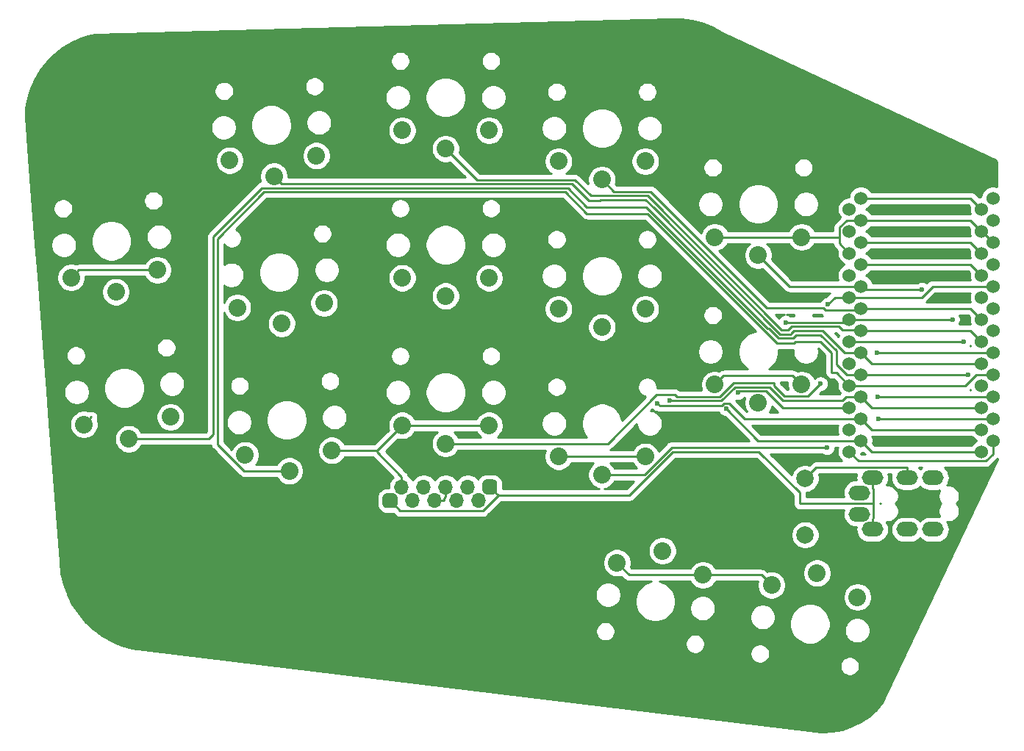
<source format=gtl>
G04 #@! TF.GenerationSoftware,KiCad,Pcbnew,5.1.8*
G04 #@! TF.CreationDate,2020-11-23T10:56:14+00:00*
G04 #@! TF.ProjectId,cradio,63726164-696f-42e6-9b69-6361645f7063,2.1*
G04 #@! TF.SameCoordinates,Original*
G04 #@! TF.FileFunction,Copper,L1,Top*
G04 #@! TF.FilePolarity,Positive*
%FSLAX46Y46*%
G04 Gerber Fmt 4.6, Leading zero omitted, Abs format (unit mm)*
G04 Created by KiCad (PCBNEW 5.1.8) date 2020-11-23 10:56:14*
%MOMM*%
%LPD*%
G01*
G04 APERTURE LIST*
G04 #@! TA.AperFunction,ComponentPad*
%ADD10O,1.700000X1.700000*%
G04 #@! TD*
G04 #@! TA.AperFunction,ComponentPad*
%ADD11C,1.524000*%
G04 #@! TD*
G04 #@! TA.AperFunction,ComponentPad*
%ADD12C,2.032000*%
G04 #@! TD*
G04 #@! TA.AperFunction,ComponentPad*
%ADD13C,2.000000*%
G04 #@! TD*
G04 #@! TA.AperFunction,ComponentPad*
%ADD14O,2.500000X1.700000*%
G04 #@! TD*
G04 #@! TA.AperFunction,ViaPad*
%ADD15C,0.600000*%
G04 #@! TD*
G04 #@! TA.AperFunction,Conductor*
%ADD16C,0.250000*%
G04 #@! TD*
G04 #@! TA.AperFunction,NonConductor*
%ADD17C,0.254000*%
G04 #@! TD*
G04 #@! TA.AperFunction,NonConductor*
%ADD18C,0.150000*%
G04 #@! TD*
G04 APERTURE END LIST*
D10*
X81210000Y-71450000D03*
X83750000Y-71450000D03*
G04 #@! TA.AperFunction,ComponentPad*
G36*
G01*
X73165000Y-70600000D02*
X74015000Y-70600000D01*
G75*
G02*
X74440000Y-71025000I0J-425000D01*
G01*
X74440000Y-71875000D01*
G75*
G02*
X74015000Y-72300000I-425000J0D01*
G01*
X73165000Y-72300000D01*
G75*
G02*
X72740000Y-71875000I0J425000D01*
G01*
X72740000Y-71025000D01*
G75*
G02*
X73165000Y-70600000I425000J0D01*
G01*
G37*
G04 #@! TD.AperFunction*
X76130000Y-71450000D03*
X78670000Y-71450000D03*
X74930000Y-69850000D03*
X77470000Y-69850000D03*
X80010000Y-69850000D03*
X82550000Y-69850000D03*
G04 #@! TA.AperFunction,ComponentPad*
G36*
G01*
X84665000Y-69000000D02*
X85515000Y-69000000D01*
G75*
G02*
X85940000Y-69425000I0J-425000D01*
G01*
X85940000Y-70275000D01*
G75*
G02*
X85515000Y-70700000I-425000J0D01*
G01*
X84665000Y-70700000D01*
G75*
G02*
X84240000Y-70275000I0J425000D01*
G01*
X84240000Y-69425000D01*
G75*
G02*
X84665000Y-69000000I425000J0D01*
G01*
G37*
G04 #@! TD.AperFunction*
D11*
X141732000Y-37846000D03*
X141732000Y-40386000D03*
X141732000Y-42926000D03*
X141732000Y-45466000D03*
X141732000Y-48006000D03*
X141732000Y-50546000D03*
X141732000Y-53086000D03*
X141732000Y-55626000D03*
X141732000Y-58166000D03*
X141732000Y-60706000D03*
X141732000Y-63246000D03*
X141732000Y-65786000D03*
X126492000Y-65786000D03*
X126492000Y-63246000D03*
X126492000Y-60706000D03*
X126492000Y-58166000D03*
X126492000Y-55626000D03*
X126492000Y-53086000D03*
X126492000Y-50546000D03*
X126492000Y-48006000D03*
X126492000Y-45466000D03*
X126492000Y-42926000D03*
X126492000Y-40386000D03*
X126492000Y-37846000D03*
X143038400Y-36576000D03*
X143038400Y-39116000D03*
X143038400Y-41656000D03*
X143038400Y-44196000D03*
X143038400Y-46736000D03*
X143038400Y-49276000D03*
X143038400Y-51816000D03*
X143038400Y-54356000D03*
X143038400Y-56896000D03*
X143038400Y-59436000D03*
X143038400Y-61976000D03*
X143038400Y-64516000D03*
X127818400Y-64516000D03*
X127818400Y-61976000D03*
X127818400Y-59436000D03*
X127818400Y-56896000D03*
X127818400Y-54356000D03*
X127818400Y-51816000D03*
X127818400Y-49276000D03*
X127818400Y-46736000D03*
X127818400Y-44196000D03*
X127818400Y-41656000D03*
X127818400Y-39116000D03*
X127818400Y-36576000D03*
D12*
X104975121Y-77220518D03*
X99731517Y-78604216D03*
X109634198Y-79995947D03*
X122778121Y-79783018D03*
X117534517Y-81166716D03*
X127437198Y-82558447D03*
X103000000Y-66345000D03*
X93000000Y-66345000D03*
X98000000Y-68445000D03*
X85000000Y-62770000D03*
X75000000Y-62770000D03*
X80000000Y-64870000D03*
X66888324Y-65654912D03*
X56902029Y-66178272D03*
X62005082Y-68013714D03*
X121000000Y-58070000D03*
X111000000Y-58070000D03*
X116000000Y-60170000D03*
X103000000Y-49340000D03*
X93000000Y-49340000D03*
X98000000Y-51440000D03*
X85000000Y-45770000D03*
X75000000Y-45770000D03*
X80000000Y-47870000D03*
X65998324Y-48673212D03*
X56012029Y-49196572D03*
X61115082Y-51032014D03*
X48300965Y-61794261D03*
X38339018Y-62665819D03*
X43503019Y-64322049D03*
X121000000Y-41070000D03*
X111000000Y-41070000D03*
X116000000Y-43170000D03*
X103000000Y-32340000D03*
X93000000Y-32340000D03*
X98000000Y-34440000D03*
X85000000Y-28780000D03*
X75000000Y-28780000D03*
X80000000Y-30880000D03*
X46819265Y-44858961D03*
X36857318Y-45730519D03*
X42021319Y-47386749D03*
X65108624Y-31696512D03*
X55122329Y-32219872D03*
X60225382Y-34055314D03*
D13*
X121412000Y-68886000D03*
X121412000Y-75386000D03*
D14*
X127646000Y-70544000D03*
X129146000Y-74744000D03*
X133146000Y-74744000D03*
X136146000Y-74744000D03*
X133146000Y-68794000D03*
X136146000Y-68794000D03*
X127646000Y-72994000D03*
X129146000Y-68794000D03*
D15*
X123174800Y-57971800D03*
X139640900Y-53086000D03*
X129639200Y-54356000D03*
X123917100Y-65312900D03*
X113653400Y-58990600D03*
X129803700Y-59436000D03*
X134847800Y-47078100D03*
X140183700Y-56896000D03*
X105842200Y-59869200D03*
X119169800Y-50901100D03*
X138364900Y-50546000D03*
X124019000Y-48825400D03*
X104403200Y-60230400D03*
X112329700Y-60870400D03*
X129874700Y-61976000D03*
D16*
X139640900Y-53086000D02*
X126492000Y-53086000D01*
X117808550Y-58213450D02*
X119008400Y-59413300D01*
X117808550Y-57932430D02*
X117808550Y-58213450D01*
X121733300Y-59413300D02*
X123174800Y-57971800D01*
X117842490Y-57898490D02*
X117808550Y-57932430D01*
X113144000Y-57898490D02*
X117842490Y-57898490D01*
X119008400Y-59413300D02*
X121733300Y-59413300D01*
X111581200Y-59461290D02*
X113144000Y-57898490D01*
X106437619Y-59244199D02*
X106654710Y-59461290D01*
X104319263Y-59244199D02*
X106437619Y-59244199D01*
X98693462Y-64870000D02*
X104319263Y-59244199D01*
X80000000Y-64870000D02*
X98693462Y-64870000D01*
X106654710Y-59461290D02*
X107162710Y-59461290D01*
X107162710Y-59461290D02*
X111581200Y-59461290D01*
X106908710Y-59461290D02*
X107162710Y-59461290D01*
X129639200Y-54356000D02*
X143038400Y-54356000D01*
X102884682Y-68445000D02*
X98000000Y-68445000D01*
X106016782Y-65312900D02*
X102884682Y-68445000D01*
X123917100Y-65312900D02*
X106016782Y-65312900D01*
X143038400Y-56896000D02*
X141098900Y-56896000D01*
X141098900Y-56896000D02*
X139828900Y-58166000D01*
X139828900Y-58166000D02*
X126492000Y-58166000D01*
X56752789Y-68013714D02*
X62005082Y-68013714D01*
X53700524Y-41254524D02*
X53700524Y-64961449D01*
X96266000Y-38354000D02*
X93767920Y-35855920D01*
X59099128Y-35855920D02*
X53700524Y-41254524D01*
X125039400Y-56713400D02*
X124531400Y-56713400D01*
X126492000Y-58166000D02*
X125039400Y-56713400D01*
X124531400Y-56713400D02*
X124460000Y-56642000D01*
X124460000Y-56642000D02*
X124460000Y-54356000D01*
X53700524Y-64961449D02*
X56752789Y-68013714D01*
X120270410Y-53086000D02*
X120079205Y-53277205D01*
X93767920Y-35855920D02*
X59099128Y-35855920D01*
X120079205Y-53277205D02*
X118172795Y-53277205D01*
X124460000Y-54356000D02*
X123190000Y-53086000D01*
X123190000Y-53086000D02*
X120270410Y-53086000D01*
X118172795Y-53277205D02*
X103249590Y-38354000D01*
X103249590Y-38354000D02*
X96266000Y-38354000D01*
X143038400Y-59436000D02*
X129803700Y-59436000D01*
X113653400Y-58990600D02*
X113845200Y-58798800D01*
X113845200Y-58798800D02*
X116894800Y-58798800D01*
X116894800Y-58798800D02*
X118802000Y-60706000D01*
X118802000Y-60706000D02*
X126492000Y-60706000D01*
X127818400Y-46736000D02*
X128160500Y-47078100D01*
X128160500Y-47078100D02*
X134847800Y-47078100D01*
X116000000Y-43170000D02*
X119566000Y-46736000D01*
X119566000Y-46736000D02*
X127818400Y-46736000D01*
X72115100Y-65654900D02*
X75000000Y-62770000D01*
X66888300Y-65654900D02*
X72115100Y-65654900D01*
X72115100Y-65654900D02*
X72115100Y-65859800D01*
X72115100Y-65859800D02*
X74930000Y-68674700D01*
X74930000Y-69850000D02*
X74930000Y-68674700D01*
X121000000Y-58070000D02*
X120377900Y-57447900D01*
X111622100Y-57447900D02*
X111000000Y-58070000D01*
X133146000Y-68794000D02*
X133146000Y-67618700D01*
X133146000Y-67618700D02*
X122679300Y-67618700D01*
X122679300Y-67618700D02*
X121412000Y-68886000D01*
X85000000Y-62770000D02*
X75000000Y-62770000D01*
X65108600Y-31696500D02*
X64585200Y-32219900D01*
X127818400Y-39116000D02*
X140462000Y-39116000D01*
X140462000Y-39116000D02*
X141732000Y-40386000D01*
X143038400Y-41656000D02*
X141768400Y-40386000D01*
X141768400Y-40386000D02*
X141732000Y-40386000D01*
X125388500Y-41070000D02*
X125388500Y-39940900D01*
X125388500Y-39940900D02*
X126213400Y-39116000D01*
X126213400Y-39116000D02*
X127818400Y-39116000D01*
X126492000Y-42926000D02*
X125388500Y-41822500D01*
X125388500Y-41822500D02*
X125388500Y-41070000D01*
X121000000Y-41070000D02*
X125388500Y-41070000D01*
X109634200Y-79995900D02*
X116363700Y-79995900D01*
X116363700Y-79995900D02*
X117534500Y-81166700D01*
X99731500Y-78604200D02*
X101123200Y-79995900D01*
X101123200Y-79995900D02*
X109634200Y-79995900D01*
X93000000Y-66345000D02*
X103000000Y-66345000D01*
X38339000Y-62665800D02*
X39210500Y-61794300D01*
X111000000Y-41070000D02*
X121000000Y-41070000D01*
X36857300Y-45730500D02*
X37728800Y-44859000D01*
X119984001Y-57054001D02*
X121000000Y-58070000D01*
X112015999Y-57054001D02*
X119984001Y-57054001D01*
X111000000Y-58070000D02*
X112015999Y-57054001D01*
X37728876Y-44858961D02*
X36857318Y-45730519D01*
X46819265Y-44858961D02*
X37728876Y-44858961D01*
X86067800Y-70827800D02*
X85090000Y-69850000D01*
X86067800Y-70827800D02*
X84266100Y-72629500D01*
X84266100Y-72629500D02*
X74769500Y-72629500D01*
X74769500Y-72629500D02*
X73590000Y-71450000D01*
X129289600Y-71769000D02*
X129289600Y-73425100D01*
X129289600Y-73425100D02*
X129146000Y-73568700D01*
X129146000Y-69969300D02*
X129289600Y-70112900D01*
X129289600Y-70112900D02*
X129289600Y-71769000D01*
X129146000Y-74744000D02*
X129146000Y-73568700D01*
X129146000Y-68794000D02*
X129146000Y-69969300D01*
X127818400Y-44196000D02*
X140462000Y-44196000D01*
X140462000Y-44196000D02*
X141732000Y-45466000D01*
X101138292Y-70827800D02*
X86067800Y-70827800D01*
X106176046Y-65790046D02*
X101138292Y-70827800D01*
X116082046Y-65790046D02*
X106176046Y-65790046D01*
X120791000Y-70499000D02*
X116082046Y-65790046D01*
X120791000Y-71769000D02*
X120791000Y-70499000D01*
X129289600Y-71769000D02*
X120791000Y-71769000D01*
X141732000Y-50546000D02*
X140462000Y-49276000D01*
X140462000Y-49276000D02*
X127818400Y-49276000D01*
X123760000Y-49450700D02*
X127643700Y-49450700D01*
X117009000Y-49212400D02*
X123521700Y-49212400D01*
X127643700Y-49450700D02*
X127818400Y-49276000D01*
X103610600Y-35814000D02*
X117009000Y-49212400D01*
X123521700Y-49212400D02*
X123760000Y-49450700D01*
X99374000Y-35814000D02*
X103610600Y-35814000D01*
X98000000Y-34440000D02*
X99374000Y-35814000D01*
X127818400Y-51816000D02*
X140462000Y-51816000D01*
X140462000Y-51816000D02*
X141732000Y-53086000D01*
X125684300Y-51770300D02*
X127772700Y-51770300D01*
X127772700Y-51770300D02*
X127818400Y-51816000D01*
X125265110Y-51351110D02*
X125684300Y-51770300D01*
X119844890Y-51351110D02*
X125265110Y-51351110D01*
X119425700Y-51770300D02*
X119844890Y-51351110D01*
X118705100Y-51770300D02*
X119425700Y-51770300D01*
X96710400Y-36300700D02*
X103235500Y-36300700D01*
X94915590Y-34505890D02*
X96710400Y-36300700D01*
X103235500Y-36300700D02*
X118705100Y-51770300D01*
X83625890Y-34505890D02*
X94915590Y-34505890D01*
X80000000Y-30880000D02*
X83625890Y-34505890D01*
X141732000Y-55626000D02*
X129088400Y-55626000D01*
X129088400Y-55626000D02*
X127818400Y-54356000D01*
X125984000Y-54356000D02*
X127818400Y-54356000D01*
X123444000Y-51816000D02*
X125984000Y-54356000D01*
X103049100Y-36750710D02*
X104040301Y-37741911D01*
X61126000Y-34955900D02*
X94579500Y-34955900D01*
X97869290Y-36750710D02*
X103049100Y-36750710D01*
X94579500Y-34955900D02*
X96486800Y-36863200D01*
X120142000Y-51816000D02*
X123444000Y-51816000D01*
X60225400Y-34055300D02*
X61126000Y-34955900D01*
X97756800Y-36863200D02*
X97869290Y-36750710D01*
X104040301Y-37741911D02*
X104040301Y-37742401D01*
X104040301Y-37742401D02*
X118539500Y-52241600D01*
X118539500Y-52241600D02*
X119805600Y-52241600D01*
X119805600Y-52241600D02*
X119805600Y-52152400D01*
X96486800Y-36863200D02*
X97756800Y-36863200D01*
X119805600Y-52152400D02*
X120142000Y-51816000D01*
X127818400Y-56896000D02*
X140183700Y-56896000D01*
X125037000Y-55708800D02*
X126224200Y-56896000D01*
X125037000Y-54171000D02*
X125037000Y-55708800D01*
X123190000Y-52324000D02*
X125037000Y-54171000D01*
X58828090Y-35405910D02*
X94079910Y-35405910D01*
X53250514Y-57239486D02*
X53250514Y-40983486D01*
X103124000Y-37592000D02*
X117094000Y-51562000D01*
X120396000Y-52324000D02*
X123190000Y-52324000D01*
X118353100Y-52691610D02*
X120028390Y-52691610D01*
X53250514Y-40983486D02*
X58828090Y-35405910D01*
X94079910Y-35405910D02*
X96266000Y-37592000D01*
X126224200Y-56896000D02*
X127818400Y-56896000D01*
X96266000Y-37592000D02*
X103124000Y-37592000D01*
X117223490Y-51562000D02*
X118353100Y-52691610D01*
X117094000Y-51562000D02*
X117223490Y-51562000D01*
X120028390Y-52691610D02*
X120396000Y-52324000D01*
X43503019Y-64322049D02*
X52682465Y-64322049D01*
X53213000Y-63791514D02*
X53213000Y-57277000D01*
X52682465Y-64322049D02*
X53213000Y-63791514D01*
X53213000Y-57277000D02*
X53250514Y-57239486D01*
X127818400Y-59436000D02*
X126114100Y-59436000D01*
X126114100Y-59436000D02*
X125671000Y-59879100D01*
X125671000Y-59879100D02*
X118837300Y-59879100D01*
X118837300Y-59879100D02*
X117306700Y-58348500D01*
X117306700Y-58348500D02*
X113330400Y-58348500D01*
X113330400Y-58348500D02*
X111767600Y-59911300D01*
X111767600Y-59911300D02*
X105884300Y-59911300D01*
X105884300Y-59911300D02*
X105842200Y-59869200D01*
X127818400Y-59436000D02*
X129088400Y-60706000D01*
X129088400Y-60706000D02*
X141732000Y-60706000D01*
X127818400Y-41656000D02*
X140462000Y-41656000D01*
X140462000Y-41656000D02*
X141732000Y-42926000D01*
X126492000Y-50546000D02*
X126136900Y-50901100D01*
X126136900Y-50901100D02*
X119169800Y-50901100D01*
X138364900Y-50546000D02*
X126492000Y-50546000D01*
X78670000Y-71450000D02*
X79845300Y-71450000D01*
X80010000Y-69850000D02*
X80010000Y-71025300D01*
X80010000Y-71025300D02*
X79845300Y-71190000D01*
X79845300Y-71190000D02*
X79845300Y-71450000D01*
X126492000Y-48006000D02*
X134804300Y-48006000D01*
X134804300Y-48006000D02*
X136074300Y-46736000D01*
X136074300Y-46736000D02*
X143038400Y-46736000D01*
X126492000Y-48006000D02*
X124838400Y-48006000D01*
X124838400Y-48006000D02*
X124019000Y-48825400D01*
X127818400Y-61976000D02*
X114411100Y-61976000D01*
X114411100Y-61976000D02*
X112680200Y-60245100D01*
X112680200Y-60245100D02*
X112070700Y-60245100D01*
X112070700Y-60245100D02*
X111785900Y-60529900D01*
X111785900Y-60529900D02*
X104702700Y-60529900D01*
X104702700Y-60529900D02*
X104403200Y-60230400D01*
X127818400Y-61976000D02*
X129088400Y-63246000D01*
X129088400Y-63246000D02*
X141732000Y-63246000D01*
X112329700Y-60870400D02*
X115975300Y-64516000D01*
X115975300Y-64516000D02*
X127818400Y-64516000D01*
X141732000Y-65786000D02*
X129088400Y-65786000D01*
X129088400Y-65786000D02*
X127818400Y-64516000D01*
X126492000Y-65786000D02*
X127581700Y-66875700D01*
X127581700Y-66875700D02*
X142217000Y-66875700D01*
X142217000Y-66875700D02*
X143038400Y-66054300D01*
X143038400Y-66054300D02*
X143038400Y-64516000D01*
X143038400Y-61976000D02*
X129874700Y-61976000D01*
X127818400Y-36576000D02*
X140462000Y-36576000D01*
X140462000Y-36576000D02*
X141732000Y-37846000D01*
D17*
X107145104Y-15958711D02*
X108323927Y-16111937D01*
X109475292Y-16407685D01*
X110582026Y-16841541D01*
X111645594Y-17416752D01*
X111685299Y-17440221D01*
X111717031Y-17454993D01*
X111717052Y-17455004D01*
X111717074Y-17455013D01*
X143370039Y-32189825D01*
X143380513Y-32202589D01*
X143431803Y-32298354D01*
X143463511Y-32402247D01*
X143477923Y-32544816D01*
X143484559Y-35248703D01*
X143445890Y-35232686D01*
X143175992Y-35179000D01*
X142900808Y-35179000D01*
X142630910Y-35232686D01*
X142376673Y-35337995D01*
X142147865Y-35490880D01*
X141953280Y-35685465D01*
X141800395Y-35914273D01*
X141695086Y-36168510D01*
X141641400Y-36438408D01*
X141641400Y-36449000D01*
X141594408Y-36449000D01*
X141440430Y-36479628D01*
X141025804Y-36065003D01*
X141002001Y-36035999D01*
X140886276Y-35941026D01*
X140754247Y-35870454D01*
X140610986Y-35826997D01*
X140499333Y-35816000D01*
X140499322Y-35816000D01*
X140462000Y-35812324D01*
X140424678Y-35816000D01*
X128990741Y-35816000D01*
X128903520Y-35685465D01*
X128708935Y-35490880D01*
X128480127Y-35337995D01*
X128225890Y-35232686D01*
X127955992Y-35179000D01*
X127680808Y-35179000D01*
X127410910Y-35232686D01*
X127156673Y-35337995D01*
X126927865Y-35490880D01*
X126733280Y-35685465D01*
X126580395Y-35914273D01*
X126475086Y-36168510D01*
X126421400Y-36438408D01*
X126421400Y-36449000D01*
X126354408Y-36449000D01*
X126084510Y-36502686D01*
X125830273Y-36607995D01*
X125601465Y-36760880D01*
X125406880Y-36955465D01*
X125253995Y-37184273D01*
X125148686Y-37438510D01*
X125095000Y-37708408D01*
X125095000Y-37983592D01*
X125148686Y-38253490D01*
X125253995Y-38507727D01*
X125406880Y-38736535D01*
X125462472Y-38792127D01*
X124877498Y-39377101D01*
X124848500Y-39400899D01*
X124824702Y-39429897D01*
X124824701Y-39429898D01*
X124753526Y-39516624D01*
X124682954Y-39648654D01*
X124664106Y-39710790D01*
X124639498Y-39791914D01*
X124636515Y-39822201D01*
X124624824Y-39940900D01*
X124628501Y-39978232D01*
X124628501Y-40310000D01*
X122472227Y-40310000D01*
X122463097Y-40287958D01*
X122282415Y-40017549D01*
X122052451Y-39787585D01*
X121782042Y-39606903D01*
X121481579Y-39482447D01*
X121162609Y-39419000D01*
X120837391Y-39419000D01*
X120518421Y-39482447D01*
X120217958Y-39606903D01*
X119947549Y-39787585D01*
X119717585Y-40017549D01*
X119536903Y-40287958D01*
X119527773Y-40310000D01*
X112472227Y-40310000D01*
X112463097Y-40287958D01*
X112282415Y-40017549D01*
X112052451Y-39787585D01*
X111782042Y-39606903D01*
X111481579Y-39482447D01*
X111162609Y-39419000D01*
X110837391Y-39419000D01*
X110518421Y-39482447D01*
X110217958Y-39606903D01*
X109947549Y-39787585D01*
X109717585Y-40017549D01*
X109536903Y-40287958D01*
X109426323Y-40554922D01*
X105995053Y-37123652D01*
X109014100Y-37123652D01*
X109014100Y-37416348D01*
X109071202Y-37703421D01*
X109183212Y-37973838D01*
X109345826Y-38217206D01*
X109552794Y-38424174D01*
X109796162Y-38586788D01*
X110066579Y-38698798D01*
X110353652Y-38755900D01*
X110646348Y-38755900D01*
X110933421Y-38698798D01*
X111203838Y-38586788D01*
X111447206Y-38424174D01*
X111654174Y-38217206D01*
X111816788Y-37973838D01*
X111928798Y-37703421D01*
X111985900Y-37416348D01*
X111985900Y-37123652D01*
X111968982Y-37038594D01*
X113650500Y-37038594D01*
X113650500Y-37501406D01*
X113740790Y-37955324D01*
X113917900Y-38382905D01*
X114175024Y-38767719D01*
X114502281Y-39094976D01*
X114887095Y-39352100D01*
X115314676Y-39529210D01*
X115768594Y-39619500D01*
X116231406Y-39619500D01*
X116685324Y-39529210D01*
X117112905Y-39352100D01*
X117497719Y-39094976D01*
X117824976Y-38767719D01*
X118082100Y-38382905D01*
X118259210Y-37955324D01*
X118349500Y-37501406D01*
X118349500Y-37123652D01*
X120014100Y-37123652D01*
X120014100Y-37416348D01*
X120071202Y-37703421D01*
X120183212Y-37973838D01*
X120345826Y-38217206D01*
X120552794Y-38424174D01*
X120796162Y-38586788D01*
X121066579Y-38698798D01*
X121353652Y-38755900D01*
X121646348Y-38755900D01*
X121933421Y-38698798D01*
X122203838Y-38586788D01*
X122447206Y-38424174D01*
X122654174Y-38217206D01*
X122816788Y-37973838D01*
X122928798Y-37703421D01*
X122985900Y-37416348D01*
X122985900Y-37123652D01*
X122928798Y-36836579D01*
X122816788Y-36566162D01*
X122654174Y-36322794D01*
X122447206Y-36115826D01*
X122203838Y-35953212D01*
X121933421Y-35841202D01*
X121646348Y-35784100D01*
X121353652Y-35784100D01*
X121066579Y-35841202D01*
X120796162Y-35953212D01*
X120552794Y-36115826D01*
X120345826Y-36322794D01*
X120183212Y-36566162D01*
X120071202Y-36836579D01*
X120014100Y-37123652D01*
X118349500Y-37123652D01*
X118349500Y-37038594D01*
X118259210Y-36584676D01*
X118082100Y-36157095D01*
X117824976Y-35772281D01*
X117497719Y-35445024D01*
X117112905Y-35187900D01*
X116685324Y-35010790D01*
X116231406Y-34920500D01*
X115768594Y-34920500D01*
X115314676Y-35010790D01*
X114887095Y-35187900D01*
X114502281Y-35445024D01*
X114175024Y-35772281D01*
X113917900Y-36157095D01*
X113740790Y-36584676D01*
X113650500Y-37038594D01*
X111968982Y-37038594D01*
X111928798Y-36836579D01*
X111816788Y-36566162D01*
X111654174Y-36322794D01*
X111447206Y-36115826D01*
X111203838Y-35953212D01*
X110933421Y-35841202D01*
X110646348Y-35784100D01*
X110353652Y-35784100D01*
X110066579Y-35841202D01*
X109796162Y-35953212D01*
X109552794Y-36115826D01*
X109345826Y-36322794D01*
X109183212Y-36566162D01*
X109071202Y-36836579D01*
X109014100Y-37123652D01*
X105995053Y-37123652D01*
X104174404Y-35303003D01*
X104150601Y-35273999D01*
X104034876Y-35179026D01*
X103902847Y-35108454D01*
X103759586Y-35064997D01*
X103647933Y-35054000D01*
X103647922Y-35054000D01*
X103610600Y-35050324D01*
X103573278Y-35054000D01*
X99688803Y-35054000D01*
X99578423Y-34943621D01*
X99587553Y-34921579D01*
X99651000Y-34602609D01*
X99651000Y-34277391D01*
X99587553Y-33958421D01*
X99463097Y-33657958D01*
X99282415Y-33387549D01*
X99052451Y-33157585D01*
X98782042Y-32976903D01*
X98481579Y-32852447D01*
X98162609Y-32789000D01*
X97837391Y-32789000D01*
X97518421Y-32852447D01*
X97217958Y-32976903D01*
X96947549Y-33157585D01*
X96717585Y-33387549D01*
X96536903Y-33657958D01*
X96412447Y-33958421D01*
X96349000Y-34277391D01*
X96349000Y-34602609D01*
X96412447Y-34921579D01*
X96416949Y-34932447D01*
X95479394Y-33994893D01*
X95455591Y-33965889D01*
X95339866Y-33870916D01*
X95207837Y-33800344D01*
X95064576Y-33756887D01*
X94952923Y-33745890D01*
X94952912Y-33745890D01*
X94915590Y-33742214D01*
X94878268Y-33745890D01*
X93867658Y-33745890D01*
X94052451Y-33622415D01*
X94282415Y-33392451D01*
X94463097Y-33122042D01*
X94587553Y-32821579D01*
X94651000Y-32502609D01*
X94651000Y-32177391D01*
X101349000Y-32177391D01*
X101349000Y-32502609D01*
X101412447Y-32821579D01*
X101536903Y-33122042D01*
X101717585Y-33392451D01*
X101947549Y-33622415D01*
X102217958Y-33803097D01*
X102518421Y-33927553D01*
X102837391Y-33991000D01*
X103162609Y-33991000D01*
X103481579Y-33927553D01*
X103782042Y-33803097D01*
X104052451Y-33622415D01*
X104282415Y-33392451D01*
X104463097Y-33122042D01*
X104530765Y-32958675D01*
X109649700Y-32958675D01*
X109649700Y-33181325D01*
X109693137Y-33399696D01*
X109778341Y-33605398D01*
X109902039Y-33790524D01*
X110059476Y-33947961D01*
X110244602Y-34071659D01*
X110450304Y-34156863D01*
X110668675Y-34200300D01*
X110891325Y-34200300D01*
X111109696Y-34156863D01*
X111315398Y-34071659D01*
X111500524Y-33947961D01*
X111657961Y-33790524D01*
X111781659Y-33605398D01*
X111866863Y-33399696D01*
X111910300Y-33181325D01*
X111910300Y-32958675D01*
X120089700Y-32958675D01*
X120089700Y-33181325D01*
X120133137Y-33399696D01*
X120218341Y-33605398D01*
X120342039Y-33790524D01*
X120499476Y-33947961D01*
X120684602Y-34071659D01*
X120890304Y-34156863D01*
X121108675Y-34200300D01*
X121331325Y-34200300D01*
X121549696Y-34156863D01*
X121755398Y-34071659D01*
X121940524Y-33947961D01*
X122097961Y-33790524D01*
X122221659Y-33605398D01*
X122306863Y-33399696D01*
X122350300Y-33181325D01*
X122350300Y-32958675D01*
X122306863Y-32740304D01*
X122221659Y-32534602D01*
X122097961Y-32349476D01*
X121940524Y-32192039D01*
X121755398Y-32068341D01*
X121549696Y-31983137D01*
X121331325Y-31939700D01*
X121108675Y-31939700D01*
X120890304Y-31983137D01*
X120684602Y-32068341D01*
X120499476Y-32192039D01*
X120342039Y-32349476D01*
X120218341Y-32534602D01*
X120133137Y-32740304D01*
X120089700Y-32958675D01*
X111910300Y-32958675D01*
X111866863Y-32740304D01*
X111781659Y-32534602D01*
X111657961Y-32349476D01*
X111500524Y-32192039D01*
X111315398Y-32068341D01*
X111109696Y-31983137D01*
X110891325Y-31939700D01*
X110668675Y-31939700D01*
X110450304Y-31983137D01*
X110244602Y-32068341D01*
X110059476Y-32192039D01*
X109902039Y-32349476D01*
X109778341Y-32534602D01*
X109693137Y-32740304D01*
X109649700Y-32958675D01*
X104530765Y-32958675D01*
X104587553Y-32821579D01*
X104651000Y-32502609D01*
X104651000Y-32177391D01*
X104587553Y-31858421D01*
X104463097Y-31557958D01*
X104282415Y-31287549D01*
X104052451Y-31057585D01*
X103782042Y-30876903D01*
X103481579Y-30752447D01*
X103162609Y-30689000D01*
X102837391Y-30689000D01*
X102518421Y-30752447D01*
X102217958Y-30876903D01*
X101947549Y-31057585D01*
X101717585Y-31287549D01*
X101536903Y-31557958D01*
X101412447Y-31858421D01*
X101349000Y-32177391D01*
X94651000Y-32177391D01*
X94587553Y-31858421D01*
X94463097Y-31557958D01*
X94282415Y-31287549D01*
X94052451Y-31057585D01*
X93782042Y-30876903D01*
X93481579Y-30752447D01*
X93162609Y-30689000D01*
X92837391Y-30689000D01*
X92518421Y-30752447D01*
X92217958Y-30876903D01*
X91947549Y-31057585D01*
X91717585Y-31287549D01*
X91536903Y-31557958D01*
X91412447Y-31858421D01*
X91349000Y-32177391D01*
X91349000Y-32502609D01*
X91412447Y-32821579D01*
X91536903Y-33122042D01*
X91717585Y-33392451D01*
X91947549Y-33622415D01*
X92132342Y-33745890D01*
X83940692Y-33745890D01*
X81578423Y-31383621D01*
X81587553Y-31361579D01*
X81651000Y-31042609D01*
X81651000Y-30717391D01*
X81587553Y-30398421D01*
X81463097Y-30097958D01*
X81282415Y-29827549D01*
X81052451Y-29597585D01*
X80782042Y-29416903D01*
X80481579Y-29292447D01*
X80162609Y-29229000D01*
X79837391Y-29229000D01*
X79518421Y-29292447D01*
X79217958Y-29416903D01*
X78947549Y-29597585D01*
X78717585Y-29827549D01*
X78536903Y-30097958D01*
X78412447Y-30398421D01*
X78349000Y-30717391D01*
X78349000Y-31042609D01*
X78412447Y-31361579D01*
X78536903Y-31662042D01*
X78717585Y-31932451D01*
X78947549Y-32162415D01*
X79217958Y-32343097D01*
X79518421Y-32467553D01*
X79837391Y-32531000D01*
X80162609Y-32531000D01*
X80481579Y-32467553D01*
X80503621Y-32458423D01*
X82241098Y-34195900D01*
X61876382Y-34195900D01*
X61876382Y-33892705D01*
X61812935Y-33573735D01*
X61688479Y-33273272D01*
X61507797Y-33002863D01*
X61277833Y-32772899D01*
X61007424Y-32592217D01*
X60706961Y-32467761D01*
X60387991Y-32404314D01*
X60062773Y-32404314D01*
X59743803Y-32467761D01*
X59443340Y-32592217D01*
X59172931Y-32772899D01*
X58942967Y-33002863D01*
X58762285Y-33273272D01*
X58637829Y-33573735D01*
X58574382Y-33892705D01*
X58574382Y-34217923D01*
X58637829Y-34536893D01*
X58687210Y-34656109D01*
X58679104Y-34656907D01*
X58535843Y-34700364D01*
X58403814Y-34770936D01*
X58288089Y-34865909D01*
X58264291Y-34894907D01*
X52739512Y-40419687D01*
X52710514Y-40443485D01*
X52686716Y-40472483D01*
X52686715Y-40472484D01*
X52615540Y-40559210D01*
X52544968Y-40691240D01*
X52529109Y-40743522D01*
X52501512Y-40834500D01*
X52494333Y-40907391D01*
X52486838Y-40983486D01*
X52490515Y-41020819D01*
X52490514Y-57040600D01*
X52480767Y-57072732D01*
X52463998Y-57128014D01*
X52454260Y-57226884D01*
X52449324Y-57277000D01*
X52453001Y-57314332D01*
X52453000Y-63476712D01*
X52367664Y-63562049D01*
X44975246Y-63562049D01*
X44966116Y-63540007D01*
X44785434Y-63269598D01*
X44555470Y-63039634D01*
X44285061Y-62858952D01*
X43984598Y-62734496D01*
X43665628Y-62671049D01*
X43340410Y-62671049D01*
X43021440Y-62734496D01*
X42720977Y-62858952D01*
X42450568Y-63039634D01*
X42220604Y-63269598D01*
X42039922Y-63540007D01*
X41915466Y-63840470D01*
X41852019Y-64159440D01*
X41852019Y-64484658D01*
X41915466Y-64803628D01*
X42039922Y-65104091D01*
X42220604Y-65374500D01*
X42450568Y-65604464D01*
X42720977Y-65785146D01*
X43021440Y-65909602D01*
X43340410Y-65973049D01*
X43665628Y-65973049D01*
X43984598Y-65909602D01*
X44285061Y-65785146D01*
X44555470Y-65604464D01*
X44785434Y-65374500D01*
X44966116Y-65104091D01*
X44975246Y-65082049D01*
X52645143Y-65082049D01*
X52682465Y-65085725D01*
X52719787Y-65082049D01*
X52719798Y-65082049D01*
X52831451Y-65071052D01*
X52944272Y-65036829D01*
X52950113Y-65096124D01*
X52951522Y-65110434D01*
X52994978Y-65253695D01*
X53065550Y-65385725D01*
X53136725Y-65472451D01*
X53160524Y-65501450D01*
X53189522Y-65525248D01*
X56188990Y-68524717D01*
X56212788Y-68553715D01*
X56241786Y-68577513D01*
X56328513Y-68648688D01*
X56460542Y-68719260D01*
X56603803Y-68762717D01*
X56752789Y-68777391D01*
X56790122Y-68773714D01*
X60532855Y-68773714D01*
X60541985Y-68795756D01*
X60722667Y-69066165D01*
X60952631Y-69296129D01*
X61223040Y-69476811D01*
X61523503Y-69601267D01*
X61842473Y-69664714D01*
X62167691Y-69664714D01*
X62486661Y-69601267D01*
X62787124Y-69476811D01*
X63057533Y-69296129D01*
X63287497Y-69066165D01*
X63468179Y-68795756D01*
X63592635Y-68495293D01*
X63656082Y-68176323D01*
X63656082Y-67851105D01*
X63592635Y-67532135D01*
X63468179Y-67231672D01*
X63287497Y-66961263D01*
X63057533Y-66731299D01*
X62787124Y-66550617D01*
X62486661Y-66426161D01*
X62167691Y-66362714D01*
X61842473Y-66362714D01*
X61523503Y-66426161D01*
X61223040Y-66550617D01*
X60952631Y-66731299D01*
X60722667Y-66961263D01*
X60541985Y-67231672D01*
X60532855Y-67253714D01*
X58161453Y-67253714D01*
X58184444Y-67230723D01*
X58365126Y-66960314D01*
X58489582Y-66659851D01*
X58553029Y-66340881D01*
X58553029Y-66015663D01*
X58489582Y-65696693D01*
X58365126Y-65396230D01*
X58184444Y-65125821D01*
X57954480Y-64895857D01*
X57684071Y-64715175D01*
X57383608Y-64590719D01*
X57064638Y-64527272D01*
X56739420Y-64527272D01*
X56420450Y-64590719D01*
X56119987Y-64715175D01*
X55849578Y-64895857D01*
X55619614Y-65125821D01*
X55438932Y-65396230D01*
X55371910Y-65558034D01*
X54460524Y-64646648D01*
X54460524Y-62263300D01*
X54717938Y-62263300D01*
X54717938Y-62555996D01*
X54775040Y-62843069D01*
X54887050Y-63113486D01*
X55049664Y-63356854D01*
X55256632Y-63563822D01*
X55500000Y-63726436D01*
X55770417Y-63838446D01*
X56057490Y-63895548D01*
X56350186Y-63895548D01*
X56637259Y-63838446D01*
X56907676Y-63726436D01*
X57151044Y-63563822D01*
X57358012Y-63356854D01*
X57520626Y-63113486D01*
X57632636Y-62843069D01*
X57689738Y-62555996D01*
X57689738Y-62263300D01*
X57632636Y-61976227D01*
X57597083Y-61890394D01*
X59346800Y-61890394D01*
X59346800Y-62353206D01*
X59437090Y-62807124D01*
X59614200Y-63234705D01*
X59871324Y-63619519D01*
X60198581Y-63946776D01*
X60583395Y-64203900D01*
X61010976Y-64381010D01*
X61464894Y-64471300D01*
X61927706Y-64471300D01*
X62381624Y-64381010D01*
X62809205Y-64203900D01*
X63194019Y-63946776D01*
X63521276Y-63619519D01*
X63778400Y-63234705D01*
X63955510Y-62807124D01*
X64045800Y-62353206D01*
X64045800Y-61890394D01*
X64005463Y-61687604D01*
X65702862Y-61687604D01*
X65702862Y-61980300D01*
X65759964Y-62267373D01*
X65871974Y-62537790D01*
X66034588Y-62781158D01*
X66241556Y-62988126D01*
X66484924Y-63150740D01*
X66755341Y-63262750D01*
X67042414Y-63319852D01*
X67335110Y-63319852D01*
X67622183Y-63262750D01*
X67892600Y-63150740D01*
X68135968Y-62988126D01*
X68342936Y-62781158D01*
X68505550Y-62537790D01*
X68617560Y-62267373D01*
X68674662Y-61980300D01*
X68674662Y-61687604D01*
X68617560Y-61400531D01*
X68505550Y-61130114D01*
X68342936Y-60886746D01*
X68135968Y-60679778D01*
X67892600Y-60517164D01*
X67622183Y-60405154D01*
X67335110Y-60348052D01*
X67042414Y-60348052D01*
X66755341Y-60405154D01*
X66484924Y-60517164D01*
X66241556Y-60679778D01*
X66034588Y-60886746D01*
X65871974Y-61130114D01*
X65759964Y-61400531D01*
X65702862Y-61687604D01*
X64005463Y-61687604D01*
X63955510Y-61436476D01*
X63778400Y-61008895D01*
X63521276Y-60624081D01*
X63194019Y-60296824D01*
X62809205Y-60039700D01*
X62381624Y-59862590D01*
X61927706Y-59772300D01*
X61464894Y-59772300D01*
X61010976Y-59862590D01*
X60583395Y-60039700D01*
X60198581Y-60296824D01*
X59871324Y-60624081D01*
X59614200Y-61008895D01*
X59437090Y-61436476D01*
X59346800Y-61890394D01*
X57597083Y-61890394D01*
X57520626Y-61705810D01*
X57358012Y-61462442D01*
X57151044Y-61255474D01*
X56907676Y-61092860D01*
X56637259Y-60980850D01*
X56350186Y-60923748D01*
X56057490Y-60923748D01*
X55770417Y-60980850D01*
X55500000Y-61092860D01*
X55256632Y-61255474D01*
X55049664Y-61462442D01*
X54887050Y-61705810D01*
X54775040Y-61976227D01*
X54717938Y-62263300D01*
X54460524Y-62263300D01*
X54460524Y-58089425D01*
X55133343Y-58089425D01*
X55133343Y-58312075D01*
X55176780Y-58530446D01*
X55261984Y-58736148D01*
X55385682Y-58921274D01*
X55543119Y-59078711D01*
X55728245Y-59202409D01*
X55933947Y-59287613D01*
X56152318Y-59331050D01*
X56374968Y-59331050D01*
X56593339Y-59287613D01*
X56799041Y-59202409D01*
X56984167Y-59078711D01*
X57141604Y-58921274D01*
X57206833Y-58823652D01*
X73014100Y-58823652D01*
X73014100Y-59116348D01*
X73071202Y-59403421D01*
X73183212Y-59673838D01*
X73345826Y-59917206D01*
X73552794Y-60124174D01*
X73796162Y-60286788D01*
X74066579Y-60398798D01*
X74353652Y-60455900D01*
X74646348Y-60455900D01*
X74933421Y-60398798D01*
X75203838Y-60286788D01*
X75447206Y-60124174D01*
X75654174Y-59917206D01*
X75816788Y-59673838D01*
X75928798Y-59403421D01*
X75985900Y-59116348D01*
X75985900Y-58823652D01*
X75968982Y-58738594D01*
X77650500Y-58738594D01*
X77650500Y-59201406D01*
X77740790Y-59655324D01*
X77917900Y-60082905D01*
X78175024Y-60467719D01*
X78502281Y-60794976D01*
X78887095Y-61052100D01*
X79314676Y-61229210D01*
X79768594Y-61319500D01*
X80231406Y-61319500D01*
X80685324Y-61229210D01*
X81112905Y-61052100D01*
X81497719Y-60794976D01*
X81824976Y-60467719D01*
X82082100Y-60082905D01*
X82259210Y-59655324D01*
X82349500Y-59201406D01*
X82349500Y-58823652D01*
X84014100Y-58823652D01*
X84014100Y-59116348D01*
X84071202Y-59403421D01*
X84183212Y-59673838D01*
X84345826Y-59917206D01*
X84552794Y-60124174D01*
X84796162Y-60286788D01*
X85066579Y-60398798D01*
X85353652Y-60455900D01*
X85646348Y-60455900D01*
X85933421Y-60398798D01*
X86203838Y-60286788D01*
X86447206Y-60124174D01*
X86654174Y-59917206D01*
X86816788Y-59673838D01*
X86928798Y-59403421D01*
X86985900Y-59116348D01*
X86985900Y-58823652D01*
X86928798Y-58536579D01*
X86816788Y-58266162D01*
X86795081Y-58233675D01*
X91649700Y-58233675D01*
X91649700Y-58456325D01*
X91693137Y-58674696D01*
X91778341Y-58880398D01*
X91902039Y-59065524D01*
X92059476Y-59222961D01*
X92244602Y-59346659D01*
X92450304Y-59431863D01*
X92668675Y-59475300D01*
X92891325Y-59475300D01*
X93109696Y-59431863D01*
X93315398Y-59346659D01*
X93500524Y-59222961D01*
X93657961Y-59065524D01*
X93781659Y-58880398D01*
X93866863Y-58674696D01*
X93910300Y-58456325D01*
X93910300Y-58233675D01*
X93866863Y-58015304D01*
X93781659Y-57809602D01*
X93657961Y-57624476D01*
X93500524Y-57467039D01*
X93315398Y-57343341D01*
X93109696Y-57258137D01*
X92891325Y-57214700D01*
X92668675Y-57214700D01*
X92450304Y-57258137D01*
X92244602Y-57343341D01*
X92059476Y-57467039D01*
X91902039Y-57624476D01*
X91778341Y-57809602D01*
X91693137Y-58015304D01*
X91649700Y-58233675D01*
X86795081Y-58233675D01*
X86654174Y-58022794D01*
X86447206Y-57815826D01*
X86203838Y-57653212D01*
X85933421Y-57541202D01*
X85646348Y-57484100D01*
X85353652Y-57484100D01*
X85066579Y-57541202D01*
X84796162Y-57653212D01*
X84552794Y-57815826D01*
X84345826Y-58022794D01*
X84183212Y-58266162D01*
X84071202Y-58536579D01*
X84014100Y-58823652D01*
X82349500Y-58823652D01*
X82349500Y-58738594D01*
X82259210Y-58284676D01*
X82082100Y-57857095D01*
X81824976Y-57472281D01*
X81497719Y-57145024D01*
X81112905Y-56887900D01*
X80685324Y-56710790D01*
X80231406Y-56620500D01*
X79768594Y-56620500D01*
X79314676Y-56710790D01*
X78887095Y-56887900D01*
X78502281Y-57145024D01*
X78175024Y-57472281D01*
X77917900Y-57857095D01*
X77740790Y-58284676D01*
X77650500Y-58738594D01*
X75968982Y-58738594D01*
X75928798Y-58536579D01*
X75816788Y-58266162D01*
X75654174Y-58022794D01*
X75447206Y-57815826D01*
X75203838Y-57653212D01*
X74933421Y-57541202D01*
X74646348Y-57484100D01*
X74353652Y-57484100D01*
X74066579Y-57541202D01*
X73796162Y-57653212D01*
X73552794Y-57815826D01*
X73345826Y-58022794D01*
X73183212Y-58266162D01*
X73071202Y-58536579D01*
X73014100Y-58823652D01*
X57206833Y-58823652D01*
X57265302Y-58736148D01*
X57350506Y-58530446D01*
X57393943Y-58312075D01*
X57393943Y-58089425D01*
X57350506Y-57871054D01*
X57265302Y-57665352D01*
X57183574Y-57543037D01*
X65559035Y-57543037D01*
X65559035Y-57765687D01*
X65602472Y-57984058D01*
X65687676Y-58189760D01*
X65811374Y-58374886D01*
X65968811Y-58532323D01*
X66153937Y-58656021D01*
X66359639Y-58741225D01*
X66578010Y-58784662D01*
X66800660Y-58784662D01*
X67019031Y-58741225D01*
X67224733Y-58656021D01*
X67409859Y-58532323D01*
X67567296Y-58374886D01*
X67690994Y-58189760D01*
X67776198Y-57984058D01*
X67819635Y-57765687D01*
X67819635Y-57543037D01*
X67776198Y-57324666D01*
X67690994Y-57118964D01*
X67567296Y-56933838D01*
X67409859Y-56776401D01*
X67224733Y-56652703D01*
X67019031Y-56567499D01*
X66800660Y-56524062D01*
X66578010Y-56524062D01*
X66359639Y-56567499D01*
X66153937Y-56652703D01*
X65968811Y-56776401D01*
X65811374Y-56933838D01*
X65687676Y-57118964D01*
X65602472Y-57324666D01*
X65559035Y-57543037D01*
X57183574Y-57543037D01*
X57141604Y-57480226D01*
X56984167Y-57322789D01*
X56799041Y-57199091D01*
X56593339Y-57113887D01*
X56374968Y-57070450D01*
X56152318Y-57070450D01*
X55933947Y-57113887D01*
X55728245Y-57199091D01*
X55543119Y-57322789D01*
X55385682Y-57480226D01*
X55261984Y-57665352D01*
X55176780Y-57871054D01*
X55133343Y-58089425D01*
X54460524Y-58089425D01*
X54460524Y-54658675D01*
X73649700Y-54658675D01*
X73649700Y-54881325D01*
X73693137Y-55099696D01*
X73778341Y-55305398D01*
X73902039Y-55490524D01*
X74059476Y-55647961D01*
X74244602Y-55771659D01*
X74450304Y-55856863D01*
X74668675Y-55900300D01*
X74891325Y-55900300D01*
X75109696Y-55856863D01*
X75315398Y-55771659D01*
X75500524Y-55647961D01*
X75657961Y-55490524D01*
X75781659Y-55305398D01*
X75866863Y-55099696D01*
X75910300Y-54881325D01*
X75910300Y-54658675D01*
X84089700Y-54658675D01*
X84089700Y-54881325D01*
X84133137Y-55099696D01*
X84218341Y-55305398D01*
X84342039Y-55490524D01*
X84499476Y-55647961D01*
X84684602Y-55771659D01*
X84890304Y-55856863D01*
X85108675Y-55900300D01*
X85331325Y-55900300D01*
X85549696Y-55856863D01*
X85755398Y-55771659D01*
X85940524Y-55647961D01*
X86097961Y-55490524D01*
X86221659Y-55305398D01*
X86306863Y-55099696D01*
X86350300Y-54881325D01*
X86350300Y-54658675D01*
X86306863Y-54440304D01*
X86221659Y-54234602D01*
X86147525Y-54123652D01*
X109014100Y-54123652D01*
X109014100Y-54416348D01*
X109071202Y-54703421D01*
X109183212Y-54973838D01*
X109345826Y-55217206D01*
X109552794Y-55424174D01*
X109796162Y-55586788D01*
X110066579Y-55698798D01*
X110353652Y-55755900D01*
X110646348Y-55755900D01*
X110933421Y-55698798D01*
X111203838Y-55586788D01*
X111447206Y-55424174D01*
X111654174Y-55217206D01*
X111816788Y-54973838D01*
X111928798Y-54703421D01*
X111985900Y-54416348D01*
X111985900Y-54123652D01*
X111928798Y-53836579D01*
X111816788Y-53566162D01*
X111654174Y-53322794D01*
X111447206Y-53115826D01*
X111203838Y-52953212D01*
X110933421Y-52841202D01*
X110646348Y-52784100D01*
X110353652Y-52784100D01*
X110066579Y-52841202D01*
X109796162Y-52953212D01*
X109552794Y-53115826D01*
X109345826Y-53322794D01*
X109183212Y-53566162D01*
X109071202Y-53836579D01*
X109014100Y-54123652D01*
X86147525Y-54123652D01*
X86097961Y-54049476D01*
X85940524Y-53892039D01*
X85755398Y-53768341D01*
X85549696Y-53683137D01*
X85331325Y-53639700D01*
X85108675Y-53639700D01*
X84890304Y-53683137D01*
X84684602Y-53768341D01*
X84499476Y-53892039D01*
X84342039Y-54049476D01*
X84218341Y-54234602D01*
X84133137Y-54440304D01*
X84089700Y-54658675D01*
X75910300Y-54658675D01*
X75866863Y-54440304D01*
X75781659Y-54234602D01*
X75657961Y-54049476D01*
X75500524Y-53892039D01*
X75315398Y-53768341D01*
X75109696Y-53683137D01*
X74891325Y-53639700D01*
X74668675Y-53639700D01*
X74450304Y-53683137D01*
X74244602Y-53768341D01*
X74059476Y-53892039D01*
X73902039Y-54049476D01*
X73778341Y-54234602D01*
X73693137Y-54440304D01*
X73649700Y-54658675D01*
X54460524Y-54658675D01*
X54460524Y-50869405D01*
X59464082Y-50869405D01*
X59464082Y-51194623D01*
X59527529Y-51513593D01*
X59651985Y-51814056D01*
X59832667Y-52084465D01*
X60062631Y-52314429D01*
X60333040Y-52495111D01*
X60633503Y-52619567D01*
X60952473Y-52683014D01*
X61277691Y-52683014D01*
X61596661Y-52619567D01*
X61897124Y-52495111D01*
X62167533Y-52314429D01*
X62397497Y-52084465D01*
X62578179Y-51814056D01*
X62702635Y-51513593D01*
X62749618Y-51277391D01*
X96349000Y-51277391D01*
X96349000Y-51602609D01*
X96412447Y-51921579D01*
X96536903Y-52222042D01*
X96717585Y-52492451D01*
X96947549Y-52722415D01*
X97217958Y-52903097D01*
X97518421Y-53027553D01*
X97837391Y-53091000D01*
X98162609Y-53091000D01*
X98481579Y-53027553D01*
X98782042Y-52903097D01*
X99052451Y-52722415D01*
X99282415Y-52492451D01*
X99463097Y-52222042D01*
X99587553Y-51921579D01*
X99651000Y-51602609D01*
X99651000Y-51277391D01*
X99587553Y-50958421D01*
X99463097Y-50657958D01*
X99282415Y-50387549D01*
X99052451Y-50157585D01*
X98782042Y-49976903D01*
X98481579Y-49852447D01*
X98162609Y-49789000D01*
X97837391Y-49789000D01*
X97518421Y-49852447D01*
X97217958Y-49976903D01*
X96947549Y-50157585D01*
X96717585Y-50387549D01*
X96536903Y-50657958D01*
X96412447Y-50958421D01*
X96349000Y-51277391D01*
X62749618Y-51277391D01*
X62766082Y-51194623D01*
X62766082Y-50869405D01*
X62702635Y-50550435D01*
X62578179Y-50249972D01*
X62397497Y-49979563D01*
X62167533Y-49749599D01*
X61897124Y-49568917D01*
X61596661Y-49444461D01*
X61277691Y-49381014D01*
X60952473Y-49381014D01*
X60633503Y-49444461D01*
X60333040Y-49568917D01*
X60062631Y-49749599D01*
X59832667Y-49979563D01*
X59651985Y-50249972D01*
X59527529Y-50550435D01*
X59464082Y-50869405D01*
X54460524Y-50869405D01*
X54460524Y-49765178D01*
X54548932Y-49978614D01*
X54729614Y-50249023D01*
X54959578Y-50478987D01*
X55229987Y-50659669D01*
X55530450Y-50784125D01*
X55849420Y-50847572D01*
X56174638Y-50847572D01*
X56493608Y-50784125D01*
X56794071Y-50659669D01*
X57064480Y-50478987D01*
X57294444Y-50249023D01*
X57475126Y-49978614D01*
X57599582Y-49678151D01*
X57663029Y-49359181D01*
X57663029Y-49033963D01*
X57599582Y-48714993D01*
X57514921Y-48510603D01*
X64347324Y-48510603D01*
X64347324Y-48835821D01*
X64410771Y-49154791D01*
X64535227Y-49455254D01*
X64715909Y-49725663D01*
X64945873Y-49955627D01*
X65216282Y-50136309D01*
X65516745Y-50260765D01*
X65835715Y-50324212D01*
X66160933Y-50324212D01*
X66479903Y-50260765D01*
X66780366Y-50136309D01*
X67050775Y-49955627D01*
X67280739Y-49725663D01*
X67461421Y-49455254D01*
X67585877Y-49154791D01*
X67649324Y-48835821D01*
X67649324Y-48510603D01*
X67585877Y-48191633D01*
X67461421Y-47891170D01*
X67338624Y-47707391D01*
X78349000Y-47707391D01*
X78349000Y-48032609D01*
X78412447Y-48351579D01*
X78536903Y-48652042D01*
X78717585Y-48922451D01*
X78947549Y-49152415D01*
X79217958Y-49333097D01*
X79518421Y-49457553D01*
X79837391Y-49521000D01*
X80162609Y-49521000D01*
X80481579Y-49457553D01*
X80782042Y-49333097D01*
X81015071Y-49177391D01*
X91349000Y-49177391D01*
X91349000Y-49502609D01*
X91412447Y-49821579D01*
X91536903Y-50122042D01*
X91717585Y-50392451D01*
X91947549Y-50622415D01*
X92217958Y-50803097D01*
X92518421Y-50927553D01*
X92837391Y-50991000D01*
X93162609Y-50991000D01*
X93481579Y-50927553D01*
X93782042Y-50803097D01*
X94052451Y-50622415D01*
X94282415Y-50392451D01*
X94463097Y-50122042D01*
X94587553Y-49821579D01*
X94651000Y-49502609D01*
X94651000Y-49177391D01*
X101349000Y-49177391D01*
X101349000Y-49502609D01*
X101412447Y-49821579D01*
X101536903Y-50122042D01*
X101717585Y-50392451D01*
X101947549Y-50622415D01*
X102217958Y-50803097D01*
X102518421Y-50927553D01*
X102837391Y-50991000D01*
X103162609Y-50991000D01*
X103481579Y-50927553D01*
X103782042Y-50803097D01*
X104052451Y-50622415D01*
X104282415Y-50392451D01*
X104463097Y-50122042D01*
X104530765Y-49958675D01*
X109649700Y-49958675D01*
X109649700Y-50181325D01*
X109693137Y-50399696D01*
X109778341Y-50605398D01*
X109902039Y-50790524D01*
X110059476Y-50947961D01*
X110244602Y-51071659D01*
X110450304Y-51156863D01*
X110668675Y-51200300D01*
X110891325Y-51200300D01*
X111109696Y-51156863D01*
X111315398Y-51071659D01*
X111500524Y-50947961D01*
X111657961Y-50790524D01*
X111781659Y-50605398D01*
X111866863Y-50399696D01*
X111910300Y-50181325D01*
X111910300Y-49958675D01*
X111866863Y-49740304D01*
X111781659Y-49534602D01*
X111657961Y-49349476D01*
X111500524Y-49192039D01*
X111315398Y-49068341D01*
X111109696Y-48983137D01*
X110891325Y-48939700D01*
X110668675Y-48939700D01*
X110450304Y-48983137D01*
X110244602Y-49068341D01*
X110059476Y-49192039D01*
X109902039Y-49349476D01*
X109778341Y-49534602D01*
X109693137Y-49740304D01*
X109649700Y-49958675D01*
X104530765Y-49958675D01*
X104587553Y-49821579D01*
X104651000Y-49502609D01*
X104651000Y-49177391D01*
X104587553Y-48858421D01*
X104463097Y-48557958D01*
X104282415Y-48287549D01*
X104052451Y-48057585D01*
X103782042Y-47876903D01*
X103481579Y-47752447D01*
X103162609Y-47689000D01*
X102837391Y-47689000D01*
X102518421Y-47752447D01*
X102217958Y-47876903D01*
X101947549Y-48057585D01*
X101717585Y-48287549D01*
X101536903Y-48557958D01*
X101412447Y-48858421D01*
X101349000Y-49177391D01*
X94651000Y-49177391D01*
X94587553Y-48858421D01*
X94463097Y-48557958D01*
X94282415Y-48287549D01*
X94052451Y-48057585D01*
X93782042Y-47876903D01*
X93481579Y-47752447D01*
X93162609Y-47689000D01*
X92837391Y-47689000D01*
X92518421Y-47752447D01*
X92217958Y-47876903D01*
X91947549Y-48057585D01*
X91717585Y-48287549D01*
X91536903Y-48557958D01*
X91412447Y-48858421D01*
X91349000Y-49177391D01*
X81015071Y-49177391D01*
X81052451Y-49152415D01*
X81282415Y-48922451D01*
X81463097Y-48652042D01*
X81587553Y-48351579D01*
X81651000Y-48032609D01*
X81651000Y-47707391D01*
X81587553Y-47388421D01*
X81463097Y-47087958D01*
X81282415Y-46817549D01*
X81052451Y-46587585D01*
X80782042Y-46406903D01*
X80481579Y-46282447D01*
X80162609Y-46219000D01*
X79837391Y-46219000D01*
X79518421Y-46282447D01*
X79217958Y-46406903D01*
X78947549Y-46587585D01*
X78717585Y-46817549D01*
X78536903Y-47087958D01*
X78412447Y-47388421D01*
X78349000Y-47707391D01*
X67338624Y-47707391D01*
X67280739Y-47620761D01*
X67050775Y-47390797D01*
X66780366Y-47210115D01*
X66479903Y-47085659D01*
X66160933Y-47022212D01*
X65835715Y-47022212D01*
X65516745Y-47085659D01*
X65216282Y-47210115D01*
X64945873Y-47390797D01*
X64715909Y-47620761D01*
X64535227Y-47891170D01*
X64410771Y-48191633D01*
X64347324Y-48510603D01*
X57514921Y-48510603D01*
X57475126Y-48414530D01*
X57294444Y-48144121D01*
X57064480Y-47914157D01*
X56794071Y-47733475D01*
X56493608Y-47609019D01*
X56174638Y-47545572D01*
X55849420Y-47545572D01*
X55530450Y-47609019D01*
X55229987Y-47733475D01*
X54959578Y-47914157D01*
X54729614Y-48144121D01*
X54548932Y-48414530D01*
X54460524Y-48627966D01*
X54460524Y-46644859D01*
X54610000Y-46744736D01*
X54880417Y-46856746D01*
X55167490Y-46913848D01*
X55460186Y-46913848D01*
X55747259Y-46856746D01*
X56017676Y-46744736D01*
X56261044Y-46582122D01*
X56468012Y-46375154D01*
X56630626Y-46131786D01*
X56742636Y-45861369D01*
X56799738Y-45574296D01*
X56799738Y-45281600D01*
X56742636Y-44994527D01*
X56707083Y-44908694D01*
X58456800Y-44908694D01*
X58456800Y-45371506D01*
X58547090Y-45825424D01*
X58724200Y-46253005D01*
X58981324Y-46637819D01*
X59308581Y-46965076D01*
X59693395Y-47222200D01*
X60120976Y-47399310D01*
X60574894Y-47489600D01*
X61037706Y-47489600D01*
X61491624Y-47399310D01*
X61919205Y-47222200D01*
X62304019Y-46965076D01*
X62631276Y-46637819D01*
X62888400Y-46253005D01*
X63065510Y-45825424D01*
X63155800Y-45371506D01*
X63155800Y-44908694D01*
X63115463Y-44705904D01*
X64812862Y-44705904D01*
X64812862Y-44998600D01*
X64869964Y-45285673D01*
X64981974Y-45556090D01*
X65144588Y-45799458D01*
X65351556Y-46006426D01*
X65594924Y-46169040D01*
X65865341Y-46281050D01*
X66152414Y-46338152D01*
X66445110Y-46338152D01*
X66732183Y-46281050D01*
X67002600Y-46169040D01*
X67245968Y-46006426D01*
X67452936Y-45799458D01*
X67581271Y-45607391D01*
X73349000Y-45607391D01*
X73349000Y-45932609D01*
X73412447Y-46251579D01*
X73536903Y-46552042D01*
X73717585Y-46822451D01*
X73947549Y-47052415D01*
X74217958Y-47233097D01*
X74518421Y-47357553D01*
X74837391Y-47421000D01*
X75162609Y-47421000D01*
X75481579Y-47357553D01*
X75782042Y-47233097D01*
X76052451Y-47052415D01*
X76282415Y-46822451D01*
X76463097Y-46552042D01*
X76587553Y-46251579D01*
X76651000Y-45932609D01*
X76651000Y-45607391D01*
X83349000Y-45607391D01*
X83349000Y-45932609D01*
X83412447Y-46251579D01*
X83536903Y-46552042D01*
X83717585Y-46822451D01*
X83947549Y-47052415D01*
X84217958Y-47233097D01*
X84518421Y-47357553D01*
X84837391Y-47421000D01*
X85162609Y-47421000D01*
X85481579Y-47357553D01*
X85782042Y-47233097D01*
X86052451Y-47052415D01*
X86282415Y-46822451D01*
X86463097Y-46552042D01*
X86587553Y-46251579D01*
X86651000Y-45932609D01*
X86651000Y-45607391D01*
X86608485Y-45393652D01*
X91014100Y-45393652D01*
X91014100Y-45686348D01*
X91071202Y-45973421D01*
X91183212Y-46243838D01*
X91345826Y-46487206D01*
X91552794Y-46694174D01*
X91796162Y-46856788D01*
X92066579Y-46968798D01*
X92353652Y-47025900D01*
X92646348Y-47025900D01*
X92933421Y-46968798D01*
X93203838Y-46856788D01*
X93447206Y-46694174D01*
X93654174Y-46487206D01*
X93816788Y-46243838D01*
X93928798Y-45973421D01*
X93985900Y-45686348D01*
X93985900Y-45393652D01*
X93968982Y-45308594D01*
X95650500Y-45308594D01*
X95650500Y-45771406D01*
X95740790Y-46225324D01*
X95917900Y-46652905D01*
X96175024Y-47037719D01*
X96502281Y-47364976D01*
X96887095Y-47622100D01*
X97314676Y-47799210D01*
X97768594Y-47889500D01*
X98231406Y-47889500D01*
X98685324Y-47799210D01*
X99112905Y-47622100D01*
X99497719Y-47364976D01*
X99824976Y-47037719D01*
X100082100Y-46652905D01*
X100259210Y-46225324D01*
X100349500Y-45771406D01*
X100349500Y-45393652D01*
X102014100Y-45393652D01*
X102014100Y-45686348D01*
X102071202Y-45973421D01*
X102183212Y-46243838D01*
X102345826Y-46487206D01*
X102552794Y-46694174D01*
X102796162Y-46856788D01*
X103066579Y-46968798D01*
X103353652Y-47025900D01*
X103646348Y-47025900D01*
X103933421Y-46968798D01*
X104203838Y-46856788D01*
X104447206Y-46694174D01*
X104654174Y-46487206D01*
X104816788Y-46243838D01*
X104928798Y-45973421D01*
X104985900Y-45686348D01*
X104985900Y-45393652D01*
X104928798Y-45106579D01*
X104816788Y-44836162D01*
X104654174Y-44592794D01*
X104447206Y-44385826D01*
X104203838Y-44223212D01*
X103933421Y-44111202D01*
X103646348Y-44054100D01*
X103353652Y-44054100D01*
X103066579Y-44111202D01*
X102796162Y-44223212D01*
X102552794Y-44385826D01*
X102345826Y-44592794D01*
X102183212Y-44836162D01*
X102071202Y-45106579D01*
X102014100Y-45393652D01*
X100349500Y-45393652D01*
X100349500Y-45308594D01*
X100259210Y-44854676D01*
X100082100Y-44427095D01*
X99824976Y-44042281D01*
X99497719Y-43715024D01*
X99112905Y-43457900D01*
X98685324Y-43280790D01*
X98231406Y-43190500D01*
X97768594Y-43190500D01*
X97314676Y-43280790D01*
X96887095Y-43457900D01*
X96502281Y-43715024D01*
X96175024Y-44042281D01*
X95917900Y-44427095D01*
X95740790Y-44854676D01*
X95650500Y-45308594D01*
X93968982Y-45308594D01*
X93928798Y-45106579D01*
X93816788Y-44836162D01*
X93654174Y-44592794D01*
X93447206Y-44385826D01*
X93203838Y-44223212D01*
X92933421Y-44111202D01*
X92646348Y-44054100D01*
X92353652Y-44054100D01*
X92066579Y-44111202D01*
X91796162Y-44223212D01*
X91552794Y-44385826D01*
X91345826Y-44592794D01*
X91183212Y-44836162D01*
X91071202Y-45106579D01*
X91014100Y-45393652D01*
X86608485Y-45393652D01*
X86587553Y-45288421D01*
X86463097Y-44987958D01*
X86282415Y-44717549D01*
X86052451Y-44487585D01*
X85782042Y-44306903D01*
X85481579Y-44182447D01*
X85162609Y-44119000D01*
X84837391Y-44119000D01*
X84518421Y-44182447D01*
X84217958Y-44306903D01*
X83947549Y-44487585D01*
X83717585Y-44717549D01*
X83536903Y-44987958D01*
X83412447Y-45288421D01*
X83349000Y-45607391D01*
X76651000Y-45607391D01*
X76587553Y-45288421D01*
X76463097Y-44987958D01*
X76282415Y-44717549D01*
X76052451Y-44487585D01*
X75782042Y-44306903D01*
X75481579Y-44182447D01*
X75162609Y-44119000D01*
X74837391Y-44119000D01*
X74518421Y-44182447D01*
X74217958Y-44306903D01*
X73947549Y-44487585D01*
X73717585Y-44717549D01*
X73536903Y-44987958D01*
X73412447Y-45288421D01*
X73349000Y-45607391D01*
X67581271Y-45607391D01*
X67615550Y-45556090D01*
X67727560Y-45285673D01*
X67784662Y-44998600D01*
X67784662Y-44705904D01*
X67727560Y-44418831D01*
X67615550Y-44148414D01*
X67452936Y-43905046D01*
X67245968Y-43698078D01*
X67002600Y-43535464D01*
X66732183Y-43423454D01*
X66445110Y-43366352D01*
X66152414Y-43366352D01*
X65865341Y-43423454D01*
X65594924Y-43535464D01*
X65351556Y-43698078D01*
X65144588Y-43905046D01*
X64981974Y-44148414D01*
X64869964Y-44418831D01*
X64812862Y-44705904D01*
X63115463Y-44705904D01*
X63065510Y-44454776D01*
X62888400Y-44027195D01*
X62631276Y-43642381D01*
X62304019Y-43315124D01*
X61919205Y-43058000D01*
X61491624Y-42880890D01*
X61037706Y-42790600D01*
X60574894Y-42790600D01*
X60120976Y-42880890D01*
X59693395Y-43058000D01*
X59308581Y-43315124D01*
X58981324Y-43642381D01*
X58724200Y-44027195D01*
X58547090Y-44454776D01*
X58456800Y-44908694D01*
X56707083Y-44908694D01*
X56630626Y-44724110D01*
X56468012Y-44480742D01*
X56261044Y-44273774D01*
X56017676Y-44111160D01*
X55747259Y-43999150D01*
X55460186Y-43942048D01*
X55167490Y-43942048D01*
X54880417Y-43999150D01*
X54610000Y-44111160D01*
X54460524Y-44211037D01*
X54460524Y-41886957D01*
X54495682Y-41939574D01*
X54653119Y-42097011D01*
X54838245Y-42220709D01*
X55043947Y-42305913D01*
X55262318Y-42349350D01*
X55484968Y-42349350D01*
X55703339Y-42305913D01*
X55909041Y-42220709D01*
X56094167Y-42097011D01*
X56251604Y-41939574D01*
X56329061Y-41823652D01*
X73014100Y-41823652D01*
X73014100Y-42116348D01*
X73071202Y-42403421D01*
X73183212Y-42673838D01*
X73345826Y-42917206D01*
X73552794Y-43124174D01*
X73796162Y-43286788D01*
X74066579Y-43398798D01*
X74353652Y-43455900D01*
X74646348Y-43455900D01*
X74933421Y-43398798D01*
X75203838Y-43286788D01*
X75447206Y-43124174D01*
X75654174Y-42917206D01*
X75816788Y-42673838D01*
X75928798Y-42403421D01*
X75985900Y-42116348D01*
X75985900Y-41823652D01*
X75968982Y-41738594D01*
X77650500Y-41738594D01*
X77650500Y-42201406D01*
X77740790Y-42655324D01*
X77917900Y-43082905D01*
X78175024Y-43467719D01*
X78502281Y-43794976D01*
X78887095Y-44052100D01*
X79314676Y-44229210D01*
X79768594Y-44319500D01*
X80231406Y-44319500D01*
X80685324Y-44229210D01*
X81112905Y-44052100D01*
X81497719Y-43794976D01*
X81824976Y-43467719D01*
X82082100Y-43082905D01*
X82259210Y-42655324D01*
X82349500Y-42201406D01*
X82349500Y-41823652D01*
X84014100Y-41823652D01*
X84014100Y-42116348D01*
X84071202Y-42403421D01*
X84183212Y-42673838D01*
X84345826Y-42917206D01*
X84552794Y-43124174D01*
X84796162Y-43286788D01*
X85066579Y-43398798D01*
X85353652Y-43455900D01*
X85646348Y-43455900D01*
X85933421Y-43398798D01*
X86203838Y-43286788D01*
X86447206Y-43124174D01*
X86654174Y-42917206D01*
X86816788Y-42673838D01*
X86928798Y-42403421D01*
X86985900Y-42116348D01*
X86985900Y-41823652D01*
X86928798Y-41536579D01*
X86816788Y-41266162D01*
X86791740Y-41228675D01*
X91649700Y-41228675D01*
X91649700Y-41451325D01*
X91693137Y-41669696D01*
X91778341Y-41875398D01*
X91902039Y-42060524D01*
X92059476Y-42217961D01*
X92244602Y-42341659D01*
X92450304Y-42426863D01*
X92668675Y-42470300D01*
X92891325Y-42470300D01*
X93109696Y-42426863D01*
X93315398Y-42341659D01*
X93500524Y-42217961D01*
X93657961Y-42060524D01*
X93781659Y-41875398D01*
X93866863Y-41669696D01*
X93910300Y-41451325D01*
X93910300Y-41228675D01*
X102089700Y-41228675D01*
X102089700Y-41451325D01*
X102133137Y-41669696D01*
X102218341Y-41875398D01*
X102342039Y-42060524D01*
X102499476Y-42217961D01*
X102684602Y-42341659D01*
X102890304Y-42426863D01*
X103108675Y-42470300D01*
X103331325Y-42470300D01*
X103549696Y-42426863D01*
X103755398Y-42341659D01*
X103940524Y-42217961D01*
X104097961Y-42060524D01*
X104221659Y-41875398D01*
X104306863Y-41669696D01*
X104350300Y-41451325D01*
X104350300Y-41228675D01*
X104306863Y-41010304D01*
X104221659Y-40804602D01*
X104097961Y-40619476D01*
X103940524Y-40462039D01*
X103755398Y-40338341D01*
X103549696Y-40253137D01*
X103331325Y-40209700D01*
X103108675Y-40209700D01*
X102890304Y-40253137D01*
X102684602Y-40338341D01*
X102499476Y-40462039D01*
X102342039Y-40619476D01*
X102218341Y-40804602D01*
X102133137Y-41010304D01*
X102089700Y-41228675D01*
X93910300Y-41228675D01*
X93866863Y-41010304D01*
X93781659Y-40804602D01*
X93657961Y-40619476D01*
X93500524Y-40462039D01*
X93315398Y-40338341D01*
X93109696Y-40253137D01*
X92891325Y-40209700D01*
X92668675Y-40209700D01*
X92450304Y-40253137D01*
X92244602Y-40338341D01*
X92059476Y-40462039D01*
X91902039Y-40619476D01*
X91778341Y-40804602D01*
X91693137Y-41010304D01*
X91649700Y-41228675D01*
X86791740Y-41228675D01*
X86654174Y-41022794D01*
X86447206Y-40815826D01*
X86203838Y-40653212D01*
X85933421Y-40541202D01*
X85646348Y-40484100D01*
X85353652Y-40484100D01*
X85066579Y-40541202D01*
X84796162Y-40653212D01*
X84552794Y-40815826D01*
X84345826Y-41022794D01*
X84183212Y-41266162D01*
X84071202Y-41536579D01*
X84014100Y-41823652D01*
X82349500Y-41823652D01*
X82349500Y-41738594D01*
X82259210Y-41284676D01*
X82082100Y-40857095D01*
X81824976Y-40472281D01*
X81497719Y-40145024D01*
X81112905Y-39887900D01*
X80685324Y-39710790D01*
X80231406Y-39620500D01*
X79768594Y-39620500D01*
X79314676Y-39710790D01*
X78887095Y-39887900D01*
X78502281Y-40145024D01*
X78175024Y-40472281D01*
X77917900Y-40857095D01*
X77740790Y-41284676D01*
X77650500Y-41738594D01*
X75968982Y-41738594D01*
X75928798Y-41536579D01*
X75816788Y-41266162D01*
X75654174Y-41022794D01*
X75447206Y-40815826D01*
X75203838Y-40653212D01*
X74933421Y-40541202D01*
X74646348Y-40484100D01*
X74353652Y-40484100D01*
X74066579Y-40541202D01*
X73796162Y-40653212D01*
X73552794Y-40815826D01*
X73345826Y-41022794D01*
X73183212Y-41266162D01*
X73071202Y-41536579D01*
X73014100Y-41823652D01*
X56329061Y-41823652D01*
X56375302Y-41754448D01*
X56460506Y-41548746D01*
X56503943Y-41330375D01*
X56503943Y-41107725D01*
X56460506Y-40889354D01*
X56375302Y-40683652D01*
X56293574Y-40561337D01*
X64669035Y-40561337D01*
X64669035Y-40783987D01*
X64712472Y-41002358D01*
X64797676Y-41208060D01*
X64921374Y-41393186D01*
X65078811Y-41550623D01*
X65263937Y-41674321D01*
X65469639Y-41759525D01*
X65688010Y-41802962D01*
X65910660Y-41802962D01*
X66129031Y-41759525D01*
X66334733Y-41674321D01*
X66519859Y-41550623D01*
X66677296Y-41393186D01*
X66800994Y-41208060D01*
X66886198Y-41002358D01*
X66929635Y-40783987D01*
X66929635Y-40561337D01*
X66886198Y-40342966D01*
X66800994Y-40137264D01*
X66677296Y-39952138D01*
X66519859Y-39794701D01*
X66334733Y-39671003D01*
X66129031Y-39585799D01*
X65910660Y-39542362D01*
X65688010Y-39542362D01*
X65469639Y-39585799D01*
X65263937Y-39671003D01*
X65078811Y-39794701D01*
X64921374Y-39952138D01*
X64797676Y-40137264D01*
X64712472Y-40342966D01*
X64669035Y-40561337D01*
X56293574Y-40561337D01*
X56251604Y-40498526D01*
X56094167Y-40341089D01*
X55909041Y-40217391D01*
X55840747Y-40189103D01*
X58371175Y-37658675D01*
X73649700Y-37658675D01*
X73649700Y-37881325D01*
X73693137Y-38099696D01*
X73778341Y-38305398D01*
X73902039Y-38490524D01*
X74059476Y-38647961D01*
X74244602Y-38771659D01*
X74450304Y-38856863D01*
X74668675Y-38900300D01*
X74891325Y-38900300D01*
X75109696Y-38856863D01*
X75315398Y-38771659D01*
X75500524Y-38647961D01*
X75657961Y-38490524D01*
X75781659Y-38305398D01*
X75866863Y-38099696D01*
X75910300Y-37881325D01*
X75910300Y-37658675D01*
X84089700Y-37658675D01*
X84089700Y-37881325D01*
X84133137Y-38099696D01*
X84218341Y-38305398D01*
X84342039Y-38490524D01*
X84499476Y-38647961D01*
X84684602Y-38771659D01*
X84890304Y-38856863D01*
X85108675Y-38900300D01*
X85331325Y-38900300D01*
X85549696Y-38856863D01*
X85755398Y-38771659D01*
X85940524Y-38647961D01*
X86097961Y-38490524D01*
X86221659Y-38305398D01*
X86306863Y-38099696D01*
X86350300Y-37881325D01*
X86350300Y-37658675D01*
X86306863Y-37440304D01*
X86221659Y-37234602D01*
X86097961Y-37049476D01*
X85940524Y-36892039D01*
X85755398Y-36768341D01*
X85549696Y-36683137D01*
X85331325Y-36639700D01*
X85108675Y-36639700D01*
X84890304Y-36683137D01*
X84684602Y-36768341D01*
X84499476Y-36892039D01*
X84342039Y-37049476D01*
X84218341Y-37234602D01*
X84133137Y-37440304D01*
X84089700Y-37658675D01*
X75910300Y-37658675D01*
X75866863Y-37440304D01*
X75781659Y-37234602D01*
X75657961Y-37049476D01*
X75500524Y-36892039D01*
X75315398Y-36768341D01*
X75109696Y-36683137D01*
X74891325Y-36639700D01*
X74668675Y-36639700D01*
X74450304Y-36683137D01*
X74244602Y-36768341D01*
X74059476Y-36892039D01*
X73902039Y-37049476D01*
X73778341Y-37234602D01*
X73693137Y-37440304D01*
X73649700Y-37658675D01*
X58371175Y-37658675D01*
X59413930Y-36615920D01*
X93453119Y-36615920D01*
X95702200Y-38865002D01*
X95725999Y-38894001D01*
X95754997Y-38917799D01*
X95841724Y-38988974D01*
X95973753Y-39059546D01*
X96117014Y-39103003D01*
X96266000Y-39117677D01*
X96303333Y-39114000D01*
X102934789Y-39114000D01*
X115745818Y-51925030D01*
X115314676Y-52010790D01*
X114887095Y-52187900D01*
X114502281Y-52445024D01*
X114175024Y-52772281D01*
X113917900Y-53157095D01*
X113740790Y-53584676D01*
X113650500Y-54038594D01*
X113650500Y-54501406D01*
X113740790Y-54955324D01*
X113917900Y-55382905D01*
X114175024Y-55767719D01*
X114502281Y-56094976D01*
X114800144Y-56294001D01*
X112053332Y-56294001D01*
X112015999Y-56290324D01*
X111978666Y-56294001D01*
X111867013Y-56304998D01*
X111723752Y-56348455D01*
X111591723Y-56419027D01*
X111503421Y-56491494D01*
X111481579Y-56482447D01*
X111162609Y-56419000D01*
X110837391Y-56419000D01*
X110518421Y-56482447D01*
X110217958Y-56606903D01*
X109947549Y-56787585D01*
X109717585Y-57017549D01*
X109536903Y-57287958D01*
X109412447Y-57588421D01*
X109349000Y-57907391D01*
X109349000Y-58232609D01*
X109412447Y-58551579D01*
X109474459Y-58701290D01*
X106974077Y-58701290D01*
X106861895Y-58609225D01*
X106729866Y-58538653D01*
X106586605Y-58495196D01*
X106474952Y-58484199D01*
X106474941Y-58484199D01*
X106437619Y-58480523D01*
X106400297Y-58484199D01*
X104356585Y-58484199D01*
X104344983Y-58483056D01*
X104350300Y-58456325D01*
X104350300Y-58233675D01*
X104306863Y-58015304D01*
X104221659Y-57809602D01*
X104097961Y-57624476D01*
X103940524Y-57467039D01*
X103755398Y-57343341D01*
X103549696Y-57258137D01*
X103331325Y-57214700D01*
X103108675Y-57214700D01*
X102890304Y-57258137D01*
X102684602Y-57343341D01*
X102499476Y-57467039D01*
X102342039Y-57624476D01*
X102218341Y-57809602D01*
X102133137Y-58015304D01*
X102089700Y-58233675D01*
X102089700Y-58456325D01*
X102133137Y-58674696D01*
X102218341Y-58880398D01*
X102342039Y-59065524D01*
X102499476Y-59222961D01*
X102684602Y-59346659D01*
X102890304Y-59431863D01*
X103029174Y-59459486D01*
X100320560Y-62168101D01*
X100259210Y-61859676D01*
X100082100Y-61432095D01*
X99824976Y-61047281D01*
X99497719Y-60720024D01*
X99112905Y-60462900D01*
X98685324Y-60285790D01*
X98231406Y-60195500D01*
X97768594Y-60195500D01*
X97314676Y-60285790D01*
X96887095Y-60462900D01*
X96502281Y-60720024D01*
X96175024Y-61047281D01*
X95917900Y-61432095D01*
X95740790Y-61859676D01*
X95650500Y-62313594D01*
X95650500Y-62776406D01*
X95740790Y-63230324D01*
X95917900Y-63657905D01*
X96175024Y-64042719D01*
X96242305Y-64110000D01*
X85966269Y-64110000D01*
X86052451Y-64052415D01*
X86282415Y-63822451D01*
X86463097Y-63552042D01*
X86587553Y-63251579D01*
X86651000Y-62932609D01*
X86651000Y-62607391D01*
X86609480Y-62398652D01*
X91014100Y-62398652D01*
X91014100Y-62691348D01*
X91071202Y-62978421D01*
X91183212Y-63248838D01*
X91345826Y-63492206D01*
X91552794Y-63699174D01*
X91796162Y-63861788D01*
X92066579Y-63973798D01*
X92353652Y-64030900D01*
X92646348Y-64030900D01*
X92933421Y-63973798D01*
X93203838Y-63861788D01*
X93447206Y-63699174D01*
X93654174Y-63492206D01*
X93816788Y-63248838D01*
X93928798Y-62978421D01*
X93985900Y-62691348D01*
X93985900Y-62398652D01*
X93928798Y-62111579D01*
X93816788Y-61841162D01*
X93654174Y-61597794D01*
X93447206Y-61390826D01*
X93203838Y-61228212D01*
X92933421Y-61116202D01*
X92646348Y-61059100D01*
X92353652Y-61059100D01*
X92066579Y-61116202D01*
X91796162Y-61228212D01*
X91552794Y-61390826D01*
X91345826Y-61597794D01*
X91183212Y-61841162D01*
X91071202Y-62111579D01*
X91014100Y-62398652D01*
X86609480Y-62398652D01*
X86587553Y-62288421D01*
X86463097Y-61987958D01*
X86282415Y-61717549D01*
X86052451Y-61487585D01*
X85782042Y-61306903D01*
X85481579Y-61182447D01*
X85162609Y-61119000D01*
X84837391Y-61119000D01*
X84518421Y-61182447D01*
X84217958Y-61306903D01*
X83947549Y-61487585D01*
X83717585Y-61717549D01*
X83536903Y-61987958D01*
X83527773Y-62010000D01*
X76472227Y-62010000D01*
X76463097Y-61987958D01*
X76282415Y-61717549D01*
X76052451Y-61487585D01*
X75782042Y-61306903D01*
X75481579Y-61182447D01*
X75162609Y-61119000D01*
X74837391Y-61119000D01*
X74518421Y-61182447D01*
X74217958Y-61306903D01*
X73947549Y-61487585D01*
X73717585Y-61717549D01*
X73536903Y-61987958D01*
X73412447Y-62288421D01*
X73349000Y-62607391D01*
X73349000Y-62932609D01*
X73412447Y-63251579D01*
X73421577Y-63273621D01*
X71800299Y-64894900D01*
X68360546Y-64894900D01*
X68351421Y-64872870D01*
X68170739Y-64602461D01*
X67940775Y-64372497D01*
X67670366Y-64191815D01*
X67369903Y-64067359D01*
X67050933Y-64003912D01*
X66725715Y-64003912D01*
X66406745Y-64067359D01*
X66106282Y-64191815D01*
X65835873Y-64372497D01*
X65605909Y-64602461D01*
X65425227Y-64872870D01*
X65300771Y-65173333D01*
X65237324Y-65492303D01*
X65237324Y-65817521D01*
X65300771Y-66136491D01*
X65425227Y-66436954D01*
X65605909Y-66707363D01*
X65835873Y-66937327D01*
X66106282Y-67118009D01*
X66406745Y-67242465D01*
X66725715Y-67305912D01*
X67050933Y-67305912D01*
X67369903Y-67242465D01*
X67670366Y-67118009D01*
X67940775Y-66937327D01*
X68170739Y-66707363D01*
X68351421Y-66436954D01*
X68360556Y-66414900D01*
X71593497Y-66414900D01*
X71604101Y-66423603D01*
X73930196Y-68749697D01*
X73776525Y-68903368D01*
X73614010Y-69146589D01*
X73502068Y-69416842D01*
X73445000Y-69703740D01*
X73445000Y-69961928D01*
X73165000Y-69961928D01*
X72957605Y-69982355D01*
X72758180Y-70042850D01*
X72574389Y-70141088D01*
X72413295Y-70273295D01*
X72281088Y-70434389D01*
X72182850Y-70618180D01*
X72122355Y-70817605D01*
X72101928Y-71025000D01*
X72101928Y-71875000D01*
X72122355Y-72082395D01*
X72182850Y-72281820D01*
X72281088Y-72465611D01*
X72413295Y-72626705D01*
X72574389Y-72758912D01*
X72758180Y-72857150D01*
X72957605Y-72917645D01*
X73165000Y-72938072D01*
X74003270Y-72938072D01*
X74205701Y-73140503D01*
X74229499Y-73169501D01*
X74258497Y-73193299D01*
X74345223Y-73264474D01*
X74477253Y-73335046D01*
X74620514Y-73378503D01*
X74732167Y-73389500D01*
X74732177Y-73389500D01*
X74769500Y-73393176D01*
X74806823Y-73389500D01*
X84228778Y-73389500D01*
X84266100Y-73393176D01*
X84303422Y-73389500D01*
X84303433Y-73389500D01*
X84415086Y-73378503D01*
X84558347Y-73335046D01*
X84690376Y-73264474D01*
X84806101Y-73169501D01*
X84829904Y-73140497D01*
X86382602Y-71587800D01*
X101100970Y-71587800D01*
X101138292Y-71591476D01*
X101175614Y-71587800D01*
X101175625Y-71587800D01*
X101287278Y-71576803D01*
X101430539Y-71533346D01*
X101562568Y-71462774D01*
X101678293Y-71367801D01*
X101702096Y-71338797D01*
X106490848Y-66550046D01*
X115767245Y-66550046D01*
X120031001Y-70813803D01*
X120031000Y-71731667D01*
X120027323Y-71769000D01*
X120041997Y-71917986D01*
X120085454Y-72061247D01*
X120156026Y-72193276D01*
X120172769Y-72213677D01*
X120250999Y-72309001D01*
X120366724Y-72403974D01*
X120498753Y-72474546D01*
X120642014Y-72518003D01*
X120791000Y-72532677D01*
X120828333Y-72529000D01*
X125835236Y-72529000D01*
X125782487Y-72702889D01*
X125753815Y-72994000D01*
X125782487Y-73285111D01*
X125867401Y-73565034D01*
X126005294Y-73823014D01*
X126190866Y-74049134D01*
X126416986Y-74234706D01*
X126674966Y-74372599D01*
X126954889Y-74457513D01*
X127173050Y-74479000D01*
X127279915Y-74479000D01*
X127253815Y-74744000D01*
X127282487Y-75035111D01*
X127367401Y-75315034D01*
X127505294Y-75573014D01*
X127690866Y-75799134D01*
X127916986Y-75984706D01*
X128174966Y-76122599D01*
X128454889Y-76207513D01*
X128673050Y-76229000D01*
X129618950Y-76229000D01*
X129837111Y-76207513D01*
X130117034Y-76122599D01*
X130375014Y-75984706D01*
X130601134Y-75799134D01*
X130786706Y-75573014D01*
X130924599Y-75315034D01*
X131009513Y-75035111D01*
X131038185Y-74744000D01*
X131009513Y-74452889D01*
X130924599Y-74172966D01*
X130786706Y-73914986D01*
X130744065Y-73863028D01*
X130824363Y-73879000D01*
X131067637Y-73879000D01*
X131306236Y-73831540D01*
X131530992Y-73738443D01*
X131733267Y-73603287D01*
X131905287Y-73431267D01*
X132040443Y-73228992D01*
X132133540Y-73004236D01*
X132181000Y-72765637D01*
X132181000Y-72522363D01*
X132133540Y-72283764D01*
X132040443Y-72059008D01*
X131905287Y-71856733D01*
X131817554Y-71769000D01*
X131905287Y-71681267D01*
X132040443Y-71478992D01*
X132133540Y-71254236D01*
X132181000Y-71015637D01*
X132181000Y-70772363D01*
X132133540Y-70533764D01*
X132040443Y-70309008D01*
X131905287Y-70106733D01*
X131733267Y-69934713D01*
X131530992Y-69799557D01*
X131306236Y-69706460D01*
X131067637Y-69659000D01*
X130824363Y-69659000D01*
X130744065Y-69674972D01*
X130786706Y-69623014D01*
X130924599Y-69365034D01*
X131009513Y-69085111D01*
X131038185Y-68794000D01*
X131009513Y-68502889D01*
X130971841Y-68378700D01*
X131320159Y-68378700D01*
X131282487Y-68502889D01*
X131253815Y-68794000D01*
X131282487Y-69085111D01*
X131367401Y-69365034D01*
X131505294Y-69623014D01*
X131690866Y-69849134D01*
X131916986Y-70034706D01*
X132174966Y-70172599D01*
X132454889Y-70257513D01*
X132673050Y-70279000D01*
X133618950Y-70279000D01*
X133837111Y-70257513D01*
X134117034Y-70172599D01*
X134375014Y-70034706D01*
X134601134Y-69849134D01*
X134646000Y-69794465D01*
X134690866Y-69849134D01*
X134916986Y-70034706D01*
X135174966Y-70172599D01*
X135454889Y-70257513D01*
X135673050Y-70279000D01*
X136618950Y-70279000D01*
X136837111Y-70257513D01*
X136898384Y-70238926D01*
X136851557Y-70309008D01*
X136758460Y-70533764D01*
X136711000Y-70772363D01*
X136711000Y-71015637D01*
X136758460Y-71254236D01*
X136851557Y-71478992D01*
X136986713Y-71681267D01*
X137074446Y-71769000D01*
X136986713Y-71856733D01*
X136851557Y-72059008D01*
X136758460Y-72283764D01*
X136711000Y-72522363D01*
X136711000Y-72765637D01*
X136758460Y-73004236D01*
X136851557Y-73228992D01*
X136898384Y-73299074D01*
X136837111Y-73280487D01*
X136618950Y-73259000D01*
X135673050Y-73259000D01*
X135454889Y-73280487D01*
X135174966Y-73365401D01*
X134916986Y-73503294D01*
X134690866Y-73688866D01*
X134646000Y-73743535D01*
X134601134Y-73688866D01*
X134375014Y-73503294D01*
X134117034Y-73365401D01*
X133837111Y-73280487D01*
X133618950Y-73259000D01*
X132673050Y-73259000D01*
X132454889Y-73280487D01*
X132174966Y-73365401D01*
X131916986Y-73503294D01*
X131690866Y-73688866D01*
X131505294Y-73914986D01*
X131367401Y-74172966D01*
X131282487Y-74452889D01*
X131253815Y-74744000D01*
X131282487Y-75035111D01*
X131367401Y-75315034D01*
X131505294Y-75573014D01*
X131690866Y-75799134D01*
X131916986Y-75984706D01*
X132174966Y-76122599D01*
X132454889Y-76207513D01*
X132673050Y-76229000D01*
X133618950Y-76229000D01*
X133837111Y-76207513D01*
X134117034Y-76122599D01*
X134375014Y-75984706D01*
X134601134Y-75799134D01*
X134646000Y-75744465D01*
X134690866Y-75799134D01*
X134916986Y-75984706D01*
X135174966Y-76122599D01*
X135454889Y-76207513D01*
X135673050Y-76229000D01*
X136618950Y-76229000D01*
X136837111Y-76207513D01*
X137117034Y-76122599D01*
X137375014Y-75984706D01*
X137601134Y-75799134D01*
X137786706Y-75573014D01*
X137924599Y-75315034D01*
X138009513Y-75035111D01*
X138038185Y-74744000D01*
X138009513Y-74452889D01*
X137924599Y-74172966D01*
X137786706Y-73914986D01*
X137744065Y-73863028D01*
X137824363Y-73879000D01*
X138067637Y-73879000D01*
X138306236Y-73831540D01*
X138530992Y-73738443D01*
X138733267Y-73603287D01*
X138905287Y-73431267D01*
X139040443Y-73228992D01*
X139133540Y-73004236D01*
X139181000Y-72765637D01*
X139181000Y-72522363D01*
X139133540Y-72283764D01*
X139040443Y-72059008D01*
X138905287Y-71856733D01*
X138817554Y-71769000D01*
X138905287Y-71681267D01*
X139040443Y-71478992D01*
X139133540Y-71254236D01*
X139181000Y-71015637D01*
X139181000Y-70772363D01*
X139133540Y-70533764D01*
X139040443Y-70309008D01*
X138905287Y-70106733D01*
X138733267Y-69934713D01*
X138530992Y-69799557D01*
X138306236Y-69706460D01*
X138067637Y-69659000D01*
X137824363Y-69659000D01*
X137744065Y-69674972D01*
X137786706Y-69623014D01*
X137924599Y-69365034D01*
X138009513Y-69085111D01*
X138038185Y-68794000D01*
X138009513Y-68502889D01*
X137924599Y-68222966D01*
X137786706Y-67964986D01*
X137601134Y-67738866D01*
X137475426Y-67635700D01*
X142179678Y-67635700D01*
X142217000Y-67639376D01*
X142254322Y-67635700D01*
X142254333Y-67635700D01*
X142365986Y-67624703D01*
X142509247Y-67581246D01*
X142641276Y-67510674D01*
X142757001Y-67415701D01*
X142780803Y-67386698D01*
X143549404Y-66618098D01*
X143561522Y-66608153D01*
X143561609Y-66643548D01*
X130314380Y-94683187D01*
X129594517Y-95508902D01*
X128734092Y-96267946D01*
X127781942Y-96908196D01*
X126754374Y-97418684D01*
X125668962Y-97790683D01*
X124544279Y-98017825D01*
X123380289Y-98097542D01*
X123235857Y-98096353D01*
X59841249Y-90399884D01*
X125411372Y-90399884D01*
X125411372Y-90622534D01*
X125454809Y-90840905D01*
X125540013Y-91046607D01*
X125663711Y-91231733D01*
X125821148Y-91389170D01*
X126006274Y-91512868D01*
X126211976Y-91598072D01*
X126430347Y-91641509D01*
X126652997Y-91641509D01*
X126871368Y-91598072D01*
X127077070Y-91512868D01*
X127262196Y-91389170D01*
X127419633Y-91231733D01*
X127543331Y-91046607D01*
X127628535Y-90840905D01*
X127671972Y-90622534D01*
X127671972Y-90399884D01*
X127628535Y-90181513D01*
X127543331Y-89975811D01*
X127419633Y-89790685D01*
X127262196Y-89633248D01*
X127077070Y-89509550D01*
X126871368Y-89424346D01*
X126652997Y-89380909D01*
X126430347Y-89380909D01*
X126211976Y-89424346D01*
X126006274Y-89509550D01*
X125821148Y-89633248D01*
X125663711Y-89790685D01*
X125540013Y-89975811D01*
X125454809Y-90181513D01*
X125411372Y-90399884D01*
X59841249Y-90399884D01*
X43835942Y-88456748D01*
X42657261Y-88095573D01*
X42067308Y-87837384D01*
X107608372Y-87837384D01*
X107608372Y-88060034D01*
X107651809Y-88278405D01*
X107737013Y-88484107D01*
X107860711Y-88669233D01*
X108018148Y-88826670D01*
X108203274Y-88950368D01*
X108408976Y-89035572D01*
X108627347Y-89079009D01*
X108849997Y-89079009D01*
X109068368Y-89035572D01*
X109274070Y-88950368D01*
X109279234Y-88946917D01*
X115072974Y-88946917D01*
X115072974Y-89169567D01*
X115116411Y-89387938D01*
X115201615Y-89593640D01*
X115325313Y-89778766D01*
X115482750Y-89936203D01*
X115667876Y-90059901D01*
X115873578Y-90145105D01*
X116091949Y-90188542D01*
X116314599Y-90188542D01*
X116532970Y-90145105D01*
X116738672Y-90059901D01*
X116923798Y-89936203D01*
X117081235Y-89778766D01*
X117204933Y-89593640D01*
X117290137Y-89387938D01*
X117333574Y-89169567D01*
X117333574Y-88946917D01*
X117290137Y-88728546D01*
X117204933Y-88522844D01*
X117081235Y-88337718D01*
X116923798Y-88180281D01*
X116738672Y-88056583D01*
X116532970Y-87971379D01*
X116314599Y-87927942D01*
X116091949Y-87927942D01*
X115873578Y-87971379D01*
X115667876Y-88056583D01*
X115482750Y-88180281D01*
X115325313Y-88337718D01*
X115201615Y-88522844D01*
X115116411Y-88728546D01*
X115072974Y-88946917D01*
X109279234Y-88946917D01*
X109459196Y-88826670D01*
X109616633Y-88669233D01*
X109740331Y-88484107D01*
X109825535Y-88278405D01*
X109868972Y-88060034D01*
X109868972Y-87837384D01*
X109825535Y-87619013D01*
X109740331Y-87413311D01*
X109616633Y-87228185D01*
X109459196Y-87070748D01*
X109274070Y-86947050D01*
X109068368Y-86861846D01*
X108849997Y-86818409D01*
X108627347Y-86818409D01*
X108408976Y-86861846D01*
X108203274Y-86947050D01*
X108018148Y-87070748D01*
X107860711Y-87228185D01*
X107737013Y-87413311D01*
X107651809Y-87619013D01*
X107608372Y-87837384D01*
X42067308Y-87837384D01*
X41507843Y-87592538D01*
X40423866Y-86960731D01*
X39654509Y-86384417D01*
X97269974Y-86384417D01*
X97269974Y-86607067D01*
X97313411Y-86825438D01*
X97398615Y-87031140D01*
X97522313Y-87216266D01*
X97679750Y-87373703D01*
X97864876Y-87497401D01*
X98070578Y-87582605D01*
X98288949Y-87626042D01*
X98511599Y-87626042D01*
X98729970Y-87582605D01*
X98935672Y-87497401D01*
X99120798Y-87373703D01*
X99278235Y-87216266D01*
X99401933Y-87031140D01*
X99487137Y-86825438D01*
X99530574Y-86607067D01*
X99530574Y-86384417D01*
X99487137Y-86166046D01*
X99401933Y-85960344D01*
X99278235Y-85775218D01*
X99120798Y-85617781D01*
X98935672Y-85494083D01*
X98729970Y-85408879D01*
X98511599Y-85365442D01*
X98288949Y-85365442D01*
X98070578Y-85408879D01*
X97864876Y-85494083D01*
X97679750Y-85617781D01*
X97522313Y-85775218D01*
X97398615Y-85960344D01*
X97313411Y-86166046D01*
X97269974Y-86384417D01*
X39654509Y-86384417D01*
X39419680Y-86208511D01*
X38508622Y-85345874D01*
X37702744Y-84384230D01*
X37012735Y-83336335D01*
X36447739Y-82216069D01*
X36423956Y-82151300D01*
X97221626Y-82151300D01*
X97221626Y-82443996D01*
X97278728Y-82731069D01*
X97390738Y-83001486D01*
X97553352Y-83244854D01*
X97760320Y-83451822D01*
X98003688Y-83614436D01*
X98274105Y-83726446D01*
X98561178Y-83783548D01*
X98853874Y-83783548D01*
X99140947Y-83726446D01*
X99411364Y-83614436D01*
X99654732Y-83451822D01*
X99861700Y-83244854D01*
X100024314Y-83001486D01*
X100136324Y-82731069D01*
X100193426Y-82443996D01*
X100193426Y-82151300D01*
X100136324Y-81864227D01*
X100024314Y-81593810D01*
X99861700Y-81350442D01*
X99654732Y-81143474D01*
X99411364Y-80980860D01*
X99140947Y-80868850D01*
X98853874Y-80811748D01*
X98561178Y-80811748D01*
X98274105Y-80868850D01*
X98003688Y-80980860D01*
X97760320Y-81143474D01*
X97553352Y-81350442D01*
X97390738Y-81593810D01*
X97278728Y-81864227D01*
X97221626Y-82151300D01*
X36423956Y-82151300D01*
X36015252Y-81038304D01*
X35719152Y-79810982D01*
X35611802Y-78441607D01*
X98080517Y-78441607D01*
X98080517Y-78766825D01*
X98143964Y-79085795D01*
X98268420Y-79386258D01*
X98449102Y-79656667D01*
X98679066Y-79886631D01*
X98949475Y-80067313D01*
X99249938Y-80191769D01*
X99568908Y-80255216D01*
X99894126Y-80255216D01*
X100213096Y-80191769D01*
X100235137Y-80182639D01*
X100559400Y-80506902D01*
X100583199Y-80535901D01*
X100612197Y-80559699D01*
X100698923Y-80630874D01*
X100769303Y-80668493D01*
X100830953Y-80701446D01*
X100974214Y-80744903D01*
X101085867Y-80755900D01*
X101085877Y-80755900D01*
X101123199Y-80759576D01*
X101160522Y-80755900D01*
X103709938Y-80755900D01*
X103468676Y-80803890D01*
X103041095Y-80981000D01*
X102656281Y-81238124D01*
X102329024Y-81565381D01*
X102071900Y-81950195D01*
X101894790Y-82377776D01*
X101804500Y-82831694D01*
X101804500Y-83294506D01*
X101894790Y-83748424D01*
X102071900Y-84176005D01*
X102329024Y-84560819D01*
X102656281Y-84888076D01*
X103041095Y-85145200D01*
X103468676Y-85322310D01*
X103922594Y-85412600D01*
X104385406Y-85412600D01*
X104839324Y-85322310D01*
X105266905Y-85145200D01*
X105651719Y-84888076D01*
X105978976Y-84560819D01*
X106236100Y-84176005D01*
X106413210Y-83748424D01*
X106426381Y-83682204D01*
X108114574Y-83682204D01*
X108114574Y-83974900D01*
X108171676Y-84261973D01*
X108283686Y-84532390D01*
X108446300Y-84775758D01*
X108653268Y-84982726D01*
X108896636Y-85145340D01*
X109167053Y-85257350D01*
X109454126Y-85314452D01*
X109746822Y-85314452D01*
X110033895Y-85257350D01*
X110304312Y-85145340D01*
X110547680Y-84982726D01*
X110754648Y-84775758D01*
X110796047Y-84713800D01*
X115024626Y-84713800D01*
X115024626Y-85006496D01*
X115081728Y-85293569D01*
X115193738Y-85563986D01*
X115356352Y-85807354D01*
X115563320Y-86014322D01*
X115806688Y-86176936D01*
X116077105Y-86288946D01*
X116364178Y-86346048D01*
X116656874Y-86346048D01*
X116943947Y-86288946D01*
X117214364Y-86176936D01*
X117457732Y-86014322D01*
X117664700Y-85807354D01*
X117827314Y-85563986D01*
X117897643Y-85394194D01*
X119607500Y-85394194D01*
X119607500Y-85857006D01*
X119697790Y-86310924D01*
X119874900Y-86738505D01*
X120132024Y-87123319D01*
X120459281Y-87450576D01*
X120844095Y-87707700D01*
X121271676Y-87884810D01*
X121725594Y-87975100D01*
X122188406Y-87975100D01*
X122642324Y-87884810D01*
X123069905Y-87707700D01*
X123454719Y-87450576D01*
X123781976Y-87123319D01*
X124039100Y-86738505D01*
X124216210Y-86310924D01*
X124229381Y-86244704D01*
X125917574Y-86244704D01*
X125917574Y-86537400D01*
X125974676Y-86824473D01*
X126086686Y-87094890D01*
X126249300Y-87338258D01*
X126456268Y-87545226D01*
X126699636Y-87707840D01*
X126970053Y-87819850D01*
X127257126Y-87876952D01*
X127549822Y-87876952D01*
X127836895Y-87819850D01*
X128107312Y-87707840D01*
X128350680Y-87545226D01*
X128557648Y-87338258D01*
X128720262Y-87094890D01*
X128832272Y-86824473D01*
X128889374Y-86537400D01*
X128889374Y-86244704D01*
X128832272Y-85957631D01*
X128720262Y-85687214D01*
X128557648Y-85443846D01*
X128350680Y-85236878D01*
X128107312Y-85074264D01*
X127836895Y-84962254D01*
X127549822Y-84905152D01*
X127257126Y-84905152D01*
X126970053Y-84962254D01*
X126699636Y-85074264D01*
X126456268Y-85236878D01*
X126249300Y-85443846D01*
X126086686Y-85687214D01*
X125974676Y-85957631D01*
X125917574Y-86244704D01*
X124229381Y-86244704D01*
X124306500Y-85857006D01*
X124306500Y-85394194D01*
X124216210Y-84940276D01*
X124039100Y-84512695D01*
X123781976Y-84127881D01*
X123454719Y-83800624D01*
X123069905Y-83543500D01*
X122642324Y-83366390D01*
X122188406Y-83276100D01*
X121725594Y-83276100D01*
X121271676Y-83366390D01*
X120844095Y-83543500D01*
X120459281Y-83800624D01*
X120132024Y-84127881D01*
X119874900Y-84512695D01*
X119697790Y-84940276D01*
X119607500Y-85394194D01*
X117897643Y-85394194D01*
X117939324Y-85293569D01*
X117996426Y-85006496D01*
X117996426Y-84713800D01*
X117939324Y-84426727D01*
X117827314Y-84156310D01*
X117664700Y-83912942D01*
X117457732Y-83705974D01*
X117214364Y-83543360D01*
X116943947Y-83431350D01*
X116656874Y-83374248D01*
X116364178Y-83374248D01*
X116077105Y-83431350D01*
X115806688Y-83543360D01*
X115563320Y-83705974D01*
X115356352Y-83912942D01*
X115193738Y-84156310D01*
X115081728Y-84426727D01*
X115024626Y-84713800D01*
X110796047Y-84713800D01*
X110917262Y-84532390D01*
X111029272Y-84261973D01*
X111086374Y-83974900D01*
X111086374Y-83682204D01*
X111029272Y-83395131D01*
X110917262Y-83124714D01*
X110754648Y-82881346D01*
X110547680Y-82674378D01*
X110304312Y-82511764D01*
X110033895Y-82399754D01*
X109746822Y-82342652D01*
X109454126Y-82342652D01*
X109167053Y-82399754D01*
X108896636Y-82511764D01*
X108653268Y-82674378D01*
X108446300Y-82881346D01*
X108283686Y-83124714D01*
X108171676Y-83395131D01*
X108114574Y-83682204D01*
X106426381Y-83682204D01*
X106503500Y-83294506D01*
X106503500Y-82831694D01*
X106413210Y-82377776D01*
X106236100Y-81950195D01*
X105978976Y-81565381D01*
X105651719Y-81238124D01*
X105266905Y-80981000D01*
X104839324Y-80803890D01*
X104598062Y-80755900D01*
X108161951Y-80755900D01*
X108171101Y-80777989D01*
X108351783Y-81048398D01*
X108581747Y-81278362D01*
X108852156Y-81459044D01*
X109152619Y-81583500D01*
X109471589Y-81646947D01*
X109796807Y-81646947D01*
X110115777Y-81583500D01*
X110416240Y-81459044D01*
X110686649Y-81278362D01*
X110916613Y-81048398D01*
X111097295Y-80777989D01*
X111106445Y-80755900D01*
X115932888Y-80755900D01*
X115883517Y-81004107D01*
X115883517Y-81329325D01*
X115946964Y-81648295D01*
X116071420Y-81948758D01*
X116252102Y-82219167D01*
X116482066Y-82449131D01*
X116752475Y-82629813D01*
X117052938Y-82754269D01*
X117371908Y-82817716D01*
X117697126Y-82817716D01*
X118016096Y-82754269D01*
X118316559Y-82629813D01*
X118586968Y-82449131D01*
X118640261Y-82395838D01*
X125786198Y-82395838D01*
X125786198Y-82721056D01*
X125849645Y-83040026D01*
X125974101Y-83340489D01*
X126154783Y-83610898D01*
X126384747Y-83840862D01*
X126655156Y-84021544D01*
X126955619Y-84146000D01*
X127274589Y-84209447D01*
X127599807Y-84209447D01*
X127918777Y-84146000D01*
X128219240Y-84021544D01*
X128489649Y-83840862D01*
X128719613Y-83610898D01*
X128900295Y-83340489D01*
X129024751Y-83040026D01*
X129088198Y-82721056D01*
X129088198Y-82395838D01*
X129024751Y-82076868D01*
X128900295Y-81776405D01*
X128719613Y-81505996D01*
X128489649Y-81276032D01*
X128219240Y-81095350D01*
X127918777Y-80970894D01*
X127599807Y-80907447D01*
X127274589Y-80907447D01*
X126955619Y-80970894D01*
X126655156Y-81095350D01*
X126384747Y-81276032D01*
X126154783Y-81505996D01*
X125974101Y-81776405D01*
X125849645Y-82076868D01*
X125786198Y-82395838D01*
X118640261Y-82395838D01*
X118816932Y-82219167D01*
X118997614Y-81948758D01*
X119122070Y-81648295D01*
X119185517Y-81329325D01*
X119185517Y-81004107D01*
X119122070Y-80685137D01*
X118997614Y-80384674D01*
X118816932Y-80114265D01*
X118586968Y-79884301D01*
X118316559Y-79703619D01*
X118115673Y-79620409D01*
X121127121Y-79620409D01*
X121127121Y-79945627D01*
X121190568Y-80264597D01*
X121315024Y-80565060D01*
X121495706Y-80835469D01*
X121725670Y-81065433D01*
X121996079Y-81246115D01*
X122296542Y-81370571D01*
X122615512Y-81434018D01*
X122940730Y-81434018D01*
X123259700Y-81370571D01*
X123560163Y-81246115D01*
X123830572Y-81065433D01*
X124060536Y-80835469D01*
X124241218Y-80565060D01*
X124365674Y-80264597D01*
X124429121Y-79945627D01*
X124429121Y-79620409D01*
X124365674Y-79301439D01*
X124241218Y-79000976D01*
X124060536Y-78730567D01*
X123830572Y-78500603D01*
X123560163Y-78319921D01*
X123259700Y-78195465D01*
X122940730Y-78132018D01*
X122615512Y-78132018D01*
X122296542Y-78195465D01*
X121996079Y-78319921D01*
X121725670Y-78500603D01*
X121495706Y-78730567D01*
X121315024Y-79000976D01*
X121190568Y-79301439D01*
X121127121Y-79620409D01*
X118115673Y-79620409D01*
X118016096Y-79579163D01*
X117697126Y-79515716D01*
X117371908Y-79515716D01*
X117052938Y-79579163D01*
X117030895Y-79588294D01*
X116927504Y-79484903D01*
X116903701Y-79455899D01*
X116787976Y-79360926D01*
X116655947Y-79290354D01*
X116512686Y-79246897D01*
X116401033Y-79235900D01*
X116401022Y-79235900D01*
X116363700Y-79232224D01*
X116326378Y-79235900D01*
X111106406Y-79235900D01*
X111097295Y-79213905D01*
X110916613Y-78943496D01*
X110686649Y-78713532D01*
X110416240Y-78532850D01*
X110115777Y-78408394D01*
X109796807Y-78344947D01*
X109471589Y-78344947D01*
X109152619Y-78408394D01*
X108852156Y-78532850D01*
X108581747Y-78713532D01*
X108351783Y-78943496D01*
X108171101Y-79213905D01*
X108161990Y-79235900D01*
X101438002Y-79235900D01*
X101309940Y-79107838D01*
X101319070Y-79085795D01*
X101382517Y-78766825D01*
X101382517Y-78441607D01*
X101319070Y-78122637D01*
X101194614Y-77822174D01*
X101013932Y-77551765D01*
X100783968Y-77321801D01*
X100513559Y-77141119D01*
X100312673Y-77057909D01*
X103324121Y-77057909D01*
X103324121Y-77383127D01*
X103387568Y-77702097D01*
X103512024Y-78002560D01*
X103692706Y-78272969D01*
X103922670Y-78502933D01*
X104193079Y-78683615D01*
X104493542Y-78808071D01*
X104812512Y-78871518D01*
X105137730Y-78871518D01*
X105456700Y-78808071D01*
X105757163Y-78683615D01*
X106027572Y-78502933D01*
X106257536Y-78272969D01*
X106438218Y-78002560D01*
X106562674Y-77702097D01*
X106626121Y-77383127D01*
X106626121Y-77057909D01*
X106562674Y-76738939D01*
X106438218Y-76438476D01*
X106257536Y-76168067D01*
X106027572Y-75938103D01*
X105757163Y-75757421D01*
X105456700Y-75632965D01*
X105137730Y-75569518D01*
X104812512Y-75569518D01*
X104493542Y-75632965D01*
X104193079Y-75757421D01*
X103922670Y-75938103D01*
X103692706Y-76168067D01*
X103512024Y-76438476D01*
X103387568Y-76738939D01*
X103324121Y-77057909D01*
X100312673Y-77057909D01*
X100213096Y-77016663D01*
X99894126Y-76953216D01*
X99568908Y-76953216D01*
X99249938Y-77016663D01*
X98949475Y-77141119D01*
X98679066Y-77321801D01*
X98449102Y-77551765D01*
X98268420Y-77822174D01*
X98143964Y-78122637D01*
X98080517Y-78441607D01*
X35611802Y-78441607D01*
X35359639Y-75224967D01*
X119777000Y-75224967D01*
X119777000Y-75547033D01*
X119839832Y-75862912D01*
X119963082Y-76160463D01*
X120142013Y-76428252D01*
X120369748Y-76655987D01*
X120637537Y-76834918D01*
X120935088Y-76958168D01*
X121250967Y-77021000D01*
X121573033Y-77021000D01*
X121888912Y-76958168D01*
X122186463Y-76834918D01*
X122454252Y-76655987D01*
X122681987Y-76428252D01*
X122860918Y-76160463D01*
X122984168Y-75862912D01*
X123047000Y-75547033D01*
X123047000Y-75224967D01*
X122984168Y-74909088D01*
X122860918Y-74611537D01*
X122681987Y-74343748D01*
X122454252Y-74116013D01*
X122186463Y-73937082D01*
X121888912Y-73813832D01*
X121573033Y-73751000D01*
X121250967Y-73751000D01*
X120935088Y-73813832D01*
X120637537Y-73937082D01*
X120369748Y-74116013D01*
X120142013Y-74343748D01*
X119963082Y-74611537D01*
X119839832Y-74909088D01*
X119777000Y-75224967D01*
X35359639Y-75224967D01*
X34362335Y-62503210D01*
X36688018Y-62503210D01*
X36688018Y-62828428D01*
X36751465Y-63147398D01*
X36875921Y-63447861D01*
X37056603Y-63718270D01*
X37286567Y-63948234D01*
X37556976Y-64128916D01*
X37857439Y-64253372D01*
X38176409Y-64316819D01*
X38501627Y-64316819D01*
X38820597Y-64253372D01*
X39121060Y-64128916D01*
X39391469Y-63948234D01*
X39621433Y-63718270D01*
X39802115Y-63447861D01*
X39926571Y-63147398D01*
X39990018Y-62828428D01*
X39990018Y-62503210D01*
X39926571Y-62184240D01*
X39899177Y-62118106D01*
X39916046Y-62086547D01*
X39959502Y-61943287D01*
X39974176Y-61794301D01*
X39959502Y-61645315D01*
X39955358Y-61631652D01*
X46649965Y-61631652D01*
X46649965Y-61956870D01*
X46713412Y-62275840D01*
X46837868Y-62576303D01*
X47018550Y-62846712D01*
X47248514Y-63076676D01*
X47518923Y-63257358D01*
X47819386Y-63381814D01*
X48138356Y-63445261D01*
X48463574Y-63445261D01*
X48782544Y-63381814D01*
X49083007Y-63257358D01*
X49353416Y-63076676D01*
X49583380Y-62846712D01*
X49764062Y-62576303D01*
X49888518Y-62275840D01*
X49951965Y-61956870D01*
X49951965Y-61631652D01*
X49888518Y-61312682D01*
X49764062Y-61012219D01*
X49583380Y-60741810D01*
X49353416Y-60511846D01*
X49083007Y-60331164D01*
X48782544Y-60206708D01*
X48463574Y-60143261D01*
X48138356Y-60143261D01*
X47819386Y-60206708D01*
X47518923Y-60331164D01*
X47248514Y-60511846D01*
X47018550Y-60741810D01*
X46837868Y-61012219D01*
X46713412Y-61312682D01*
X46649965Y-61631652D01*
X39955358Y-61631652D01*
X39916046Y-61502054D01*
X39845474Y-61370024D01*
X39750501Y-61254299D01*
X39634776Y-61159326D01*
X39502746Y-61088754D01*
X39359485Y-61045298D01*
X39210499Y-61030624D01*
X39061513Y-61045298D01*
X38918253Y-61088754D01*
X38886671Y-61105635D01*
X38820597Y-61078266D01*
X38501627Y-61014819D01*
X38176409Y-61014819D01*
X37857439Y-61078266D01*
X37556976Y-61202722D01*
X37286567Y-61383404D01*
X37056603Y-61613368D01*
X36875921Y-61883777D01*
X36751465Y-62184240D01*
X36688018Y-62503210D01*
X34362335Y-62503210D01*
X34070264Y-58777509D01*
X36023829Y-58777509D01*
X36023829Y-59070205D01*
X36080931Y-59357278D01*
X36192941Y-59627695D01*
X36355555Y-59871063D01*
X36562523Y-60078031D01*
X36805891Y-60240645D01*
X37076308Y-60352655D01*
X37363381Y-60409757D01*
X37656077Y-60409757D01*
X37943150Y-60352655D01*
X38213567Y-60240645D01*
X38456935Y-60078031D01*
X38663903Y-59871063D01*
X38826517Y-59627695D01*
X38938527Y-59357278D01*
X38995629Y-59070205D01*
X38995629Y-58777509D01*
X38938527Y-58490436D01*
X38826517Y-58220019D01*
X38821890Y-58213094D01*
X40639300Y-58213094D01*
X40639300Y-58675906D01*
X40729590Y-59129824D01*
X40906700Y-59557405D01*
X41163824Y-59942219D01*
X41491081Y-60269476D01*
X41875895Y-60526600D01*
X42303476Y-60703710D01*
X42757394Y-60794000D01*
X43220206Y-60794000D01*
X43674124Y-60703710D01*
X44101705Y-60526600D01*
X44486519Y-60269476D01*
X44813776Y-59942219D01*
X45070900Y-59557405D01*
X45248010Y-59129824D01*
X45338300Y-58675906D01*
X45338300Y-58213094D01*
X45259869Y-57818795D01*
X46981971Y-57818795D01*
X46981971Y-58111491D01*
X47039073Y-58398564D01*
X47151083Y-58668981D01*
X47313697Y-58912349D01*
X47520665Y-59119317D01*
X47764033Y-59281931D01*
X48034450Y-59393941D01*
X48321523Y-59451043D01*
X48614219Y-59451043D01*
X48901292Y-59393941D01*
X49171709Y-59281931D01*
X49415077Y-59119317D01*
X49622045Y-58912349D01*
X49784659Y-58668981D01*
X49896669Y-58398564D01*
X49953771Y-58111491D01*
X49953771Y-57818795D01*
X49896669Y-57531722D01*
X49784659Y-57261305D01*
X49622045Y-57017937D01*
X49415077Y-56810969D01*
X49171709Y-56648355D01*
X48901292Y-56536345D01*
X48614219Y-56479243D01*
X48321523Y-56479243D01*
X48034450Y-56536345D01*
X47764033Y-56648355D01*
X47520665Y-56810969D01*
X47313697Y-57017937D01*
X47151083Y-57261305D01*
X47039073Y-57531722D01*
X46981971Y-57818795D01*
X45259869Y-57818795D01*
X45248010Y-57759176D01*
X45070900Y-57331595D01*
X44813776Y-56946781D01*
X44486519Y-56619524D01*
X44101705Y-56362400D01*
X43674124Y-56185290D01*
X43220206Y-56095000D01*
X42757394Y-56095000D01*
X42303476Y-56185290D01*
X41875895Y-56362400D01*
X41491081Y-56619524D01*
X41163824Y-56946781D01*
X40906700Y-57331595D01*
X40729590Y-57759176D01*
X40639300Y-58213094D01*
X38821890Y-58213094D01*
X38663903Y-57976651D01*
X38456935Y-57769683D01*
X38213567Y-57607069D01*
X37943150Y-57495059D01*
X37656077Y-57437957D01*
X37363381Y-57437957D01*
X37076308Y-57495059D01*
X36805891Y-57607069D01*
X36562523Y-57769683D01*
X36355555Y-57976651D01*
X36192941Y-58220019D01*
X36080931Y-58490436D01*
X36023829Y-58777509D01*
X34070264Y-58777509D01*
X33743097Y-54604110D01*
X36292310Y-54604110D01*
X36292310Y-54826760D01*
X36335747Y-55045131D01*
X36420951Y-55250833D01*
X36544649Y-55435959D01*
X36702086Y-55593396D01*
X36887212Y-55717094D01*
X37092914Y-55802298D01*
X37311285Y-55845735D01*
X37533935Y-55845735D01*
X37752306Y-55802298D01*
X37958008Y-55717094D01*
X38143134Y-55593396D01*
X38300571Y-55435959D01*
X38424269Y-55250833D01*
X38509473Y-55045131D01*
X38552910Y-54826760D01*
X38552910Y-54604110D01*
X38509473Y-54385739D01*
X38424269Y-54180037D01*
X38300571Y-53994911D01*
X38143134Y-53837474D01*
X37958008Y-53713776D01*
X37910757Y-53694204D01*
X46692582Y-53694204D01*
X46692582Y-53916854D01*
X46736019Y-54135225D01*
X46821223Y-54340927D01*
X46944921Y-54526053D01*
X47102358Y-54683490D01*
X47287484Y-54807188D01*
X47493186Y-54892392D01*
X47711557Y-54935829D01*
X47934207Y-54935829D01*
X48152578Y-54892392D01*
X48358280Y-54807188D01*
X48543406Y-54683490D01*
X48700843Y-54526053D01*
X48824541Y-54340927D01*
X48909745Y-54135225D01*
X48953182Y-53916854D01*
X48953182Y-53694204D01*
X48909745Y-53475833D01*
X48824541Y-53270131D01*
X48700843Y-53085005D01*
X48543406Y-52927568D01*
X48358280Y-52803870D01*
X48152578Y-52718666D01*
X47934207Y-52675229D01*
X47711557Y-52675229D01*
X47493186Y-52718666D01*
X47287484Y-52803870D01*
X47102358Y-52927568D01*
X46944921Y-53085005D01*
X46821223Y-53270131D01*
X46736019Y-53475833D01*
X46692582Y-53694204D01*
X37910757Y-53694204D01*
X37752306Y-53628572D01*
X37533935Y-53585135D01*
X37311285Y-53585135D01*
X37092914Y-53628572D01*
X36887212Y-53713776D01*
X36702086Y-53837474D01*
X36544649Y-53994911D01*
X36420951Y-54180037D01*
X36335747Y-54385739D01*
X36292310Y-54604110D01*
X33743097Y-54604110D01*
X33034716Y-45567910D01*
X35206318Y-45567910D01*
X35206318Y-45893128D01*
X35269765Y-46212098D01*
X35394221Y-46512561D01*
X35574903Y-46782970D01*
X35804867Y-47012934D01*
X36075276Y-47193616D01*
X36375739Y-47318072D01*
X36694709Y-47381519D01*
X37019927Y-47381519D01*
X37338897Y-47318072D01*
X37565668Y-47224140D01*
X40370319Y-47224140D01*
X40370319Y-47549358D01*
X40433766Y-47868328D01*
X40558222Y-48168791D01*
X40738904Y-48439200D01*
X40968868Y-48669164D01*
X41239277Y-48849846D01*
X41539740Y-48974302D01*
X41858710Y-49037749D01*
X42183928Y-49037749D01*
X42502898Y-48974302D01*
X42803361Y-48849846D01*
X43073770Y-48669164D01*
X43303734Y-48439200D01*
X43484416Y-48168791D01*
X43608872Y-47868328D01*
X43672319Y-47549358D01*
X43672319Y-47224140D01*
X43608872Y-46905170D01*
X43484416Y-46604707D01*
X43303734Y-46334298D01*
X43073770Y-46104334D01*
X42803361Y-45923652D01*
X42502898Y-45799196D01*
X42183928Y-45735749D01*
X41858710Y-45735749D01*
X41539740Y-45799196D01*
X41239277Y-45923652D01*
X40968868Y-46104334D01*
X40738904Y-46334298D01*
X40558222Y-46604707D01*
X40433766Y-46905170D01*
X40370319Y-47224140D01*
X37565668Y-47224140D01*
X37639360Y-47193616D01*
X37909769Y-47012934D01*
X38139733Y-46782970D01*
X38320415Y-46512561D01*
X38444871Y-46212098D01*
X38508318Y-45893128D01*
X38508318Y-45618961D01*
X45347038Y-45618961D01*
X45356168Y-45641003D01*
X45536850Y-45911412D01*
X45766814Y-46141376D01*
X46037223Y-46322058D01*
X46337686Y-46446514D01*
X46656656Y-46509961D01*
X46981874Y-46509961D01*
X47300844Y-46446514D01*
X47601307Y-46322058D01*
X47871716Y-46141376D01*
X48101680Y-45911412D01*
X48282362Y-45641003D01*
X48406818Y-45340540D01*
X48470265Y-45021570D01*
X48470265Y-44696352D01*
X48406818Y-44377382D01*
X48282362Y-44076919D01*
X48101680Y-43806510D01*
X47871716Y-43576546D01*
X47601307Y-43395864D01*
X47300844Y-43271408D01*
X46981874Y-43207961D01*
X46656656Y-43207961D01*
X46337686Y-43271408D01*
X46037223Y-43395864D01*
X45766814Y-43576546D01*
X45536850Y-43806510D01*
X45356168Y-44076919D01*
X45347038Y-44098961D01*
X37766198Y-44098961D01*
X37728875Y-44095285D01*
X37691552Y-44098961D01*
X37691543Y-44098961D01*
X37579890Y-44109958D01*
X37436629Y-44153415D01*
X37436560Y-44153452D01*
X37436553Y-44153454D01*
X37404971Y-44170335D01*
X37338897Y-44142966D01*
X37019927Y-44079519D01*
X36694709Y-44079519D01*
X36375739Y-44142966D01*
X36075276Y-44267422D01*
X35804867Y-44448104D01*
X35574903Y-44678068D01*
X35394221Y-44948477D01*
X35269765Y-45248940D01*
X35206318Y-45567910D01*
X33034716Y-45567910D01*
X32742644Y-41842209D01*
X34542129Y-41842209D01*
X34542129Y-42134905D01*
X34599231Y-42421978D01*
X34711241Y-42692395D01*
X34873855Y-42935763D01*
X35080823Y-43142731D01*
X35324191Y-43305345D01*
X35594608Y-43417355D01*
X35881681Y-43474457D01*
X36174377Y-43474457D01*
X36461450Y-43417355D01*
X36731867Y-43305345D01*
X36975235Y-43142731D01*
X37182203Y-42935763D01*
X37344817Y-42692395D01*
X37456827Y-42421978D01*
X37513929Y-42134905D01*
X37513929Y-41842209D01*
X37456827Y-41555136D01*
X37344817Y-41284719D01*
X37340190Y-41277794D01*
X39157600Y-41277794D01*
X39157600Y-41740606D01*
X39247890Y-42194524D01*
X39425000Y-42622105D01*
X39682124Y-43006919D01*
X40009381Y-43334176D01*
X40394195Y-43591300D01*
X40821776Y-43768410D01*
X41275694Y-43858700D01*
X41738506Y-43858700D01*
X42192424Y-43768410D01*
X42620005Y-43591300D01*
X43004819Y-43334176D01*
X43332076Y-43006919D01*
X43589200Y-42622105D01*
X43766310Y-42194524D01*
X43856600Y-41740606D01*
X43856600Y-41277794D01*
X43778169Y-40883495D01*
X45500271Y-40883495D01*
X45500271Y-41176191D01*
X45557373Y-41463264D01*
X45669383Y-41733681D01*
X45831997Y-41977049D01*
X46038965Y-42184017D01*
X46282333Y-42346631D01*
X46552750Y-42458641D01*
X46839823Y-42515743D01*
X47132519Y-42515743D01*
X47419592Y-42458641D01*
X47690009Y-42346631D01*
X47933377Y-42184017D01*
X48140345Y-41977049D01*
X48302959Y-41733681D01*
X48414969Y-41463264D01*
X48472071Y-41176191D01*
X48472071Y-40883495D01*
X48414969Y-40596422D01*
X48302959Y-40326005D01*
X48140345Y-40082637D01*
X47933377Y-39875669D01*
X47690009Y-39713055D01*
X47419592Y-39601045D01*
X47132519Y-39543943D01*
X46839823Y-39543943D01*
X46552750Y-39601045D01*
X46282333Y-39713055D01*
X46038965Y-39875669D01*
X45831997Y-40082637D01*
X45669383Y-40326005D01*
X45557373Y-40596422D01*
X45500271Y-40883495D01*
X43778169Y-40883495D01*
X43766310Y-40823876D01*
X43589200Y-40396295D01*
X43332076Y-40011481D01*
X43004819Y-39684224D01*
X42620005Y-39427100D01*
X42192424Y-39249990D01*
X41738506Y-39159700D01*
X41275694Y-39159700D01*
X40821776Y-39249990D01*
X40394195Y-39427100D01*
X40009381Y-39684224D01*
X39682124Y-40011481D01*
X39425000Y-40396295D01*
X39247890Y-40823876D01*
X39157600Y-41277794D01*
X37340190Y-41277794D01*
X37182203Y-41041351D01*
X36975235Y-40834383D01*
X36731867Y-40671769D01*
X36461450Y-40559759D01*
X36174377Y-40502657D01*
X35881681Y-40502657D01*
X35594608Y-40559759D01*
X35324191Y-40671769D01*
X35080823Y-40834383D01*
X34873855Y-41041351D01*
X34711241Y-41284719D01*
X34599231Y-41555136D01*
X34542129Y-41842209D01*
X32742644Y-41842209D01*
X32415476Y-37668810D01*
X34810610Y-37668810D01*
X34810610Y-37891460D01*
X34854047Y-38109831D01*
X34939251Y-38315533D01*
X35062949Y-38500659D01*
X35220386Y-38658096D01*
X35405512Y-38781794D01*
X35611214Y-38866998D01*
X35829585Y-38910435D01*
X36052235Y-38910435D01*
X36270606Y-38866998D01*
X36476308Y-38781794D01*
X36661434Y-38658096D01*
X36818871Y-38500659D01*
X36942569Y-38315533D01*
X37027773Y-38109831D01*
X37071210Y-37891460D01*
X37071210Y-37668810D01*
X37027773Y-37450439D01*
X36942569Y-37244737D01*
X36818871Y-37059611D01*
X36661434Y-36902174D01*
X36476308Y-36778476D01*
X36429057Y-36758904D01*
X45210882Y-36758904D01*
X45210882Y-36981554D01*
X45254319Y-37199925D01*
X45339523Y-37405627D01*
X45463221Y-37590753D01*
X45620658Y-37748190D01*
X45805784Y-37871888D01*
X46011486Y-37957092D01*
X46229857Y-38000529D01*
X46452507Y-38000529D01*
X46670878Y-37957092D01*
X46876580Y-37871888D01*
X47061706Y-37748190D01*
X47219143Y-37590753D01*
X47342841Y-37405627D01*
X47428045Y-37199925D01*
X47471482Y-36981554D01*
X47471482Y-36758904D01*
X47428045Y-36540533D01*
X47342841Y-36334831D01*
X47219143Y-36149705D01*
X47061706Y-35992268D01*
X46876580Y-35868570D01*
X46670878Y-35783366D01*
X46452507Y-35739929D01*
X46229857Y-35739929D01*
X46011486Y-35783366D01*
X45805784Y-35868570D01*
X45620658Y-35992268D01*
X45463221Y-36149705D01*
X45339523Y-36334831D01*
X45254319Y-36540533D01*
X45210882Y-36758904D01*
X36429057Y-36758904D01*
X36270606Y-36693272D01*
X36052235Y-36649835D01*
X35829585Y-36649835D01*
X35611214Y-36693272D01*
X35405512Y-36778476D01*
X35220386Y-36902174D01*
X35062949Y-37059611D01*
X34939251Y-37244737D01*
X34854047Y-37450439D01*
X34810610Y-37668810D01*
X32415476Y-37668810D01*
X31975567Y-32057263D01*
X53471329Y-32057263D01*
X53471329Y-32382481D01*
X53534776Y-32701451D01*
X53659232Y-33001914D01*
X53839914Y-33272323D01*
X54069878Y-33502287D01*
X54340287Y-33682969D01*
X54640750Y-33807425D01*
X54959720Y-33870872D01*
X55284938Y-33870872D01*
X55603908Y-33807425D01*
X55904371Y-33682969D01*
X56174780Y-33502287D01*
X56404744Y-33272323D01*
X56585426Y-33001914D01*
X56709882Y-32701451D01*
X56773329Y-32382481D01*
X56773329Y-32057263D01*
X56709882Y-31738293D01*
X56625221Y-31533903D01*
X63457624Y-31533903D01*
X63457624Y-31859121D01*
X63521071Y-32178091D01*
X63645527Y-32478554D01*
X63826209Y-32748963D01*
X64056173Y-32978927D01*
X64326582Y-33159609D01*
X64627045Y-33284065D01*
X64946015Y-33347512D01*
X65271233Y-33347512D01*
X65590203Y-33284065D01*
X65890666Y-33159609D01*
X66161075Y-32978927D01*
X66391039Y-32748963D01*
X66571721Y-32478554D01*
X66696177Y-32178091D01*
X66759624Y-31859121D01*
X66759624Y-31533903D01*
X66696177Y-31214933D01*
X66571721Y-30914470D01*
X66391039Y-30644061D01*
X66161075Y-30414097D01*
X65890666Y-30233415D01*
X65590203Y-30108959D01*
X65271233Y-30045512D01*
X64946015Y-30045512D01*
X64627045Y-30108959D01*
X64326582Y-30233415D01*
X64056173Y-30414097D01*
X63826209Y-30644061D01*
X63645527Y-30914470D01*
X63521071Y-31214933D01*
X63457624Y-31533903D01*
X56625221Y-31533903D01*
X56585426Y-31437830D01*
X56404744Y-31167421D01*
X56174780Y-30937457D01*
X55904371Y-30756775D01*
X55603908Y-30632319D01*
X55284938Y-30568872D01*
X54959720Y-30568872D01*
X54640750Y-30632319D01*
X54340287Y-30756775D01*
X54069878Y-30937457D01*
X53839914Y-31167421D01*
X53659232Y-31437830D01*
X53534776Y-31738293D01*
X53471329Y-32057263D01*
X31975567Y-32057263D01*
X31681405Y-28304900D01*
X52938238Y-28304900D01*
X52938238Y-28597596D01*
X52995340Y-28884669D01*
X53107350Y-29155086D01*
X53269964Y-29398454D01*
X53476932Y-29605422D01*
X53720300Y-29768036D01*
X53990717Y-29880046D01*
X54277790Y-29937148D01*
X54570486Y-29937148D01*
X54857559Y-29880046D01*
X55127976Y-29768036D01*
X55371344Y-29605422D01*
X55578312Y-29398454D01*
X55740926Y-29155086D01*
X55852936Y-28884669D01*
X55910038Y-28597596D01*
X55910038Y-28304900D01*
X55852936Y-28017827D01*
X55817383Y-27931994D01*
X57567100Y-27931994D01*
X57567100Y-28394806D01*
X57657390Y-28848724D01*
X57834500Y-29276305D01*
X58091624Y-29661119D01*
X58418881Y-29988376D01*
X58803695Y-30245500D01*
X59231276Y-30422610D01*
X59685194Y-30512900D01*
X60148006Y-30512900D01*
X60601924Y-30422610D01*
X61029505Y-30245500D01*
X61414319Y-29988376D01*
X61741576Y-29661119D01*
X61998700Y-29276305D01*
X62175810Y-28848724D01*
X62266100Y-28394806D01*
X62266100Y-27931994D01*
X62225763Y-27729204D01*
X63923162Y-27729204D01*
X63923162Y-28021900D01*
X63980264Y-28308973D01*
X64092274Y-28579390D01*
X64254888Y-28822758D01*
X64461856Y-29029726D01*
X64705224Y-29192340D01*
X64975641Y-29304350D01*
X65262714Y-29361452D01*
X65555410Y-29361452D01*
X65842483Y-29304350D01*
X66112900Y-29192340D01*
X66356268Y-29029726D01*
X66563236Y-28822758D01*
X66700458Y-28617391D01*
X73349000Y-28617391D01*
X73349000Y-28942609D01*
X73412447Y-29261579D01*
X73536903Y-29562042D01*
X73717585Y-29832451D01*
X73947549Y-30062415D01*
X74217958Y-30243097D01*
X74518421Y-30367553D01*
X74837391Y-30431000D01*
X75162609Y-30431000D01*
X75481579Y-30367553D01*
X75782042Y-30243097D01*
X76052451Y-30062415D01*
X76282415Y-29832451D01*
X76463097Y-29562042D01*
X76587553Y-29261579D01*
X76651000Y-28942609D01*
X76651000Y-28617391D01*
X83349000Y-28617391D01*
X83349000Y-28942609D01*
X83412447Y-29261579D01*
X83536903Y-29562042D01*
X83717585Y-29832451D01*
X83947549Y-30062415D01*
X84217958Y-30243097D01*
X84518421Y-30367553D01*
X84837391Y-30431000D01*
X85162609Y-30431000D01*
X85481579Y-30367553D01*
X85782042Y-30243097D01*
X86052451Y-30062415D01*
X86282415Y-29832451D01*
X86463097Y-29562042D01*
X86587553Y-29261579D01*
X86651000Y-28942609D01*
X86651000Y-28617391D01*
X86606496Y-28393652D01*
X91014100Y-28393652D01*
X91014100Y-28686348D01*
X91071202Y-28973421D01*
X91183212Y-29243838D01*
X91345826Y-29487206D01*
X91552794Y-29694174D01*
X91796162Y-29856788D01*
X92066579Y-29968798D01*
X92353652Y-30025900D01*
X92646348Y-30025900D01*
X92933421Y-29968798D01*
X93203838Y-29856788D01*
X93447206Y-29694174D01*
X93654174Y-29487206D01*
X93816788Y-29243838D01*
X93928798Y-28973421D01*
X93985900Y-28686348D01*
X93985900Y-28393652D01*
X93968982Y-28308594D01*
X95650500Y-28308594D01*
X95650500Y-28771406D01*
X95740790Y-29225324D01*
X95917900Y-29652905D01*
X96175024Y-30037719D01*
X96502281Y-30364976D01*
X96887095Y-30622100D01*
X97314676Y-30799210D01*
X97768594Y-30889500D01*
X98231406Y-30889500D01*
X98685324Y-30799210D01*
X99112905Y-30622100D01*
X99497719Y-30364976D01*
X99824976Y-30037719D01*
X100082100Y-29652905D01*
X100259210Y-29225324D01*
X100349500Y-28771406D01*
X100349500Y-28393652D01*
X102014100Y-28393652D01*
X102014100Y-28686348D01*
X102071202Y-28973421D01*
X102183212Y-29243838D01*
X102345826Y-29487206D01*
X102552794Y-29694174D01*
X102796162Y-29856788D01*
X103066579Y-29968798D01*
X103353652Y-30025900D01*
X103646348Y-30025900D01*
X103933421Y-29968798D01*
X104203838Y-29856788D01*
X104447206Y-29694174D01*
X104654174Y-29487206D01*
X104816788Y-29243838D01*
X104928798Y-28973421D01*
X104985900Y-28686348D01*
X104985900Y-28393652D01*
X104928798Y-28106579D01*
X104816788Y-27836162D01*
X104654174Y-27592794D01*
X104447206Y-27385826D01*
X104203838Y-27223212D01*
X103933421Y-27111202D01*
X103646348Y-27054100D01*
X103353652Y-27054100D01*
X103066579Y-27111202D01*
X102796162Y-27223212D01*
X102552794Y-27385826D01*
X102345826Y-27592794D01*
X102183212Y-27836162D01*
X102071202Y-28106579D01*
X102014100Y-28393652D01*
X100349500Y-28393652D01*
X100349500Y-28308594D01*
X100259210Y-27854676D01*
X100082100Y-27427095D01*
X99824976Y-27042281D01*
X99497719Y-26715024D01*
X99112905Y-26457900D01*
X98685324Y-26280790D01*
X98231406Y-26190500D01*
X97768594Y-26190500D01*
X97314676Y-26280790D01*
X96887095Y-26457900D01*
X96502281Y-26715024D01*
X96175024Y-27042281D01*
X95917900Y-27427095D01*
X95740790Y-27854676D01*
X95650500Y-28308594D01*
X93968982Y-28308594D01*
X93928798Y-28106579D01*
X93816788Y-27836162D01*
X93654174Y-27592794D01*
X93447206Y-27385826D01*
X93203838Y-27223212D01*
X92933421Y-27111202D01*
X92646348Y-27054100D01*
X92353652Y-27054100D01*
X92066579Y-27111202D01*
X91796162Y-27223212D01*
X91552794Y-27385826D01*
X91345826Y-27592794D01*
X91183212Y-27836162D01*
X91071202Y-28106579D01*
X91014100Y-28393652D01*
X86606496Y-28393652D01*
X86587553Y-28298421D01*
X86463097Y-27997958D01*
X86282415Y-27727549D01*
X86052451Y-27497585D01*
X85782042Y-27316903D01*
X85481579Y-27192447D01*
X85162609Y-27129000D01*
X84837391Y-27129000D01*
X84518421Y-27192447D01*
X84217958Y-27316903D01*
X83947549Y-27497585D01*
X83717585Y-27727549D01*
X83536903Y-27997958D01*
X83412447Y-28298421D01*
X83349000Y-28617391D01*
X76651000Y-28617391D01*
X76587553Y-28298421D01*
X76463097Y-27997958D01*
X76282415Y-27727549D01*
X76052451Y-27497585D01*
X75782042Y-27316903D01*
X75481579Y-27192447D01*
X75162609Y-27129000D01*
X74837391Y-27129000D01*
X74518421Y-27192447D01*
X74217958Y-27316903D01*
X73947549Y-27497585D01*
X73717585Y-27727549D01*
X73536903Y-27997958D01*
X73412447Y-28298421D01*
X73349000Y-28617391D01*
X66700458Y-28617391D01*
X66725850Y-28579390D01*
X66837860Y-28308973D01*
X66894962Y-28021900D01*
X66894962Y-27729204D01*
X66837860Y-27442131D01*
X66725850Y-27171714D01*
X66563236Y-26928346D01*
X66356268Y-26721378D01*
X66112900Y-26558764D01*
X65842483Y-26446754D01*
X65555410Y-26389652D01*
X65262714Y-26389652D01*
X64975641Y-26446754D01*
X64705224Y-26558764D01*
X64461856Y-26721378D01*
X64254888Y-26928346D01*
X64092274Y-27171714D01*
X63980264Y-27442131D01*
X63923162Y-27729204D01*
X62225763Y-27729204D01*
X62175810Y-27478076D01*
X61998700Y-27050495D01*
X61741576Y-26665681D01*
X61414319Y-26338424D01*
X61029505Y-26081300D01*
X60601924Y-25904190D01*
X60148006Y-25813900D01*
X59685194Y-25813900D01*
X59231276Y-25904190D01*
X58803695Y-26081300D01*
X58418881Y-26338424D01*
X58091624Y-26665681D01*
X57834500Y-27050495D01*
X57657390Y-27478076D01*
X57567100Y-27931994D01*
X55817383Y-27931994D01*
X55740926Y-27747410D01*
X55578312Y-27504042D01*
X55371344Y-27297074D01*
X55127976Y-27134460D01*
X54857559Y-27022450D01*
X54570486Y-26965348D01*
X54277790Y-26965348D01*
X53990717Y-27022450D01*
X53720300Y-27134460D01*
X53476932Y-27297074D01*
X53269964Y-27504042D01*
X53107350Y-27747410D01*
X52995340Y-28017827D01*
X52938238Y-28304900D01*
X31681405Y-28304900D01*
X31609180Y-27383592D01*
X31675547Y-26198792D01*
X31886566Y-25026713D01*
X32163932Y-24131025D01*
X53353643Y-24131025D01*
X53353643Y-24353675D01*
X53397080Y-24572046D01*
X53482284Y-24777748D01*
X53605982Y-24962874D01*
X53763419Y-25120311D01*
X53948545Y-25244009D01*
X54154247Y-25329213D01*
X54372618Y-25372650D01*
X54595268Y-25372650D01*
X54813639Y-25329213D01*
X55019341Y-25244009D01*
X55204467Y-25120311D01*
X55361904Y-24962874D01*
X55448247Y-24833652D01*
X73014100Y-24833652D01*
X73014100Y-25126348D01*
X73071202Y-25413421D01*
X73183212Y-25683838D01*
X73345826Y-25927206D01*
X73552794Y-26134174D01*
X73796162Y-26296788D01*
X74066579Y-26408798D01*
X74353652Y-26465900D01*
X74646348Y-26465900D01*
X74933421Y-26408798D01*
X75203838Y-26296788D01*
X75447206Y-26134174D01*
X75654174Y-25927206D01*
X75816788Y-25683838D01*
X75928798Y-25413421D01*
X75985900Y-25126348D01*
X75985900Y-24833652D01*
X75968982Y-24748594D01*
X77650500Y-24748594D01*
X77650500Y-25211406D01*
X77740790Y-25665324D01*
X77917900Y-26092905D01*
X78175024Y-26477719D01*
X78502281Y-26804976D01*
X78887095Y-27062100D01*
X79314676Y-27239210D01*
X79768594Y-27329500D01*
X80231406Y-27329500D01*
X80685324Y-27239210D01*
X81112905Y-27062100D01*
X81497719Y-26804976D01*
X81824976Y-26477719D01*
X82082100Y-26092905D01*
X82259210Y-25665324D01*
X82349500Y-25211406D01*
X82349500Y-24833652D01*
X84014100Y-24833652D01*
X84014100Y-25126348D01*
X84071202Y-25413421D01*
X84183212Y-25683838D01*
X84345826Y-25927206D01*
X84552794Y-26134174D01*
X84796162Y-26296788D01*
X85066579Y-26408798D01*
X85353652Y-26465900D01*
X85646348Y-26465900D01*
X85933421Y-26408798D01*
X86203838Y-26296788D01*
X86447206Y-26134174D01*
X86654174Y-25927206D01*
X86816788Y-25683838D01*
X86928798Y-25413421D01*
X86985900Y-25126348D01*
X86985900Y-24833652D01*
X86928798Y-24546579D01*
X86816788Y-24276162D01*
X86785059Y-24228675D01*
X91649700Y-24228675D01*
X91649700Y-24451325D01*
X91693137Y-24669696D01*
X91778341Y-24875398D01*
X91902039Y-25060524D01*
X92059476Y-25217961D01*
X92244602Y-25341659D01*
X92450304Y-25426863D01*
X92668675Y-25470300D01*
X92891325Y-25470300D01*
X93109696Y-25426863D01*
X93315398Y-25341659D01*
X93500524Y-25217961D01*
X93657961Y-25060524D01*
X93781659Y-24875398D01*
X93866863Y-24669696D01*
X93910300Y-24451325D01*
X93910300Y-24228675D01*
X102089700Y-24228675D01*
X102089700Y-24451325D01*
X102133137Y-24669696D01*
X102218341Y-24875398D01*
X102342039Y-25060524D01*
X102499476Y-25217961D01*
X102684602Y-25341659D01*
X102890304Y-25426863D01*
X103108675Y-25470300D01*
X103331325Y-25470300D01*
X103549696Y-25426863D01*
X103755398Y-25341659D01*
X103940524Y-25217961D01*
X104097961Y-25060524D01*
X104221659Y-24875398D01*
X104306863Y-24669696D01*
X104350300Y-24451325D01*
X104350300Y-24228675D01*
X104306863Y-24010304D01*
X104221659Y-23804602D01*
X104097961Y-23619476D01*
X103940524Y-23462039D01*
X103755398Y-23338341D01*
X103549696Y-23253137D01*
X103331325Y-23209700D01*
X103108675Y-23209700D01*
X102890304Y-23253137D01*
X102684602Y-23338341D01*
X102499476Y-23462039D01*
X102342039Y-23619476D01*
X102218341Y-23804602D01*
X102133137Y-24010304D01*
X102089700Y-24228675D01*
X93910300Y-24228675D01*
X93866863Y-24010304D01*
X93781659Y-23804602D01*
X93657961Y-23619476D01*
X93500524Y-23462039D01*
X93315398Y-23338341D01*
X93109696Y-23253137D01*
X92891325Y-23209700D01*
X92668675Y-23209700D01*
X92450304Y-23253137D01*
X92244602Y-23338341D01*
X92059476Y-23462039D01*
X91902039Y-23619476D01*
X91778341Y-23804602D01*
X91693137Y-24010304D01*
X91649700Y-24228675D01*
X86785059Y-24228675D01*
X86654174Y-24032794D01*
X86447206Y-23825826D01*
X86203838Y-23663212D01*
X85933421Y-23551202D01*
X85646348Y-23494100D01*
X85353652Y-23494100D01*
X85066579Y-23551202D01*
X84796162Y-23663212D01*
X84552794Y-23825826D01*
X84345826Y-24032794D01*
X84183212Y-24276162D01*
X84071202Y-24546579D01*
X84014100Y-24833652D01*
X82349500Y-24833652D01*
X82349500Y-24748594D01*
X82259210Y-24294676D01*
X82082100Y-23867095D01*
X81824976Y-23482281D01*
X81497719Y-23155024D01*
X81112905Y-22897900D01*
X80685324Y-22720790D01*
X80231406Y-22630500D01*
X79768594Y-22630500D01*
X79314676Y-22720790D01*
X78887095Y-22897900D01*
X78502281Y-23155024D01*
X78175024Y-23482281D01*
X77917900Y-23867095D01*
X77740790Y-24294676D01*
X77650500Y-24748594D01*
X75968982Y-24748594D01*
X75928798Y-24546579D01*
X75816788Y-24276162D01*
X75654174Y-24032794D01*
X75447206Y-23825826D01*
X75203838Y-23663212D01*
X74933421Y-23551202D01*
X74646348Y-23494100D01*
X74353652Y-23494100D01*
X74066579Y-23551202D01*
X73796162Y-23663212D01*
X73552794Y-23825826D01*
X73345826Y-24032794D01*
X73183212Y-24276162D01*
X73071202Y-24546579D01*
X73014100Y-24833652D01*
X55448247Y-24833652D01*
X55485602Y-24777748D01*
X55570806Y-24572046D01*
X55614243Y-24353675D01*
X55614243Y-24131025D01*
X55570806Y-23912654D01*
X55485602Y-23706952D01*
X55403874Y-23584637D01*
X63779335Y-23584637D01*
X63779335Y-23807287D01*
X63822772Y-24025658D01*
X63907976Y-24231360D01*
X64031674Y-24416486D01*
X64189111Y-24573923D01*
X64374237Y-24697621D01*
X64579939Y-24782825D01*
X64798310Y-24826262D01*
X65020960Y-24826262D01*
X65239331Y-24782825D01*
X65445033Y-24697621D01*
X65630159Y-24573923D01*
X65787596Y-24416486D01*
X65911294Y-24231360D01*
X65996498Y-24025658D01*
X66039935Y-23807287D01*
X66039935Y-23584637D01*
X65996498Y-23366266D01*
X65911294Y-23160564D01*
X65787596Y-22975438D01*
X65630159Y-22818001D01*
X65445033Y-22694303D01*
X65239331Y-22609099D01*
X65020960Y-22565662D01*
X64798310Y-22565662D01*
X64579939Y-22609099D01*
X64374237Y-22694303D01*
X64189111Y-22818001D01*
X64031674Y-22975438D01*
X63907976Y-23160564D01*
X63822772Y-23366266D01*
X63779335Y-23584637D01*
X55403874Y-23584637D01*
X55361904Y-23521826D01*
X55204467Y-23364389D01*
X55019341Y-23240691D01*
X54813639Y-23155487D01*
X54595268Y-23112050D01*
X54372618Y-23112050D01*
X54154247Y-23155487D01*
X53948545Y-23240691D01*
X53763419Y-23364389D01*
X53605982Y-23521826D01*
X53482284Y-23706952D01*
X53397080Y-23912654D01*
X53353643Y-24131025D01*
X32163932Y-24131025D01*
X32238854Y-23889083D01*
X32727159Y-22802865D01*
X33344206Y-21784244D01*
X34080784Y-20848424D01*
X34261830Y-20668675D01*
X73649700Y-20668675D01*
X73649700Y-20891325D01*
X73693137Y-21109696D01*
X73778341Y-21315398D01*
X73902039Y-21500524D01*
X74059476Y-21657961D01*
X74244602Y-21781659D01*
X74450304Y-21866863D01*
X74668675Y-21910300D01*
X74891325Y-21910300D01*
X75109696Y-21866863D01*
X75315398Y-21781659D01*
X75500524Y-21657961D01*
X75657961Y-21500524D01*
X75781659Y-21315398D01*
X75866863Y-21109696D01*
X75910300Y-20891325D01*
X75910300Y-20668675D01*
X84089700Y-20668675D01*
X84089700Y-20891325D01*
X84133137Y-21109696D01*
X84218341Y-21315398D01*
X84342039Y-21500524D01*
X84499476Y-21657961D01*
X84684602Y-21781659D01*
X84890304Y-21866863D01*
X85108675Y-21910300D01*
X85331325Y-21910300D01*
X85549696Y-21866863D01*
X85755398Y-21781659D01*
X85940524Y-21657961D01*
X86097961Y-21500524D01*
X86221659Y-21315398D01*
X86306863Y-21109696D01*
X86350300Y-20891325D01*
X86350300Y-20668675D01*
X86306863Y-20450304D01*
X86221659Y-20244602D01*
X86097961Y-20059476D01*
X85940524Y-19902039D01*
X85755398Y-19778341D01*
X85549696Y-19693137D01*
X85331325Y-19649700D01*
X85108675Y-19649700D01*
X84890304Y-19693137D01*
X84684602Y-19778341D01*
X84499476Y-19902039D01*
X84342039Y-20059476D01*
X84218341Y-20244602D01*
X84133137Y-20450304D01*
X84089700Y-20668675D01*
X75910300Y-20668675D01*
X75866863Y-20450304D01*
X75781659Y-20244602D01*
X75657961Y-20059476D01*
X75500524Y-19902039D01*
X75315398Y-19778341D01*
X75109696Y-19693137D01*
X74891325Y-19649700D01*
X74668675Y-19649700D01*
X74450304Y-19693137D01*
X74244602Y-19778341D01*
X74059476Y-19902039D01*
X73902039Y-20059476D01*
X73778341Y-20244602D01*
X73693137Y-20450304D01*
X73649700Y-20668675D01*
X34261830Y-20668675D01*
X34925919Y-20009347D01*
X35867021Y-19279515D01*
X36890045Y-18669817D01*
X37979749Y-18189339D01*
X39129614Y-17842308D01*
X39704465Y-17726096D01*
X105925018Y-15950067D01*
X107145104Y-15958711D01*
G04 #@! TA.AperFunction,NonConductor*
D18*
G36*
X107145104Y-15958711D02*
G01*
X108323927Y-16111937D01*
X109475292Y-16407685D01*
X110582026Y-16841541D01*
X111645594Y-17416752D01*
X111685299Y-17440221D01*
X111717031Y-17454993D01*
X111717052Y-17455004D01*
X111717074Y-17455013D01*
X143370039Y-32189825D01*
X143380513Y-32202589D01*
X143431803Y-32298354D01*
X143463511Y-32402247D01*
X143477923Y-32544816D01*
X143484559Y-35248703D01*
X143445890Y-35232686D01*
X143175992Y-35179000D01*
X142900808Y-35179000D01*
X142630910Y-35232686D01*
X142376673Y-35337995D01*
X142147865Y-35490880D01*
X141953280Y-35685465D01*
X141800395Y-35914273D01*
X141695086Y-36168510D01*
X141641400Y-36438408D01*
X141641400Y-36449000D01*
X141594408Y-36449000D01*
X141440430Y-36479628D01*
X141025804Y-36065003D01*
X141002001Y-36035999D01*
X140886276Y-35941026D01*
X140754247Y-35870454D01*
X140610986Y-35826997D01*
X140499333Y-35816000D01*
X140499322Y-35816000D01*
X140462000Y-35812324D01*
X140424678Y-35816000D01*
X128990741Y-35816000D01*
X128903520Y-35685465D01*
X128708935Y-35490880D01*
X128480127Y-35337995D01*
X128225890Y-35232686D01*
X127955992Y-35179000D01*
X127680808Y-35179000D01*
X127410910Y-35232686D01*
X127156673Y-35337995D01*
X126927865Y-35490880D01*
X126733280Y-35685465D01*
X126580395Y-35914273D01*
X126475086Y-36168510D01*
X126421400Y-36438408D01*
X126421400Y-36449000D01*
X126354408Y-36449000D01*
X126084510Y-36502686D01*
X125830273Y-36607995D01*
X125601465Y-36760880D01*
X125406880Y-36955465D01*
X125253995Y-37184273D01*
X125148686Y-37438510D01*
X125095000Y-37708408D01*
X125095000Y-37983592D01*
X125148686Y-38253490D01*
X125253995Y-38507727D01*
X125406880Y-38736535D01*
X125462472Y-38792127D01*
X124877498Y-39377101D01*
X124848500Y-39400899D01*
X124824702Y-39429897D01*
X124824701Y-39429898D01*
X124753526Y-39516624D01*
X124682954Y-39648654D01*
X124664106Y-39710790D01*
X124639498Y-39791914D01*
X124636515Y-39822201D01*
X124624824Y-39940900D01*
X124628501Y-39978232D01*
X124628501Y-40310000D01*
X122472227Y-40310000D01*
X122463097Y-40287958D01*
X122282415Y-40017549D01*
X122052451Y-39787585D01*
X121782042Y-39606903D01*
X121481579Y-39482447D01*
X121162609Y-39419000D01*
X120837391Y-39419000D01*
X120518421Y-39482447D01*
X120217958Y-39606903D01*
X119947549Y-39787585D01*
X119717585Y-40017549D01*
X119536903Y-40287958D01*
X119527773Y-40310000D01*
X112472227Y-40310000D01*
X112463097Y-40287958D01*
X112282415Y-40017549D01*
X112052451Y-39787585D01*
X111782042Y-39606903D01*
X111481579Y-39482447D01*
X111162609Y-39419000D01*
X110837391Y-39419000D01*
X110518421Y-39482447D01*
X110217958Y-39606903D01*
X109947549Y-39787585D01*
X109717585Y-40017549D01*
X109536903Y-40287958D01*
X109426323Y-40554922D01*
X105995053Y-37123652D01*
X109014100Y-37123652D01*
X109014100Y-37416348D01*
X109071202Y-37703421D01*
X109183212Y-37973838D01*
X109345826Y-38217206D01*
X109552794Y-38424174D01*
X109796162Y-38586788D01*
X110066579Y-38698798D01*
X110353652Y-38755900D01*
X110646348Y-38755900D01*
X110933421Y-38698798D01*
X111203838Y-38586788D01*
X111447206Y-38424174D01*
X111654174Y-38217206D01*
X111816788Y-37973838D01*
X111928798Y-37703421D01*
X111985900Y-37416348D01*
X111985900Y-37123652D01*
X111968982Y-37038594D01*
X113650500Y-37038594D01*
X113650500Y-37501406D01*
X113740790Y-37955324D01*
X113917900Y-38382905D01*
X114175024Y-38767719D01*
X114502281Y-39094976D01*
X114887095Y-39352100D01*
X115314676Y-39529210D01*
X115768594Y-39619500D01*
X116231406Y-39619500D01*
X116685324Y-39529210D01*
X117112905Y-39352100D01*
X117497719Y-39094976D01*
X117824976Y-38767719D01*
X118082100Y-38382905D01*
X118259210Y-37955324D01*
X118349500Y-37501406D01*
X118349500Y-37123652D01*
X120014100Y-37123652D01*
X120014100Y-37416348D01*
X120071202Y-37703421D01*
X120183212Y-37973838D01*
X120345826Y-38217206D01*
X120552794Y-38424174D01*
X120796162Y-38586788D01*
X121066579Y-38698798D01*
X121353652Y-38755900D01*
X121646348Y-38755900D01*
X121933421Y-38698798D01*
X122203838Y-38586788D01*
X122447206Y-38424174D01*
X122654174Y-38217206D01*
X122816788Y-37973838D01*
X122928798Y-37703421D01*
X122985900Y-37416348D01*
X122985900Y-37123652D01*
X122928798Y-36836579D01*
X122816788Y-36566162D01*
X122654174Y-36322794D01*
X122447206Y-36115826D01*
X122203838Y-35953212D01*
X121933421Y-35841202D01*
X121646348Y-35784100D01*
X121353652Y-35784100D01*
X121066579Y-35841202D01*
X120796162Y-35953212D01*
X120552794Y-36115826D01*
X120345826Y-36322794D01*
X120183212Y-36566162D01*
X120071202Y-36836579D01*
X120014100Y-37123652D01*
X118349500Y-37123652D01*
X118349500Y-37038594D01*
X118259210Y-36584676D01*
X118082100Y-36157095D01*
X117824976Y-35772281D01*
X117497719Y-35445024D01*
X117112905Y-35187900D01*
X116685324Y-35010790D01*
X116231406Y-34920500D01*
X115768594Y-34920500D01*
X115314676Y-35010790D01*
X114887095Y-35187900D01*
X114502281Y-35445024D01*
X114175024Y-35772281D01*
X113917900Y-36157095D01*
X113740790Y-36584676D01*
X113650500Y-37038594D01*
X111968982Y-37038594D01*
X111928798Y-36836579D01*
X111816788Y-36566162D01*
X111654174Y-36322794D01*
X111447206Y-36115826D01*
X111203838Y-35953212D01*
X110933421Y-35841202D01*
X110646348Y-35784100D01*
X110353652Y-35784100D01*
X110066579Y-35841202D01*
X109796162Y-35953212D01*
X109552794Y-36115826D01*
X109345826Y-36322794D01*
X109183212Y-36566162D01*
X109071202Y-36836579D01*
X109014100Y-37123652D01*
X105995053Y-37123652D01*
X104174404Y-35303003D01*
X104150601Y-35273999D01*
X104034876Y-35179026D01*
X103902847Y-35108454D01*
X103759586Y-35064997D01*
X103647933Y-35054000D01*
X103647922Y-35054000D01*
X103610600Y-35050324D01*
X103573278Y-35054000D01*
X99688803Y-35054000D01*
X99578423Y-34943621D01*
X99587553Y-34921579D01*
X99651000Y-34602609D01*
X99651000Y-34277391D01*
X99587553Y-33958421D01*
X99463097Y-33657958D01*
X99282415Y-33387549D01*
X99052451Y-33157585D01*
X98782042Y-32976903D01*
X98481579Y-32852447D01*
X98162609Y-32789000D01*
X97837391Y-32789000D01*
X97518421Y-32852447D01*
X97217958Y-32976903D01*
X96947549Y-33157585D01*
X96717585Y-33387549D01*
X96536903Y-33657958D01*
X96412447Y-33958421D01*
X96349000Y-34277391D01*
X96349000Y-34602609D01*
X96412447Y-34921579D01*
X96416949Y-34932447D01*
X95479394Y-33994893D01*
X95455591Y-33965889D01*
X95339866Y-33870916D01*
X95207837Y-33800344D01*
X95064576Y-33756887D01*
X94952923Y-33745890D01*
X94952912Y-33745890D01*
X94915590Y-33742214D01*
X94878268Y-33745890D01*
X93867658Y-33745890D01*
X94052451Y-33622415D01*
X94282415Y-33392451D01*
X94463097Y-33122042D01*
X94587553Y-32821579D01*
X94651000Y-32502609D01*
X94651000Y-32177391D01*
X101349000Y-32177391D01*
X101349000Y-32502609D01*
X101412447Y-32821579D01*
X101536903Y-33122042D01*
X101717585Y-33392451D01*
X101947549Y-33622415D01*
X102217958Y-33803097D01*
X102518421Y-33927553D01*
X102837391Y-33991000D01*
X103162609Y-33991000D01*
X103481579Y-33927553D01*
X103782042Y-33803097D01*
X104052451Y-33622415D01*
X104282415Y-33392451D01*
X104463097Y-33122042D01*
X104530765Y-32958675D01*
X109649700Y-32958675D01*
X109649700Y-33181325D01*
X109693137Y-33399696D01*
X109778341Y-33605398D01*
X109902039Y-33790524D01*
X110059476Y-33947961D01*
X110244602Y-34071659D01*
X110450304Y-34156863D01*
X110668675Y-34200300D01*
X110891325Y-34200300D01*
X111109696Y-34156863D01*
X111315398Y-34071659D01*
X111500524Y-33947961D01*
X111657961Y-33790524D01*
X111781659Y-33605398D01*
X111866863Y-33399696D01*
X111910300Y-33181325D01*
X111910300Y-32958675D01*
X120089700Y-32958675D01*
X120089700Y-33181325D01*
X120133137Y-33399696D01*
X120218341Y-33605398D01*
X120342039Y-33790524D01*
X120499476Y-33947961D01*
X120684602Y-34071659D01*
X120890304Y-34156863D01*
X121108675Y-34200300D01*
X121331325Y-34200300D01*
X121549696Y-34156863D01*
X121755398Y-34071659D01*
X121940524Y-33947961D01*
X122097961Y-33790524D01*
X122221659Y-33605398D01*
X122306863Y-33399696D01*
X122350300Y-33181325D01*
X122350300Y-32958675D01*
X122306863Y-32740304D01*
X122221659Y-32534602D01*
X122097961Y-32349476D01*
X121940524Y-32192039D01*
X121755398Y-32068341D01*
X121549696Y-31983137D01*
X121331325Y-31939700D01*
X121108675Y-31939700D01*
X120890304Y-31983137D01*
X120684602Y-32068341D01*
X120499476Y-32192039D01*
X120342039Y-32349476D01*
X120218341Y-32534602D01*
X120133137Y-32740304D01*
X120089700Y-32958675D01*
X111910300Y-32958675D01*
X111866863Y-32740304D01*
X111781659Y-32534602D01*
X111657961Y-32349476D01*
X111500524Y-32192039D01*
X111315398Y-32068341D01*
X111109696Y-31983137D01*
X110891325Y-31939700D01*
X110668675Y-31939700D01*
X110450304Y-31983137D01*
X110244602Y-32068341D01*
X110059476Y-32192039D01*
X109902039Y-32349476D01*
X109778341Y-32534602D01*
X109693137Y-32740304D01*
X109649700Y-32958675D01*
X104530765Y-32958675D01*
X104587553Y-32821579D01*
X104651000Y-32502609D01*
X104651000Y-32177391D01*
X104587553Y-31858421D01*
X104463097Y-31557958D01*
X104282415Y-31287549D01*
X104052451Y-31057585D01*
X103782042Y-30876903D01*
X103481579Y-30752447D01*
X103162609Y-30689000D01*
X102837391Y-30689000D01*
X102518421Y-30752447D01*
X102217958Y-30876903D01*
X101947549Y-31057585D01*
X101717585Y-31287549D01*
X101536903Y-31557958D01*
X101412447Y-31858421D01*
X101349000Y-32177391D01*
X94651000Y-32177391D01*
X94587553Y-31858421D01*
X94463097Y-31557958D01*
X94282415Y-31287549D01*
X94052451Y-31057585D01*
X93782042Y-30876903D01*
X93481579Y-30752447D01*
X93162609Y-30689000D01*
X92837391Y-30689000D01*
X92518421Y-30752447D01*
X92217958Y-30876903D01*
X91947549Y-31057585D01*
X91717585Y-31287549D01*
X91536903Y-31557958D01*
X91412447Y-31858421D01*
X91349000Y-32177391D01*
X91349000Y-32502609D01*
X91412447Y-32821579D01*
X91536903Y-33122042D01*
X91717585Y-33392451D01*
X91947549Y-33622415D01*
X92132342Y-33745890D01*
X83940692Y-33745890D01*
X81578423Y-31383621D01*
X81587553Y-31361579D01*
X81651000Y-31042609D01*
X81651000Y-30717391D01*
X81587553Y-30398421D01*
X81463097Y-30097958D01*
X81282415Y-29827549D01*
X81052451Y-29597585D01*
X80782042Y-29416903D01*
X80481579Y-29292447D01*
X80162609Y-29229000D01*
X79837391Y-29229000D01*
X79518421Y-29292447D01*
X79217958Y-29416903D01*
X78947549Y-29597585D01*
X78717585Y-29827549D01*
X78536903Y-30097958D01*
X78412447Y-30398421D01*
X78349000Y-30717391D01*
X78349000Y-31042609D01*
X78412447Y-31361579D01*
X78536903Y-31662042D01*
X78717585Y-31932451D01*
X78947549Y-32162415D01*
X79217958Y-32343097D01*
X79518421Y-32467553D01*
X79837391Y-32531000D01*
X80162609Y-32531000D01*
X80481579Y-32467553D01*
X80503621Y-32458423D01*
X82241098Y-34195900D01*
X61876382Y-34195900D01*
X61876382Y-33892705D01*
X61812935Y-33573735D01*
X61688479Y-33273272D01*
X61507797Y-33002863D01*
X61277833Y-32772899D01*
X61007424Y-32592217D01*
X60706961Y-32467761D01*
X60387991Y-32404314D01*
X60062773Y-32404314D01*
X59743803Y-32467761D01*
X59443340Y-32592217D01*
X59172931Y-32772899D01*
X58942967Y-33002863D01*
X58762285Y-33273272D01*
X58637829Y-33573735D01*
X58574382Y-33892705D01*
X58574382Y-34217923D01*
X58637829Y-34536893D01*
X58687210Y-34656109D01*
X58679104Y-34656907D01*
X58535843Y-34700364D01*
X58403814Y-34770936D01*
X58288089Y-34865909D01*
X58264291Y-34894907D01*
X52739512Y-40419687D01*
X52710514Y-40443485D01*
X52686716Y-40472483D01*
X52686715Y-40472484D01*
X52615540Y-40559210D01*
X52544968Y-40691240D01*
X52529109Y-40743522D01*
X52501512Y-40834500D01*
X52494333Y-40907391D01*
X52486838Y-40983486D01*
X52490515Y-41020819D01*
X52490514Y-57040600D01*
X52480767Y-57072732D01*
X52463998Y-57128014D01*
X52454260Y-57226884D01*
X52449324Y-57277000D01*
X52453001Y-57314332D01*
X52453000Y-63476712D01*
X52367664Y-63562049D01*
X44975246Y-63562049D01*
X44966116Y-63540007D01*
X44785434Y-63269598D01*
X44555470Y-63039634D01*
X44285061Y-62858952D01*
X43984598Y-62734496D01*
X43665628Y-62671049D01*
X43340410Y-62671049D01*
X43021440Y-62734496D01*
X42720977Y-62858952D01*
X42450568Y-63039634D01*
X42220604Y-63269598D01*
X42039922Y-63540007D01*
X41915466Y-63840470D01*
X41852019Y-64159440D01*
X41852019Y-64484658D01*
X41915466Y-64803628D01*
X42039922Y-65104091D01*
X42220604Y-65374500D01*
X42450568Y-65604464D01*
X42720977Y-65785146D01*
X43021440Y-65909602D01*
X43340410Y-65973049D01*
X43665628Y-65973049D01*
X43984598Y-65909602D01*
X44285061Y-65785146D01*
X44555470Y-65604464D01*
X44785434Y-65374500D01*
X44966116Y-65104091D01*
X44975246Y-65082049D01*
X52645143Y-65082049D01*
X52682465Y-65085725D01*
X52719787Y-65082049D01*
X52719798Y-65082049D01*
X52831451Y-65071052D01*
X52944272Y-65036829D01*
X52950113Y-65096124D01*
X52951522Y-65110434D01*
X52994978Y-65253695D01*
X53065550Y-65385725D01*
X53136725Y-65472451D01*
X53160524Y-65501450D01*
X53189522Y-65525248D01*
X56188990Y-68524717D01*
X56212788Y-68553715D01*
X56241786Y-68577513D01*
X56328513Y-68648688D01*
X56460542Y-68719260D01*
X56603803Y-68762717D01*
X56752789Y-68777391D01*
X56790122Y-68773714D01*
X60532855Y-68773714D01*
X60541985Y-68795756D01*
X60722667Y-69066165D01*
X60952631Y-69296129D01*
X61223040Y-69476811D01*
X61523503Y-69601267D01*
X61842473Y-69664714D01*
X62167691Y-69664714D01*
X62486661Y-69601267D01*
X62787124Y-69476811D01*
X63057533Y-69296129D01*
X63287497Y-69066165D01*
X63468179Y-68795756D01*
X63592635Y-68495293D01*
X63656082Y-68176323D01*
X63656082Y-67851105D01*
X63592635Y-67532135D01*
X63468179Y-67231672D01*
X63287497Y-66961263D01*
X63057533Y-66731299D01*
X62787124Y-66550617D01*
X62486661Y-66426161D01*
X62167691Y-66362714D01*
X61842473Y-66362714D01*
X61523503Y-66426161D01*
X61223040Y-66550617D01*
X60952631Y-66731299D01*
X60722667Y-66961263D01*
X60541985Y-67231672D01*
X60532855Y-67253714D01*
X58161453Y-67253714D01*
X58184444Y-67230723D01*
X58365126Y-66960314D01*
X58489582Y-66659851D01*
X58553029Y-66340881D01*
X58553029Y-66015663D01*
X58489582Y-65696693D01*
X58365126Y-65396230D01*
X58184444Y-65125821D01*
X57954480Y-64895857D01*
X57684071Y-64715175D01*
X57383608Y-64590719D01*
X57064638Y-64527272D01*
X56739420Y-64527272D01*
X56420450Y-64590719D01*
X56119987Y-64715175D01*
X55849578Y-64895857D01*
X55619614Y-65125821D01*
X55438932Y-65396230D01*
X55371910Y-65558034D01*
X54460524Y-64646648D01*
X54460524Y-62263300D01*
X54717938Y-62263300D01*
X54717938Y-62555996D01*
X54775040Y-62843069D01*
X54887050Y-63113486D01*
X55049664Y-63356854D01*
X55256632Y-63563822D01*
X55500000Y-63726436D01*
X55770417Y-63838446D01*
X56057490Y-63895548D01*
X56350186Y-63895548D01*
X56637259Y-63838446D01*
X56907676Y-63726436D01*
X57151044Y-63563822D01*
X57358012Y-63356854D01*
X57520626Y-63113486D01*
X57632636Y-62843069D01*
X57689738Y-62555996D01*
X57689738Y-62263300D01*
X57632636Y-61976227D01*
X57597083Y-61890394D01*
X59346800Y-61890394D01*
X59346800Y-62353206D01*
X59437090Y-62807124D01*
X59614200Y-63234705D01*
X59871324Y-63619519D01*
X60198581Y-63946776D01*
X60583395Y-64203900D01*
X61010976Y-64381010D01*
X61464894Y-64471300D01*
X61927706Y-64471300D01*
X62381624Y-64381010D01*
X62809205Y-64203900D01*
X63194019Y-63946776D01*
X63521276Y-63619519D01*
X63778400Y-63234705D01*
X63955510Y-62807124D01*
X64045800Y-62353206D01*
X64045800Y-61890394D01*
X64005463Y-61687604D01*
X65702862Y-61687604D01*
X65702862Y-61980300D01*
X65759964Y-62267373D01*
X65871974Y-62537790D01*
X66034588Y-62781158D01*
X66241556Y-62988126D01*
X66484924Y-63150740D01*
X66755341Y-63262750D01*
X67042414Y-63319852D01*
X67335110Y-63319852D01*
X67622183Y-63262750D01*
X67892600Y-63150740D01*
X68135968Y-62988126D01*
X68342936Y-62781158D01*
X68505550Y-62537790D01*
X68617560Y-62267373D01*
X68674662Y-61980300D01*
X68674662Y-61687604D01*
X68617560Y-61400531D01*
X68505550Y-61130114D01*
X68342936Y-60886746D01*
X68135968Y-60679778D01*
X67892600Y-60517164D01*
X67622183Y-60405154D01*
X67335110Y-60348052D01*
X67042414Y-60348052D01*
X66755341Y-60405154D01*
X66484924Y-60517164D01*
X66241556Y-60679778D01*
X66034588Y-60886746D01*
X65871974Y-61130114D01*
X65759964Y-61400531D01*
X65702862Y-61687604D01*
X64005463Y-61687604D01*
X63955510Y-61436476D01*
X63778400Y-61008895D01*
X63521276Y-60624081D01*
X63194019Y-60296824D01*
X62809205Y-60039700D01*
X62381624Y-59862590D01*
X61927706Y-59772300D01*
X61464894Y-59772300D01*
X61010976Y-59862590D01*
X60583395Y-60039700D01*
X60198581Y-60296824D01*
X59871324Y-60624081D01*
X59614200Y-61008895D01*
X59437090Y-61436476D01*
X59346800Y-61890394D01*
X57597083Y-61890394D01*
X57520626Y-61705810D01*
X57358012Y-61462442D01*
X57151044Y-61255474D01*
X56907676Y-61092860D01*
X56637259Y-60980850D01*
X56350186Y-60923748D01*
X56057490Y-60923748D01*
X55770417Y-60980850D01*
X55500000Y-61092860D01*
X55256632Y-61255474D01*
X55049664Y-61462442D01*
X54887050Y-61705810D01*
X54775040Y-61976227D01*
X54717938Y-62263300D01*
X54460524Y-62263300D01*
X54460524Y-58089425D01*
X55133343Y-58089425D01*
X55133343Y-58312075D01*
X55176780Y-58530446D01*
X55261984Y-58736148D01*
X55385682Y-58921274D01*
X55543119Y-59078711D01*
X55728245Y-59202409D01*
X55933947Y-59287613D01*
X56152318Y-59331050D01*
X56374968Y-59331050D01*
X56593339Y-59287613D01*
X56799041Y-59202409D01*
X56984167Y-59078711D01*
X57141604Y-58921274D01*
X57206833Y-58823652D01*
X73014100Y-58823652D01*
X73014100Y-59116348D01*
X73071202Y-59403421D01*
X73183212Y-59673838D01*
X73345826Y-59917206D01*
X73552794Y-60124174D01*
X73796162Y-60286788D01*
X74066579Y-60398798D01*
X74353652Y-60455900D01*
X74646348Y-60455900D01*
X74933421Y-60398798D01*
X75203838Y-60286788D01*
X75447206Y-60124174D01*
X75654174Y-59917206D01*
X75816788Y-59673838D01*
X75928798Y-59403421D01*
X75985900Y-59116348D01*
X75985900Y-58823652D01*
X75968982Y-58738594D01*
X77650500Y-58738594D01*
X77650500Y-59201406D01*
X77740790Y-59655324D01*
X77917900Y-60082905D01*
X78175024Y-60467719D01*
X78502281Y-60794976D01*
X78887095Y-61052100D01*
X79314676Y-61229210D01*
X79768594Y-61319500D01*
X80231406Y-61319500D01*
X80685324Y-61229210D01*
X81112905Y-61052100D01*
X81497719Y-60794976D01*
X81824976Y-60467719D01*
X82082100Y-60082905D01*
X82259210Y-59655324D01*
X82349500Y-59201406D01*
X82349500Y-58823652D01*
X84014100Y-58823652D01*
X84014100Y-59116348D01*
X84071202Y-59403421D01*
X84183212Y-59673838D01*
X84345826Y-59917206D01*
X84552794Y-60124174D01*
X84796162Y-60286788D01*
X85066579Y-60398798D01*
X85353652Y-60455900D01*
X85646348Y-60455900D01*
X85933421Y-60398798D01*
X86203838Y-60286788D01*
X86447206Y-60124174D01*
X86654174Y-59917206D01*
X86816788Y-59673838D01*
X86928798Y-59403421D01*
X86985900Y-59116348D01*
X86985900Y-58823652D01*
X86928798Y-58536579D01*
X86816788Y-58266162D01*
X86795081Y-58233675D01*
X91649700Y-58233675D01*
X91649700Y-58456325D01*
X91693137Y-58674696D01*
X91778341Y-58880398D01*
X91902039Y-59065524D01*
X92059476Y-59222961D01*
X92244602Y-59346659D01*
X92450304Y-59431863D01*
X92668675Y-59475300D01*
X92891325Y-59475300D01*
X93109696Y-59431863D01*
X93315398Y-59346659D01*
X93500524Y-59222961D01*
X93657961Y-59065524D01*
X93781659Y-58880398D01*
X93866863Y-58674696D01*
X93910300Y-58456325D01*
X93910300Y-58233675D01*
X93866863Y-58015304D01*
X93781659Y-57809602D01*
X93657961Y-57624476D01*
X93500524Y-57467039D01*
X93315398Y-57343341D01*
X93109696Y-57258137D01*
X92891325Y-57214700D01*
X92668675Y-57214700D01*
X92450304Y-57258137D01*
X92244602Y-57343341D01*
X92059476Y-57467039D01*
X91902039Y-57624476D01*
X91778341Y-57809602D01*
X91693137Y-58015304D01*
X91649700Y-58233675D01*
X86795081Y-58233675D01*
X86654174Y-58022794D01*
X86447206Y-57815826D01*
X86203838Y-57653212D01*
X85933421Y-57541202D01*
X85646348Y-57484100D01*
X85353652Y-57484100D01*
X85066579Y-57541202D01*
X84796162Y-57653212D01*
X84552794Y-57815826D01*
X84345826Y-58022794D01*
X84183212Y-58266162D01*
X84071202Y-58536579D01*
X84014100Y-58823652D01*
X82349500Y-58823652D01*
X82349500Y-58738594D01*
X82259210Y-58284676D01*
X82082100Y-57857095D01*
X81824976Y-57472281D01*
X81497719Y-57145024D01*
X81112905Y-56887900D01*
X80685324Y-56710790D01*
X80231406Y-56620500D01*
X79768594Y-56620500D01*
X79314676Y-56710790D01*
X78887095Y-56887900D01*
X78502281Y-57145024D01*
X78175024Y-57472281D01*
X77917900Y-57857095D01*
X77740790Y-58284676D01*
X77650500Y-58738594D01*
X75968982Y-58738594D01*
X75928798Y-58536579D01*
X75816788Y-58266162D01*
X75654174Y-58022794D01*
X75447206Y-57815826D01*
X75203838Y-57653212D01*
X74933421Y-57541202D01*
X74646348Y-57484100D01*
X74353652Y-57484100D01*
X74066579Y-57541202D01*
X73796162Y-57653212D01*
X73552794Y-57815826D01*
X73345826Y-58022794D01*
X73183212Y-58266162D01*
X73071202Y-58536579D01*
X73014100Y-58823652D01*
X57206833Y-58823652D01*
X57265302Y-58736148D01*
X57350506Y-58530446D01*
X57393943Y-58312075D01*
X57393943Y-58089425D01*
X57350506Y-57871054D01*
X57265302Y-57665352D01*
X57183574Y-57543037D01*
X65559035Y-57543037D01*
X65559035Y-57765687D01*
X65602472Y-57984058D01*
X65687676Y-58189760D01*
X65811374Y-58374886D01*
X65968811Y-58532323D01*
X66153937Y-58656021D01*
X66359639Y-58741225D01*
X66578010Y-58784662D01*
X66800660Y-58784662D01*
X67019031Y-58741225D01*
X67224733Y-58656021D01*
X67409859Y-58532323D01*
X67567296Y-58374886D01*
X67690994Y-58189760D01*
X67776198Y-57984058D01*
X67819635Y-57765687D01*
X67819635Y-57543037D01*
X67776198Y-57324666D01*
X67690994Y-57118964D01*
X67567296Y-56933838D01*
X67409859Y-56776401D01*
X67224733Y-56652703D01*
X67019031Y-56567499D01*
X66800660Y-56524062D01*
X66578010Y-56524062D01*
X66359639Y-56567499D01*
X66153937Y-56652703D01*
X65968811Y-56776401D01*
X65811374Y-56933838D01*
X65687676Y-57118964D01*
X65602472Y-57324666D01*
X65559035Y-57543037D01*
X57183574Y-57543037D01*
X57141604Y-57480226D01*
X56984167Y-57322789D01*
X56799041Y-57199091D01*
X56593339Y-57113887D01*
X56374968Y-57070450D01*
X56152318Y-57070450D01*
X55933947Y-57113887D01*
X55728245Y-57199091D01*
X55543119Y-57322789D01*
X55385682Y-57480226D01*
X55261984Y-57665352D01*
X55176780Y-57871054D01*
X55133343Y-58089425D01*
X54460524Y-58089425D01*
X54460524Y-54658675D01*
X73649700Y-54658675D01*
X73649700Y-54881325D01*
X73693137Y-55099696D01*
X73778341Y-55305398D01*
X73902039Y-55490524D01*
X74059476Y-55647961D01*
X74244602Y-55771659D01*
X74450304Y-55856863D01*
X74668675Y-55900300D01*
X74891325Y-55900300D01*
X75109696Y-55856863D01*
X75315398Y-55771659D01*
X75500524Y-55647961D01*
X75657961Y-55490524D01*
X75781659Y-55305398D01*
X75866863Y-55099696D01*
X75910300Y-54881325D01*
X75910300Y-54658675D01*
X84089700Y-54658675D01*
X84089700Y-54881325D01*
X84133137Y-55099696D01*
X84218341Y-55305398D01*
X84342039Y-55490524D01*
X84499476Y-55647961D01*
X84684602Y-55771659D01*
X84890304Y-55856863D01*
X85108675Y-55900300D01*
X85331325Y-55900300D01*
X85549696Y-55856863D01*
X85755398Y-55771659D01*
X85940524Y-55647961D01*
X86097961Y-55490524D01*
X86221659Y-55305398D01*
X86306863Y-55099696D01*
X86350300Y-54881325D01*
X86350300Y-54658675D01*
X86306863Y-54440304D01*
X86221659Y-54234602D01*
X86147525Y-54123652D01*
X109014100Y-54123652D01*
X109014100Y-54416348D01*
X109071202Y-54703421D01*
X109183212Y-54973838D01*
X109345826Y-55217206D01*
X109552794Y-55424174D01*
X109796162Y-55586788D01*
X110066579Y-55698798D01*
X110353652Y-55755900D01*
X110646348Y-55755900D01*
X110933421Y-55698798D01*
X111203838Y-55586788D01*
X111447206Y-55424174D01*
X111654174Y-55217206D01*
X111816788Y-54973838D01*
X111928798Y-54703421D01*
X111985900Y-54416348D01*
X111985900Y-54123652D01*
X111928798Y-53836579D01*
X111816788Y-53566162D01*
X111654174Y-53322794D01*
X111447206Y-53115826D01*
X111203838Y-52953212D01*
X110933421Y-52841202D01*
X110646348Y-52784100D01*
X110353652Y-52784100D01*
X110066579Y-52841202D01*
X109796162Y-52953212D01*
X109552794Y-53115826D01*
X109345826Y-53322794D01*
X109183212Y-53566162D01*
X109071202Y-53836579D01*
X109014100Y-54123652D01*
X86147525Y-54123652D01*
X86097961Y-54049476D01*
X85940524Y-53892039D01*
X85755398Y-53768341D01*
X85549696Y-53683137D01*
X85331325Y-53639700D01*
X85108675Y-53639700D01*
X84890304Y-53683137D01*
X84684602Y-53768341D01*
X84499476Y-53892039D01*
X84342039Y-54049476D01*
X84218341Y-54234602D01*
X84133137Y-54440304D01*
X84089700Y-54658675D01*
X75910300Y-54658675D01*
X75866863Y-54440304D01*
X75781659Y-54234602D01*
X75657961Y-54049476D01*
X75500524Y-53892039D01*
X75315398Y-53768341D01*
X75109696Y-53683137D01*
X74891325Y-53639700D01*
X74668675Y-53639700D01*
X74450304Y-53683137D01*
X74244602Y-53768341D01*
X74059476Y-53892039D01*
X73902039Y-54049476D01*
X73778341Y-54234602D01*
X73693137Y-54440304D01*
X73649700Y-54658675D01*
X54460524Y-54658675D01*
X54460524Y-50869405D01*
X59464082Y-50869405D01*
X59464082Y-51194623D01*
X59527529Y-51513593D01*
X59651985Y-51814056D01*
X59832667Y-52084465D01*
X60062631Y-52314429D01*
X60333040Y-52495111D01*
X60633503Y-52619567D01*
X60952473Y-52683014D01*
X61277691Y-52683014D01*
X61596661Y-52619567D01*
X61897124Y-52495111D01*
X62167533Y-52314429D01*
X62397497Y-52084465D01*
X62578179Y-51814056D01*
X62702635Y-51513593D01*
X62749618Y-51277391D01*
X96349000Y-51277391D01*
X96349000Y-51602609D01*
X96412447Y-51921579D01*
X96536903Y-52222042D01*
X96717585Y-52492451D01*
X96947549Y-52722415D01*
X97217958Y-52903097D01*
X97518421Y-53027553D01*
X97837391Y-53091000D01*
X98162609Y-53091000D01*
X98481579Y-53027553D01*
X98782042Y-52903097D01*
X99052451Y-52722415D01*
X99282415Y-52492451D01*
X99463097Y-52222042D01*
X99587553Y-51921579D01*
X99651000Y-51602609D01*
X99651000Y-51277391D01*
X99587553Y-50958421D01*
X99463097Y-50657958D01*
X99282415Y-50387549D01*
X99052451Y-50157585D01*
X98782042Y-49976903D01*
X98481579Y-49852447D01*
X98162609Y-49789000D01*
X97837391Y-49789000D01*
X97518421Y-49852447D01*
X97217958Y-49976903D01*
X96947549Y-50157585D01*
X96717585Y-50387549D01*
X96536903Y-50657958D01*
X96412447Y-50958421D01*
X96349000Y-51277391D01*
X62749618Y-51277391D01*
X62766082Y-51194623D01*
X62766082Y-50869405D01*
X62702635Y-50550435D01*
X62578179Y-50249972D01*
X62397497Y-49979563D01*
X62167533Y-49749599D01*
X61897124Y-49568917D01*
X61596661Y-49444461D01*
X61277691Y-49381014D01*
X60952473Y-49381014D01*
X60633503Y-49444461D01*
X60333040Y-49568917D01*
X60062631Y-49749599D01*
X59832667Y-49979563D01*
X59651985Y-50249972D01*
X59527529Y-50550435D01*
X59464082Y-50869405D01*
X54460524Y-50869405D01*
X54460524Y-49765178D01*
X54548932Y-49978614D01*
X54729614Y-50249023D01*
X54959578Y-50478987D01*
X55229987Y-50659669D01*
X55530450Y-50784125D01*
X55849420Y-50847572D01*
X56174638Y-50847572D01*
X56493608Y-50784125D01*
X56794071Y-50659669D01*
X57064480Y-50478987D01*
X57294444Y-50249023D01*
X57475126Y-49978614D01*
X57599582Y-49678151D01*
X57663029Y-49359181D01*
X57663029Y-49033963D01*
X57599582Y-48714993D01*
X57514921Y-48510603D01*
X64347324Y-48510603D01*
X64347324Y-48835821D01*
X64410771Y-49154791D01*
X64535227Y-49455254D01*
X64715909Y-49725663D01*
X64945873Y-49955627D01*
X65216282Y-50136309D01*
X65516745Y-50260765D01*
X65835715Y-50324212D01*
X66160933Y-50324212D01*
X66479903Y-50260765D01*
X66780366Y-50136309D01*
X67050775Y-49955627D01*
X67280739Y-49725663D01*
X67461421Y-49455254D01*
X67585877Y-49154791D01*
X67649324Y-48835821D01*
X67649324Y-48510603D01*
X67585877Y-48191633D01*
X67461421Y-47891170D01*
X67338624Y-47707391D01*
X78349000Y-47707391D01*
X78349000Y-48032609D01*
X78412447Y-48351579D01*
X78536903Y-48652042D01*
X78717585Y-48922451D01*
X78947549Y-49152415D01*
X79217958Y-49333097D01*
X79518421Y-49457553D01*
X79837391Y-49521000D01*
X80162609Y-49521000D01*
X80481579Y-49457553D01*
X80782042Y-49333097D01*
X81015071Y-49177391D01*
X91349000Y-49177391D01*
X91349000Y-49502609D01*
X91412447Y-49821579D01*
X91536903Y-50122042D01*
X91717585Y-50392451D01*
X91947549Y-50622415D01*
X92217958Y-50803097D01*
X92518421Y-50927553D01*
X92837391Y-50991000D01*
X93162609Y-50991000D01*
X93481579Y-50927553D01*
X93782042Y-50803097D01*
X94052451Y-50622415D01*
X94282415Y-50392451D01*
X94463097Y-50122042D01*
X94587553Y-49821579D01*
X94651000Y-49502609D01*
X94651000Y-49177391D01*
X101349000Y-49177391D01*
X101349000Y-49502609D01*
X101412447Y-49821579D01*
X101536903Y-50122042D01*
X101717585Y-50392451D01*
X101947549Y-50622415D01*
X102217958Y-50803097D01*
X102518421Y-50927553D01*
X102837391Y-50991000D01*
X103162609Y-50991000D01*
X103481579Y-50927553D01*
X103782042Y-50803097D01*
X104052451Y-50622415D01*
X104282415Y-50392451D01*
X104463097Y-50122042D01*
X104530765Y-49958675D01*
X109649700Y-49958675D01*
X109649700Y-50181325D01*
X109693137Y-50399696D01*
X109778341Y-50605398D01*
X109902039Y-50790524D01*
X110059476Y-50947961D01*
X110244602Y-51071659D01*
X110450304Y-51156863D01*
X110668675Y-51200300D01*
X110891325Y-51200300D01*
X111109696Y-51156863D01*
X111315398Y-51071659D01*
X111500524Y-50947961D01*
X111657961Y-50790524D01*
X111781659Y-50605398D01*
X111866863Y-50399696D01*
X111910300Y-50181325D01*
X111910300Y-49958675D01*
X111866863Y-49740304D01*
X111781659Y-49534602D01*
X111657961Y-49349476D01*
X111500524Y-49192039D01*
X111315398Y-49068341D01*
X111109696Y-48983137D01*
X110891325Y-48939700D01*
X110668675Y-48939700D01*
X110450304Y-48983137D01*
X110244602Y-49068341D01*
X110059476Y-49192039D01*
X109902039Y-49349476D01*
X109778341Y-49534602D01*
X109693137Y-49740304D01*
X109649700Y-49958675D01*
X104530765Y-49958675D01*
X104587553Y-49821579D01*
X104651000Y-49502609D01*
X104651000Y-49177391D01*
X104587553Y-48858421D01*
X104463097Y-48557958D01*
X104282415Y-48287549D01*
X104052451Y-48057585D01*
X103782042Y-47876903D01*
X103481579Y-47752447D01*
X103162609Y-47689000D01*
X102837391Y-47689000D01*
X102518421Y-47752447D01*
X102217958Y-47876903D01*
X101947549Y-48057585D01*
X101717585Y-48287549D01*
X101536903Y-48557958D01*
X101412447Y-48858421D01*
X101349000Y-49177391D01*
X94651000Y-49177391D01*
X94587553Y-48858421D01*
X94463097Y-48557958D01*
X94282415Y-48287549D01*
X94052451Y-48057585D01*
X93782042Y-47876903D01*
X93481579Y-47752447D01*
X93162609Y-47689000D01*
X92837391Y-47689000D01*
X92518421Y-47752447D01*
X92217958Y-47876903D01*
X91947549Y-48057585D01*
X91717585Y-48287549D01*
X91536903Y-48557958D01*
X91412447Y-48858421D01*
X91349000Y-49177391D01*
X81015071Y-49177391D01*
X81052451Y-49152415D01*
X81282415Y-48922451D01*
X81463097Y-48652042D01*
X81587553Y-48351579D01*
X81651000Y-48032609D01*
X81651000Y-47707391D01*
X81587553Y-47388421D01*
X81463097Y-47087958D01*
X81282415Y-46817549D01*
X81052451Y-46587585D01*
X80782042Y-46406903D01*
X80481579Y-46282447D01*
X80162609Y-46219000D01*
X79837391Y-46219000D01*
X79518421Y-46282447D01*
X79217958Y-46406903D01*
X78947549Y-46587585D01*
X78717585Y-46817549D01*
X78536903Y-47087958D01*
X78412447Y-47388421D01*
X78349000Y-47707391D01*
X67338624Y-47707391D01*
X67280739Y-47620761D01*
X67050775Y-47390797D01*
X66780366Y-47210115D01*
X66479903Y-47085659D01*
X66160933Y-47022212D01*
X65835715Y-47022212D01*
X65516745Y-47085659D01*
X65216282Y-47210115D01*
X64945873Y-47390797D01*
X64715909Y-47620761D01*
X64535227Y-47891170D01*
X64410771Y-48191633D01*
X64347324Y-48510603D01*
X57514921Y-48510603D01*
X57475126Y-48414530D01*
X57294444Y-48144121D01*
X57064480Y-47914157D01*
X56794071Y-47733475D01*
X56493608Y-47609019D01*
X56174638Y-47545572D01*
X55849420Y-47545572D01*
X55530450Y-47609019D01*
X55229987Y-47733475D01*
X54959578Y-47914157D01*
X54729614Y-48144121D01*
X54548932Y-48414530D01*
X54460524Y-48627966D01*
X54460524Y-46644859D01*
X54610000Y-46744736D01*
X54880417Y-46856746D01*
X55167490Y-46913848D01*
X55460186Y-46913848D01*
X55747259Y-46856746D01*
X56017676Y-46744736D01*
X56261044Y-46582122D01*
X56468012Y-46375154D01*
X56630626Y-46131786D01*
X56742636Y-45861369D01*
X56799738Y-45574296D01*
X56799738Y-45281600D01*
X56742636Y-44994527D01*
X56707083Y-44908694D01*
X58456800Y-44908694D01*
X58456800Y-45371506D01*
X58547090Y-45825424D01*
X58724200Y-46253005D01*
X58981324Y-46637819D01*
X59308581Y-46965076D01*
X59693395Y-47222200D01*
X60120976Y-47399310D01*
X60574894Y-47489600D01*
X61037706Y-47489600D01*
X61491624Y-47399310D01*
X61919205Y-47222200D01*
X62304019Y-46965076D01*
X62631276Y-46637819D01*
X62888400Y-46253005D01*
X63065510Y-45825424D01*
X63155800Y-45371506D01*
X63155800Y-44908694D01*
X63115463Y-44705904D01*
X64812862Y-44705904D01*
X64812862Y-44998600D01*
X64869964Y-45285673D01*
X64981974Y-45556090D01*
X65144588Y-45799458D01*
X65351556Y-46006426D01*
X65594924Y-46169040D01*
X65865341Y-46281050D01*
X66152414Y-46338152D01*
X66445110Y-46338152D01*
X66732183Y-46281050D01*
X67002600Y-46169040D01*
X67245968Y-46006426D01*
X67452936Y-45799458D01*
X67581271Y-45607391D01*
X73349000Y-45607391D01*
X73349000Y-45932609D01*
X73412447Y-46251579D01*
X73536903Y-46552042D01*
X73717585Y-46822451D01*
X73947549Y-47052415D01*
X74217958Y-47233097D01*
X74518421Y-47357553D01*
X74837391Y-47421000D01*
X75162609Y-47421000D01*
X75481579Y-47357553D01*
X75782042Y-47233097D01*
X76052451Y-47052415D01*
X76282415Y-46822451D01*
X76463097Y-46552042D01*
X76587553Y-46251579D01*
X76651000Y-45932609D01*
X76651000Y-45607391D01*
X83349000Y-45607391D01*
X83349000Y-45932609D01*
X83412447Y-46251579D01*
X83536903Y-46552042D01*
X83717585Y-46822451D01*
X83947549Y-47052415D01*
X84217958Y-47233097D01*
X84518421Y-47357553D01*
X84837391Y-47421000D01*
X85162609Y-47421000D01*
X85481579Y-47357553D01*
X85782042Y-47233097D01*
X86052451Y-47052415D01*
X86282415Y-46822451D01*
X86463097Y-46552042D01*
X86587553Y-46251579D01*
X86651000Y-45932609D01*
X86651000Y-45607391D01*
X86608485Y-45393652D01*
X91014100Y-45393652D01*
X91014100Y-45686348D01*
X91071202Y-45973421D01*
X91183212Y-46243838D01*
X91345826Y-46487206D01*
X91552794Y-46694174D01*
X91796162Y-46856788D01*
X92066579Y-46968798D01*
X92353652Y-47025900D01*
X92646348Y-47025900D01*
X92933421Y-46968798D01*
X93203838Y-46856788D01*
X93447206Y-46694174D01*
X93654174Y-46487206D01*
X93816788Y-46243838D01*
X93928798Y-45973421D01*
X93985900Y-45686348D01*
X93985900Y-45393652D01*
X93968982Y-45308594D01*
X95650500Y-45308594D01*
X95650500Y-45771406D01*
X95740790Y-46225324D01*
X95917900Y-46652905D01*
X96175024Y-47037719D01*
X96502281Y-47364976D01*
X96887095Y-47622100D01*
X97314676Y-47799210D01*
X97768594Y-47889500D01*
X98231406Y-47889500D01*
X98685324Y-47799210D01*
X99112905Y-47622100D01*
X99497719Y-47364976D01*
X99824976Y-47037719D01*
X100082100Y-46652905D01*
X100259210Y-46225324D01*
X100349500Y-45771406D01*
X100349500Y-45393652D01*
X102014100Y-45393652D01*
X102014100Y-45686348D01*
X102071202Y-45973421D01*
X102183212Y-46243838D01*
X102345826Y-46487206D01*
X102552794Y-46694174D01*
X102796162Y-46856788D01*
X103066579Y-46968798D01*
X103353652Y-47025900D01*
X103646348Y-47025900D01*
X103933421Y-46968798D01*
X104203838Y-46856788D01*
X104447206Y-46694174D01*
X104654174Y-46487206D01*
X104816788Y-46243838D01*
X104928798Y-45973421D01*
X104985900Y-45686348D01*
X104985900Y-45393652D01*
X104928798Y-45106579D01*
X104816788Y-44836162D01*
X104654174Y-44592794D01*
X104447206Y-44385826D01*
X104203838Y-44223212D01*
X103933421Y-44111202D01*
X103646348Y-44054100D01*
X103353652Y-44054100D01*
X103066579Y-44111202D01*
X102796162Y-44223212D01*
X102552794Y-44385826D01*
X102345826Y-44592794D01*
X102183212Y-44836162D01*
X102071202Y-45106579D01*
X102014100Y-45393652D01*
X100349500Y-45393652D01*
X100349500Y-45308594D01*
X100259210Y-44854676D01*
X100082100Y-44427095D01*
X99824976Y-44042281D01*
X99497719Y-43715024D01*
X99112905Y-43457900D01*
X98685324Y-43280790D01*
X98231406Y-43190500D01*
X97768594Y-43190500D01*
X97314676Y-43280790D01*
X96887095Y-43457900D01*
X96502281Y-43715024D01*
X96175024Y-44042281D01*
X95917900Y-44427095D01*
X95740790Y-44854676D01*
X95650500Y-45308594D01*
X93968982Y-45308594D01*
X93928798Y-45106579D01*
X93816788Y-44836162D01*
X93654174Y-44592794D01*
X93447206Y-44385826D01*
X93203838Y-44223212D01*
X92933421Y-44111202D01*
X92646348Y-44054100D01*
X92353652Y-44054100D01*
X92066579Y-44111202D01*
X91796162Y-44223212D01*
X91552794Y-44385826D01*
X91345826Y-44592794D01*
X91183212Y-44836162D01*
X91071202Y-45106579D01*
X91014100Y-45393652D01*
X86608485Y-45393652D01*
X86587553Y-45288421D01*
X86463097Y-44987958D01*
X86282415Y-44717549D01*
X86052451Y-44487585D01*
X85782042Y-44306903D01*
X85481579Y-44182447D01*
X85162609Y-44119000D01*
X84837391Y-44119000D01*
X84518421Y-44182447D01*
X84217958Y-44306903D01*
X83947549Y-44487585D01*
X83717585Y-44717549D01*
X83536903Y-44987958D01*
X83412447Y-45288421D01*
X83349000Y-45607391D01*
X76651000Y-45607391D01*
X76587553Y-45288421D01*
X76463097Y-44987958D01*
X76282415Y-44717549D01*
X76052451Y-44487585D01*
X75782042Y-44306903D01*
X75481579Y-44182447D01*
X75162609Y-44119000D01*
X74837391Y-44119000D01*
X74518421Y-44182447D01*
X74217958Y-44306903D01*
X73947549Y-44487585D01*
X73717585Y-44717549D01*
X73536903Y-44987958D01*
X73412447Y-45288421D01*
X73349000Y-45607391D01*
X67581271Y-45607391D01*
X67615550Y-45556090D01*
X67727560Y-45285673D01*
X67784662Y-44998600D01*
X67784662Y-44705904D01*
X67727560Y-44418831D01*
X67615550Y-44148414D01*
X67452936Y-43905046D01*
X67245968Y-43698078D01*
X67002600Y-43535464D01*
X66732183Y-43423454D01*
X66445110Y-43366352D01*
X66152414Y-43366352D01*
X65865341Y-43423454D01*
X65594924Y-43535464D01*
X65351556Y-43698078D01*
X65144588Y-43905046D01*
X64981974Y-44148414D01*
X64869964Y-44418831D01*
X64812862Y-44705904D01*
X63115463Y-44705904D01*
X63065510Y-44454776D01*
X62888400Y-44027195D01*
X62631276Y-43642381D01*
X62304019Y-43315124D01*
X61919205Y-43058000D01*
X61491624Y-42880890D01*
X61037706Y-42790600D01*
X60574894Y-42790600D01*
X60120976Y-42880890D01*
X59693395Y-43058000D01*
X59308581Y-43315124D01*
X58981324Y-43642381D01*
X58724200Y-44027195D01*
X58547090Y-44454776D01*
X58456800Y-44908694D01*
X56707083Y-44908694D01*
X56630626Y-44724110D01*
X56468012Y-44480742D01*
X56261044Y-44273774D01*
X56017676Y-44111160D01*
X55747259Y-43999150D01*
X55460186Y-43942048D01*
X55167490Y-43942048D01*
X54880417Y-43999150D01*
X54610000Y-44111160D01*
X54460524Y-44211037D01*
X54460524Y-41886957D01*
X54495682Y-41939574D01*
X54653119Y-42097011D01*
X54838245Y-42220709D01*
X55043947Y-42305913D01*
X55262318Y-42349350D01*
X55484968Y-42349350D01*
X55703339Y-42305913D01*
X55909041Y-42220709D01*
X56094167Y-42097011D01*
X56251604Y-41939574D01*
X56329061Y-41823652D01*
X73014100Y-41823652D01*
X73014100Y-42116348D01*
X73071202Y-42403421D01*
X73183212Y-42673838D01*
X73345826Y-42917206D01*
X73552794Y-43124174D01*
X73796162Y-43286788D01*
X74066579Y-43398798D01*
X74353652Y-43455900D01*
X74646348Y-43455900D01*
X74933421Y-43398798D01*
X75203838Y-43286788D01*
X75447206Y-43124174D01*
X75654174Y-42917206D01*
X75816788Y-42673838D01*
X75928798Y-42403421D01*
X75985900Y-42116348D01*
X75985900Y-41823652D01*
X75968982Y-41738594D01*
X77650500Y-41738594D01*
X77650500Y-42201406D01*
X77740790Y-42655324D01*
X77917900Y-43082905D01*
X78175024Y-43467719D01*
X78502281Y-43794976D01*
X78887095Y-44052100D01*
X79314676Y-44229210D01*
X79768594Y-44319500D01*
X80231406Y-44319500D01*
X80685324Y-44229210D01*
X81112905Y-44052100D01*
X81497719Y-43794976D01*
X81824976Y-43467719D01*
X82082100Y-43082905D01*
X82259210Y-42655324D01*
X82349500Y-42201406D01*
X82349500Y-41823652D01*
X84014100Y-41823652D01*
X84014100Y-42116348D01*
X84071202Y-42403421D01*
X84183212Y-42673838D01*
X84345826Y-42917206D01*
X84552794Y-43124174D01*
X84796162Y-43286788D01*
X85066579Y-43398798D01*
X85353652Y-43455900D01*
X85646348Y-43455900D01*
X85933421Y-43398798D01*
X86203838Y-43286788D01*
X86447206Y-43124174D01*
X86654174Y-42917206D01*
X86816788Y-42673838D01*
X86928798Y-42403421D01*
X86985900Y-42116348D01*
X86985900Y-41823652D01*
X86928798Y-41536579D01*
X86816788Y-41266162D01*
X86791740Y-41228675D01*
X91649700Y-41228675D01*
X91649700Y-41451325D01*
X91693137Y-41669696D01*
X91778341Y-41875398D01*
X91902039Y-42060524D01*
X92059476Y-42217961D01*
X92244602Y-42341659D01*
X92450304Y-42426863D01*
X92668675Y-42470300D01*
X92891325Y-42470300D01*
X93109696Y-42426863D01*
X93315398Y-42341659D01*
X93500524Y-42217961D01*
X93657961Y-42060524D01*
X93781659Y-41875398D01*
X93866863Y-41669696D01*
X93910300Y-41451325D01*
X93910300Y-41228675D01*
X102089700Y-41228675D01*
X102089700Y-41451325D01*
X102133137Y-41669696D01*
X102218341Y-41875398D01*
X102342039Y-42060524D01*
X102499476Y-42217961D01*
X102684602Y-42341659D01*
X102890304Y-42426863D01*
X103108675Y-42470300D01*
X103331325Y-42470300D01*
X103549696Y-42426863D01*
X103755398Y-42341659D01*
X103940524Y-42217961D01*
X104097961Y-42060524D01*
X104221659Y-41875398D01*
X104306863Y-41669696D01*
X104350300Y-41451325D01*
X104350300Y-41228675D01*
X104306863Y-41010304D01*
X104221659Y-40804602D01*
X104097961Y-40619476D01*
X103940524Y-40462039D01*
X103755398Y-40338341D01*
X103549696Y-40253137D01*
X103331325Y-40209700D01*
X103108675Y-40209700D01*
X102890304Y-40253137D01*
X102684602Y-40338341D01*
X102499476Y-40462039D01*
X102342039Y-40619476D01*
X102218341Y-40804602D01*
X102133137Y-41010304D01*
X102089700Y-41228675D01*
X93910300Y-41228675D01*
X93866863Y-41010304D01*
X93781659Y-40804602D01*
X93657961Y-40619476D01*
X93500524Y-40462039D01*
X93315398Y-40338341D01*
X93109696Y-40253137D01*
X92891325Y-40209700D01*
X92668675Y-40209700D01*
X92450304Y-40253137D01*
X92244602Y-40338341D01*
X92059476Y-40462039D01*
X91902039Y-40619476D01*
X91778341Y-40804602D01*
X91693137Y-41010304D01*
X91649700Y-41228675D01*
X86791740Y-41228675D01*
X86654174Y-41022794D01*
X86447206Y-40815826D01*
X86203838Y-40653212D01*
X85933421Y-40541202D01*
X85646348Y-40484100D01*
X85353652Y-40484100D01*
X85066579Y-40541202D01*
X84796162Y-40653212D01*
X84552794Y-40815826D01*
X84345826Y-41022794D01*
X84183212Y-41266162D01*
X84071202Y-41536579D01*
X84014100Y-41823652D01*
X82349500Y-41823652D01*
X82349500Y-41738594D01*
X82259210Y-41284676D01*
X82082100Y-40857095D01*
X81824976Y-40472281D01*
X81497719Y-40145024D01*
X81112905Y-39887900D01*
X80685324Y-39710790D01*
X80231406Y-39620500D01*
X79768594Y-39620500D01*
X79314676Y-39710790D01*
X78887095Y-39887900D01*
X78502281Y-40145024D01*
X78175024Y-40472281D01*
X77917900Y-40857095D01*
X77740790Y-41284676D01*
X77650500Y-41738594D01*
X75968982Y-41738594D01*
X75928798Y-41536579D01*
X75816788Y-41266162D01*
X75654174Y-41022794D01*
X75447206Y-40815826D01*
X75203838Y-40653212D01*
X74933421Y-40541202D01*
X74646348Y-40484100D01*
X74353652Y-40484100D01*
X74066579Y-40541202D01*
X73796162Y-40653212D01*
X73552794Y-40815826D01*
X73345826Y-41022794D01*
X73183212Y-41266162D01*
X73071202Y-41536579D01*
X73014100Y-41823652D01*
X56329061Y-41823652D01*
X56375302Y-41754448D01*
X56460506Y-41548746D01*
X56503943Y-41330375D01*
X56503943Y-41107725D01*
X56460506Y-40889354D01*
X56375302Y-40683652D01*
X56293574Y-40561337D01*
X64669035Y-40561337D01*
X64669035Y-40783987D01*
X64712472Y-41002358D01*
X64797676Y-41208060D01*
X64921374Y-41393186D01*
X65078811Y-41550623D01*
X65263937Y-41674321D01*
X65469639Y-41759525D01*
X65688010Y-41802962D01*
X65910660Y-41802962D01*
X66129031Y-41759525D01*
X66334733Y-41674321D01*
X66519859Y-41550623D01*
X66677296Y-41393186D01*
X66800994Y-41208060D01*
X66886198Y-41002358D01*
X66929635Y-40783987D01*
X66929635Y-40561337D01*
X66886198Y-40342966D01*
X66800994Y-40137264D01*
X66677296Y-39952138D01*
X66519859Y-39794701D01*
X66334733Y-39671003D01*
X66129031Y-39585799D01*
X65910660Y-39542362D01*
X65688010Y-39542362D01*
X65469639Y-39585799D01*
X65263937Y-39671003D01*
X65078811Y-39794701D01*
X64921374Y-39952138D01*
X64797676Y-40137264D01*
X64712472Y-40342966D01*
X64669035Y-40561337D01*
X56293574Y-40561337D01*
X56251604Y-40498526D01*
X56094167Y-40341089D01*
X55909041Y-40217391D01*
X55840747Y-40189103D01*
X58371175Y-37658675D01*
X73649700Y-37658675D01*
X73649700Y-37881325D01*
X73693137Y-38099696D01*
X73778341Y-38305398D01*
X73902039Y-38490524D01*
X74059476Y-38647961D01*
X74244602Y-38771659D01*
X74450304Y-38856863D01*
X74668675Y-38900300D01*
X74891325Y-38900300D01*
X75109696Y-38856863D01*
X75315398Y-38771659D01*
X75500524Y-38647961D01*
X75657961Y-38490524D01*
X75781659Y-38305398D01*
X75866863Y-38099696D01*
X75910300Y-37881325D01*
X75910300Y-37658675D01*
X84089700Y-37658675D01*
X84089700Y-37881325D01*
X84133137Y-38099696D01*
X84218341Y-38305398D01*
X84342039Y-38490524D01*
X84499476Y-38647961D01*
X84684602Y-38771659D01*
X84890304Y-38856863D01*
X85108675Y-38900300D01*
X85331325Y-38900300D01*
X85549696Y-38856863D01*
X85755398Y-38771659D01*
X85940524Y-38647961D01*
X86097961Y-38490524D01*
X86221659Y-38305398D01*
X86306863Y-38099696D01*
X86350300Y-37881325D01*
X86350300Y-37658675D01*
X86306863Y-37440304D01*
X86221659Y-37234602D01*
X86097961Y-37049476D01*
X85940524Y-36892039D01*
X85755398Y-36768341D01*
X85549696Y-36683137D01*
X85331325Y-36639700D01*
X85108675Y-36639700D01*
X84890304Y-36683137D01*
X84684602Y-36768341D01*
X84499476Y-36892039D01*
X84342039Y-37049476D01*
X84218341Y-37234602D01*
X84133137Y-37440304D01*
X84089700Y-37658675D01*
X75910300Y-37658675D01*
X75866863Y-37440304D01*
X75781659Y-37234602D01*
X75657961Y-37049476D01*
X75500524Y-36892039D01*
X75315398Y-36768341D01*
X75109696Y-36683137D01*
X74891325Y-36639700D01*
X74668675Y-36639700D01*
X74450304Y-36683137D01*
X74244602Y-36768341D01*
X74059476Y-36892039D01*
X73902039Y-37049476D01*
X73778341Y-37234602D01*
X73693137Y-37440304D01*
X73649700Y-37658675D01*
X58371175Y-37658675D01*
X59413930Y-36615920D01*
X93453119Y-36615920D01*
X95702200Y-38865002D01*
X95725999Y-38894001D01*
X95754997Y-38917799D01*
X95841724Y-38988974D01*
X95973753Y-39059546D01*
X96117014Y-39103003D01*
X96266000Y-39117677D01*
X96303333Y-39114000D01*
X102934789Y-39114000D01*
X115745818Y-51925030D01*
X115314676Y-52010790D01*
X114887095Y-52187900D01*
X114502281Y-52445024D01*
X114175024Y-52772281D01*
X113917900Y-53157095D01*
X113740790Y-53584676D01*
X113650500Y-54038594D01*
X113650500Y-54501406D01*
X113740790Y-54955324D01*
X113917900Y-55382905D01*
X114175024Y-55767719D01*
X114502281Y-56094976D01*
X114800144Y-56294001D01*
X112053332Y-56294001D01*
X112015999Y-56290324D01*
X111978666Y-56294001D01*
X111867013Y-56304998D01*
X111723752Y-56348455D01*
X111591723Y-56419027D01*
X111503421Y-56491494D01*
X111481579Y-56482447D01*
X111162609Y-56419000D01*
X110837391Y-56419000D01*
X110518421Y-56482447D01*
X110217958Y-56606903D01*
X109947549Y-56787585D01*
X109717585Y-57017549D01*
X109536903Y-57287958D01*
X109412447Y-57588421D01*
X109349000Y-57907391D01*
X109349000Y-58232609D01*
X109412447Y-58551579D01*
X109474459Y-58701290D01*
X106974077Y-58701290D01*
X106861895Y-58609225D01*
X106729866Y-58538653D01*
X106586605Y-58495196D01*
X106474952Y-58484199D01*
X106474941Y-58484199D01*
X106437619Y-58480523D01*
X106400297Y-58484199D01*
X104356585Y-58484199D01*
X104344983Y-58483056D01*
X104350300Y-58456325D01*
X104350300Y-58233675D01*
X104306863Y-58015304D01*
X104221659Y-57809602D01*
X104097961Y-57624476D01*
X103940524Y-57467039D01*
X103755398Y-57343341D01*
X103549696Y-57258137D01*
X103331325Y-57214700D01*
X103108675Y-57214700D01*
X102890304Y-57258137D01*
X102684602Y-57343341D01*
X102499476Y-57467039D01*
X102342039Y-57624476D01*
X102218341Y-57809602D01*
X102133137Y-58015304D01*
X102089700Y-58233675D01*
X102089700Y-58456325D01*
X102133137Y-58674696D01*
X102218341Y-58880398D01*
X102342039Y-59065524D01*
X102499476Y-59222961D01*
X102684602Y-59346659D01*
X102890304Y-59431863D01*
X103029174Y-59459486D01*
X100320560Y-62168101D01*
X100259210Y-61859676D01*
X100082100Y-61432095D01*
X99824976Y-61047281D01*
X99497719Y-60720024D01*
X99112905Y-60462900D01*
X98685324Y-60285790D01*
X98231406Y-60195500D01*
X97768594Y-60195500D01*
X97314676Y-60285790D01*
X96887095Y-60462900D01*
X96502281Y-60720024D01*
X96175024Y-61047281D01*
X95917900Y-61432095D01*
X95740790Y-61859676D01*
X95650500Y-62313594D01*
X95650500Y-62776406D01*
X95740790Y-63230324D01*
X95917900Y-63657905D01*
X96175024Y-64042719D01*
X96242305Y-64110000D01*
X85966269Y-64110000D01*
X86052451Y-64052415D01*
X86282415Y-63822451D01*
X86463097Y-63552042D01*
X86587553Y-63251579D01*
X86651000Y-62932609D01*
X86651000Y-62607391D01*
X86609480Y-62398652D01*
X91014100Y-62398652D01*
X91014100Y-62691348D01*
X91071202Y-62978421D01*
X91183212Y-63248838D01*
X91345826Y-63492206D01*
X91552794Y-63699174D01*
X91796162Y-63861788D01*
X92066579Y-63973798D01*
X92353652Y-64030900D01*
X92646348Y-64030900D01*
X92933421Y-63973798D01*
X93203838Y-63861788D01*
X93447206Y-63699174D01*
X93654174Y-63492206D01*
X93816788Y-63248838D01*
X93928798Y-62978421D01*
X93985900Y-62691348D01*
X93985900Y-62398652D01*
X93928798Y-62111579D01*
X93816788Y-61841162D01*
X93654174Y-61597794D01*
X93447206Y-61390826D01*
X93203838Y-61228212D01*
X92933421Y-61116202D01*
X92646348Y-61059100D01*
X92353652Y-61059100D01*
X92066579Y-61116202D01*
X91796162Y-61228212D01*
X91552794Y-61390826D01*
X91345826Y-61597794D01*
X91183212Y-61841162D01*
X91071202Y-62111579D01*
X91014100Y-62398652D01*
X86609480Y-62398652D01*
X86587553Y-62288421D01*
X86463097Y-61987958D01*
X86282415Y-61717549D01*
X86052451Y-61487585D01*
X85782042Y-61306903D01*
X85481579Y-61182447D01*
X85162609Y-61119000D01*
X84837391Y-61119000D01*
X84518421Y-61182447D01*
X84217958Y-61306903D01*
X83947549Y-61487585D01*
X83717585Y-61717549D01*
X83536903Y-61987958D01*
X83527773Y-62010000D01*
X76472227Y-62010000D01*
X76463097Y-61987958D01*
X76282415Y-61717549D01*
X76052451Y-61487585D01*
X75782042Y-61306903D01*
X75481579Y-61182447D01*
X75162609Y-61119000D01*
X74837391Y-61119000D01*
X74518421Y-61182447D01*
X74217958Y-61306903D01*
X73947549Y-61487585D01*
X73717585Y-61717549D01*
X73536903Y-61987958D01*
X73412447Y-62288421D01*
X73349000Y-62607391D01*
X73349000Y-62932609D01*
X73412447Y-63251579D01*
X73421577Y-63273621D01*
X71800299Y-64894900D01*
X68360546Y-64894900D01*
X68351421Y-64872870D01*
X68170739Y-64602461D01*
X67940775Y-64372497D01*
X67670366Y-64191815D01*
X67369903Y-64067359D01*
X67050933Y-64003912D01*
X66725715Y-64003912D01*
X66406745Y-64067359D01*
X66106282Y-64191815D01*
X65835873Y-64372497D01*
X65605909Y-64602461D01*
X65425227Y-64872870D01*
X65300771Y-65173333D01*
X65237324Y-65492303D01*
X65237324Y-65817521D01*
X65300771Y-66136491D01*
X65425227Y-66436954D01*
X65605909Y-66707363D01*
X65835873Y-66937327D01*
X66106282Y-67118009D01*
X66406745Y-67242465D01*
X66725715Y-67305912D01*
X67050933Y-67305912D01*
X67369903Y-67242465D01*
X67670366Y-67118009D01*
X67940775Y-66937327D01*
X68170739Y-66707363D01*
X68351421Y-66436954D01*
X68360556Y-66414900D01*
X71593497Y-66414900D01*
X71604101Y-66423603D01*
X73930196Y-68749697D01*
X73776525Y-68903368D01*
X73614010Y-69146589D01*
X73502068Y-69416842D01*
X73445000Y-69703740D01*
X73445000Y-69961928D01*
X73165000Y-69961928D01*
X72957605Y-69982355D01*
X72758180Y-70042850D01*
X72574389Y-70141088D01*
X72413295Y-70273295D01*
X72281088Y-70434389D01*
X72182850Y-70618180D01*
X72122355Y-70817605D01*
X72101928Y-71025000D01*
X72101928Y-71875000D01*
X72122355Y-72082395D01*
X72182850Y-72281820D01*
X72281088Y-72465611D01*
X72413295Y-72626705D01*
X72574389Y-72758912D01*
X72758180Y-72857150D01*
X72957605Y-72917645D01*
X73165000Y-72938072D01*
X74003270Y-72938072D01*
X74205701Y-73140503D01*
X74229499Y-73169501D01*
X74258497Y-73193299D01*
X74345223Y-73264474D01*
X74477253Y-73335046D01*
X74620514Y-73378503D01*
X74732167Y-73389500D01*
X74732177Y-73389500D01*
X74769500Y-73393176D01*
X74806823Y-73389500D01*
X84228778Y-73389500D01*
X84266100Y-73393176D01*
X84303422Y-73389500D01*
X84303433Y-73389500D01*
X84415086Y-73378503D01*
X84558347Y-73335046D01*
X84690376Y-73264474D01*
X84806101Y-73169501D01*
X84829904Y-73140497D01*
X86382602Y-71587800D01*
X101100970Y-71587800D01*
X101138292Y-71591476D01*
X101175614Y-71587800D01*
X101175625Y-71587800D01*
X101287278Y-71576803D01*
X101430539Y-71533346D01*
X101562568Y-71462774D01*
X101678293Y-71367801D01*
X101702096Y-71338797D01*
X106490848Y-66550046D01*
X115767245Y-66550046D01*
X120031001Y-70813803D01*
X120031000Y-71731667D01*
X120027323Y-71769000D01*
X120041997Y-71917986D01*
X120085454Y-72061247D01*
X120156026Y-72193276D01*
X120172769Y-72213677D01*
X120250999Y-72309001D01*
X120366724Y-72403974D01*
X120498753Y-72474546D01*
X120642014Y-72518003D01*
X120791000Y-72532677D01*
X120828333Y-72529000D01*
X125835236Y-72529000D01*
X125782487Y-72702889D01*
X125753815Y-72994000D01*
X125782487Y-73285111D01*
X125867401Y-73565034D01*
X126005294Y-73823014D01*
X126190866Y-74049134D01*
X126416986Y-74234706D01*
X126674966Y-74372599D01*
X126954889Y-74457513D01*
X127173050Y-74479000D01*
X127279915Y-74479000D01*
X127253815Y-74744000D01*
X127282487Y-75035111D01*
X127367401Y-75315034D01*
X127505294Y-75573014D01*
X127690866Y-75799134D01*
X127916986Y-75984706D01*
X128174966Y-76122599D01*
X128454889Y-76207513D01*
X128673050Y-76229000D01*
X129618950Y-76229000D01*
X129837111Y-76207513D01*
X130117034Y-76122599D01*
X130375014Y-75984706D01*
X130601134Y-75799134D01*
X130786706Y-75573014D01*
X130924599Y-75315034D01*
X131009513Y-75035111D01*
X131038185Y-74744000D01*
X131009513Y-74452889D01*
X130924599Y-74172966D01*
X130786706Y-73914986D01*
X130744065Y-73863028D01*
X130824363Y-73879000D01*
X131067637Y-73879000D01*
X131306236Y-73831540D01*
X131530992Y-73738443D01*
X131733267Y-73603287D01*
X131905287Y-73431267D01*
X132040443Y-73228992D01*
X132133540Y-73004236D01*
X132181000Y-72765637D01*
X132181000Y-72522363D01*
X132133540Y-72283764D01*
X132040443Y-72059008D01*
X131905287Y-71856733D01*
X131817554Y-71769000D01*
X131905287Y-71681267D01*
X132040443Y-71478992D01*
X132133540Y-71254236D01*
X132181000Y-71015637D01*
X132181000Y-70772363D01*
X132133540Y-70533764D01*
X132040443Y-70309008D01*
X131905287Y-70106733D01*
X131733267Y-69934713D01*
X131530992Y-69799557D01*
X131306236Y-69706460D01*
X131067637Y-69659000D01*
X130824363Y-69659000D01*
X130744065Y-69674972D01*
X130786706Y-69623014D01*
X130924599Y-69365034D01*
X131009513Y-69085111D01*
X131038185Y-68794000D01*
X131009513Y-68502889D01*
X130971841Y-68378700D01*
X131320159Y-68378700D01*
X131282487Y-68502889D01*
X131253815Y-68794000D01*
X131282487Y-69085111D01*
X131367401Y-69365034D01*
X131505294Y-69623014D01*
X131690866Y-69849134D01*
X131916986Y-70034706D01*
X132174966Y-70172599D01*
X132454889Y-70257513D01*
X132673050Y-70279000D01*
X133618950Y-70279000D01*
X133837111Y-70257513D01*
X134117034Y-70172599D01*
X134375014Y-70034706D01*
X134601134Y-69849134D01*
X134646000Y-69794465D01*
X134690866Y-69849134D01*
X134916986Y-70034706D01*
X135174966Y-70172599D01*
X135454889Y-70257513D01*
X135673050Y-70279000D01*
X136618950Y-70279000D01*
X136837111Y-70257513D01*
X136898384Y-70238926D01*
X136851557Y-70309008D01*
X136758460Y-70533764D01*
X136711000Y-70772363D01*
X136711000Y-71015637D01*
X136758460Y-71254236D01*
X136851557Y-71478992D01*
X136986713Y-71681267D01*
X137074446Y-71769000D01*
X136986713Y-71856733D01*
X136851557Y-72059008D01*
X136758460Y-72283764D01*
X136711000Y-72522363D01*
X136711000Y-72765637D01*
X136758460Y-73004236D01*
X136851557Y-73228992D01*
X136898384Y-73299074D01*
X136837111Y-73280487D01*
X136618950Y-73259000D01*
X135673050Y-73259000D01*
X135454889Y-73280487D01*
X135174966Y-73365401D01*
X134916986Y-73503294D01*
X134690866Y-73688866D01*
X134646000Y-73743535D01*
X134601134Y-73688866D01*
X134375014Y-73503294D01*
X134117034Y-73365401D01*
X133837111Y-73280487D01*
X133618950Y-73259000D01*
X132673050Y-73259000D01*
X132454889Y-73280487D01*
X132174966Y-73365401D01*
X131916986Y-73503294D01*
X131690866Y-73688866D01*
X131505294Y-73914986D01*
X131367401Y-74172966D01*
X131282487Y-74452889D01*
X131253815Y-74744000D01*
X131282487Y-75035111D01*
X131367401Y-75315034D01*
X131505294Y-75573014D01*
X131690866Y-75799134D01*
X131916986Y-75984706D01*
X132174966Y-76122599D01*
X132454889Y-76207513D01*
X132673050Y-76229000D01*
X133618950Y-76229000D01*
X133837111Y-76207513D01*
X134117034Y-76122599D01*
X134375014Y-75984706D01*
X134601134Y-75799134D01*
X134646000Y-75744465D01*
X134690866Y-75799134D01*
X134916986Y-75984706D01*
X135174966Y-76122599D01*
X135454889Y-76207513D01*
X135673050Y-76229000D01*
X136618950Y-76229000D01*
X136837111Y-76207513D01*
X137117034Y-76122599D01*
X137375014Y-75984706D01*
X137601134Y-75799134D01*
X137786706Y-75573014D01*
X137924599Y-75315034D01*
X138009513Y-75035111D01*
X138038185Y-74744000D01*
X138009513Y-74452889D01*
X137924599Y-74172966D01*
X137786706Y-73914986D01*
X137744065Y-73863028D01*
X137824363Y-73879000D01*
X138067637Y-73879000D01*
X138306236Y-73831540D01*
X138530992Y-73738443D01*
X138733267Y-73603287D01*
X138905287Y-73431267D01*
X139040443Y-73228992D01*
X139133540Y-73004236D01*
X139181000Y-72765637D01*
X139181000Y-72522363D01*
X139133540Y-72283764D01*
X139040443Y-72059008D01*
X138905287Y-71856733D01*
X138817554Y-71769000D01*
X138905287Y-71681267D01*
X139040443Y-71478992D01*
X139133540Y-71254236D01*
X139181000Y-71015637D01*
X139181000Y-70772363D01*
X139133540Y-70533764D01*
X139040443Y-70309008D01*
X138905287Y-70106733D01*
X138733267Y-69934713D01*
X138530992Y-69799557D01*
X138306236Y-69706460D01*
X138067637Y-69659000D01*
X137824363Y-69659000D01*
X137744065Y-69674972D01*
X137786706Y-69623014D01*
X137924599Y-69365034D01*
X138009513Y-69085111D01*
X138038185Y-68794000D01*
X138009513Y-68502889D01*
X137924599Y-68222966D01*
X137786706Y-67964986D01*
X137601134Y-67738866D01*
X137475426Y-67635700D01*
X142179678Y-67635700D01*
X142217000Y-67639376D01*
X142254322Y-67635700D01*
X142254333Y-67635700D01*
X142365986Y-67624703D01*
X142509247Y-67581246D01*
X142641276Y-67510674D01*
X142757001Y-67415701D01*
X142780803Y-67386698D01*
X143549404Y-66618098D01*
X143561522Y-66608153D01*
X143561609Y-66643548D01*
X130314380Y-94683187D01*
X129594517Y-95508902D01*
X128734092Y-96267946D01*
X127781942Y-96908196D01*
X126754374Y-97418684D01*
X125668962Y-97790683D01*
X124544279Y-98017825D01*
X123380289Y-98097542D01*
X123235857Y-98096353D01*
X59841249Y-90399884D01*
X125411372Y-90399884D01*
X125411372Y-90622534D01*
X125454809Y-90840905D01*
X125540013Y-91046607D01*
X125663711Y-91231733D01*
X125821148Y-91389170D01*
X126006274Y-91512868D01*
X126211976Y-91598072D01*
X126430347Y-91641509D01*
X126652997Y-91641509D01*
X126871368Y-91598072D01*
X127077070Y-91512868D01*
X127262196Y-91389170D01*
X127419633Y-91231733D01*
X127543331Y-91046607D01*
X127628535Y-90840905D01*
X127671972Y-90622534D01*
X127671972Y-90399884D01*
X127628535Y-90181513D01*
X127543331Y-89975811D01*
X127419633Y-89790685D01*
X127262196Y-89633248D01*
X127077070Y-89509550D01*
X126871368Y-89424346D01*
X126652997Y-89380909D01*
X126430347Y-89380909D01*
X126211976Y-89424346D01*
X126006274Y-89509550D01*
X125821148Y-89633248D01*
X125663711Y-89790685D01*
X125540013Y-89975811D01*
X125454809Y-90181513D01*
X125411372Y-90399884D01*
X59841249Y-90399884D01*
X43835942Y-88456748D01*
X42657261Y-88095573D01*
X42067308Y-87837384D01*
X107608372Y-87837384D01*
X107608372Y-88060034D01*
X107651809Y-88278405D01*
X107737013Y-88484107D01*
X107860711Y-88669233D01*
X108018148Y-88826670D01*
X108203274Y-88950368D01*
X108408976Y-89035572D01*
X108627347Y-89079009D01*
X108849997Y-89079009D01*
X109068368Y-89035572D01*
X109274070Y-88950368D01*
X109279234Y-88946917D01*
X115072974Y-88946917D01*
X115072974Y-89169567D01*
X115116411Y-89387938D01*
X115201615Y-89593640D01*
X115325313Y-89778766D01*
X115482750Y-89936203D01*
X115667876Y-90059901D01*
X115873578Y-90145105D01*
X116091949Y-90188542D01*
X116314599Y-90188542D01*
X116532970Y-90145105D01*
X116738672Y-90059901D01*
X116923798Y-89936203D01*
X117081235Y-89778766D01*
X117204933Y-89593640D01*
X117290137Y-89387938D01*
X117333574Y-89169567D01*
X117333574Y-88946917D01*
X117290137Y-88728546D01*
X117204933Y-88522844D01*
X117081235Y-88337718D01*
X116923798Y-88180281D01*
X116738672Y-88056583D01*
X116532970Y-87971379D01*
X116314599Y-87927942D01*
X116091949Y-87927942D01*
X115873578Y-87971379D01*
X115667876Y-88056583D01*
X115482750Y-88180281D01*
X115325313Y-88337718D01*
X115201615Y-88522844D01*
X115116411Y-88728546D01*
X115072974Y-88946917D01*
X109279234Y-88946917D01*
X109459196Y-88826670D01*
X109616633Y-88669233D01*
X109740331Y-88484107D01*
X109825535Y-88278405D01*
X109868972Y-88060034D01*
X109868972Y-87837384D01*
X109825535Y-87619013D01*
X109740331Y-87413311D01*
X109616633Y-87228185D01*
X109459196Y-87070748D01*
X109274070Y-86947050D01*
X109068368Y-86861846D01*
X108849997Y-86818409D01*
X108627347Y-86818409D01*
X108408976Y-86861846D01*
X108203274Y-86947050D01*
X108018148Y-87070748D01*
X107860711Y-87228185D01*
X107737013Y-87413311D01*
X107651809Y-87619013D01*
X107608372Y-87837384D01*
X42067308Y-87837384D01*
X41507843Y-87592538D01*
X40423866Y-86960731D01*
X39654509Y-86384417D01*
X97269974Y-86384417D01*
X97269974Y-86607067D01*
X97313411Y-86825438D01*
X97398615Y-87031140D01*
X97522313Y-87216266D01*
X97679750Y-87373703D01*
X97864876Y-87497401D01*
X98070578Y-87582605D01*
X98288949Y-87626042D01*
X98511599Y-87626042D01*
X98729970Y-87582605D01*
X98935672Y-87497401D01*
X99120798Y-87373703D01*
X99278235Y-87216266D01*
X99401933Y-87031140D01*
X99487137Y-86825438D01*
X99530574Y-86607067D01*
X99530574Y-86384417D01*
X99487137Y-86166046D01*
X99401933Y-85960344D01*
X99278235Y-85775218D01*
X99120798Y-85617781D01*
X98935672Y-85494083D01*
X98729970Y-85408879D01*
X98511599Y-85365442D01*
X98288949Y-85365442D01*
X98070578Y-85408879D01*
X97864876Y-85494083D01*
X97679750Y-85617781D01*
X97522313Y-85775218D01*
X97398615Y-85960344D01*
X97313411Y-86166046D01*
X97269974Y-86384417D01*
X39654509Y-86384417D01*
X39419680Y-86208511D01*
X38508622Y-85345874D01*
X37702744Y-84384230D01*
X37012735Y-83336335D01*
X36447739Y-82216069D01*
X36423956Y-82151300D01*
X97221626Y-82151300D01*
X97221626Y-82443996D01*
X97278728Y-82731069D01*
X97390738Y-83001486D01*
X97553352Y-83244854D01*
X97760320Y-83451822D01*
X98003688Y-83614436D01*
X98274105Y-83726446D01*
X98561178Y-83783548D01*
X98853874Y-83783548D01*
X99140947Y-83726446D01*
X99411364Y-83614436D01*
X99654732Y-83451822D01*
X99861700Y-83244854D01*
X100024314Y-83001486D01*
X100136324Y-82731069D01*
X100193426Y-82443996D01*
X100193426Y-82151300D01*
X100136324Y-81864227D01*
X100024314Y-81593810D01*
X99861700Y-81350442D01*
X99654732Y-81143474D01*
X99411364Y-80980860D01*
X99140947Y-80868850D01*
X98853874Y-80811748D01*
X98561178Y-80811748D01*
X98274105Y-80868850D01*
X98003688Y-80980860D01*
X97760320Y-81143474D01*
X97553352Y-81350442D01*
X97390738Y-81593810D01*
X97278728Y-81864227D01*
X97221626Y-82151300D01*
X36423956Y-82151300D01*
X36015252Y-81038304D01*
X35719152Y-79810982D01*
X35611802Y-78441607D01*
X98080517Y-78441607D01*
X98080517Y-78766825D01*
X98143964Y-79085795D01*
X98268420Y-79386258D01*
X98449102Y-79656667D01*
X98679066Y-79886631D01*
X98949475Y-80067313D01*
X99249938Y-80191769D01*
X99568908Y-80255216D01*
X99894126Y-80255216D01*
X100213096Y-80191769D01*
X100235137Y-80182639D01*
X100559400Y-80506902D01*
X100583199Y-80535901D01*
X100612197Y-80559699D01*
X100698923Y-80630874D01*
X100769303Y-80668493D01*
X100830953Y-80701446D01*
X100974214Y-80744903D01*
X101085867Y-80755900D01*
X101085877Y-80755900D01*
X101123199Y-80759576D01*
X101160522Y-80755900D01*
X103709938Y-80755900D01*
X103468676Y-80803890D01*
X103041095Y-80981000D01*
X102656281Y-81238124D01*
X102329024Y-81565381D01*
X102071900Y-81950195D01*
X101894790Y-82377776D01*
X101804500Y-82831694D01*
X101804500Y-83294506D01*
X101894790Y-83748424D01*
X102071900Y-84176005D01*
X102329024Y-84560819D01*
X102656281Y-84888076D01*
X103041095Y-85145200D01*
X103468676Y-85322310D01*
X103922594Y-85412600D01*
X104385406Y-85412600D01*
X104839324Y-85322310D01*
X105266905Y-85145200D01*
X105651719Y-84888076D01*
X105978976Y-84560819D01*
X106236100Y-84176005D01*
X106413210Y-83748424D01*
X106426381Y-83682204D01*
X108114574Y-83682204D01*
X108114574Y-83974900D01*
X108171676Y-84261973D01*
X108283686Y-84532390D01*
X108446300Y-84775758D01*
X108653268Y-84982726D01*
X108896636Y-85145340D01*
X109167053Y-85257350D01*
X109454126Y-85314452D01*
X109746822Y-85314452D01*
X110033895Y-85257350D01*
X110304312Y-85145340D01*
X110547680Y-84982726D01*
X110754648Y-84775758D01*
X110796047Y-84713800D01*
X115024626Y-84713800D01*
X115024626Y-85006496D01*
X115081728Y-85293569D01*
X115193738Y-85563986D01*
X115356352Y-85807354D01*
X115563320Y-86014322D01*
X115806688Y-86176936D01*
X116077105Y-86288946D01*
X116364178Y-86346048D01*
X116656874Y-86346048D01*
X116943947Y-86288946D01*
X117214364Y-86176936D01*
X117457732Y-86014322D01*
X117664700Y-85807354D01*
X117827314Y-85563986D01*
X117897643Y-85394194D01*
X119607500Y-85394194D01*
X119607500Y-85857006D01*
X119697790Y-86310924D01*
X119874900Y-86738505D01*
X120132024Y-87123319D01*
X120459281Y-87450576D01*
X120844095Y-87707700D01*
X121271676Y-87884810D01*
X121725594Y-87975100D01*
X122188406Y-87975100D01*
X122642324Y-87884810D01*
X123069905Y-87707700D01*
X123454719Y-87450576D01*
X123781976Y-87123319D01*
X124039100Y-86738505D01*
X124216210Y-86310924D01*
X124229381Y-86244704D01*
X125917574Y-86244704D01*
X125917574Y-86537400D01*
X125974676Y-86824473D01*
X126086686Y-87094890D01*
X126249300Y-87338258D01*
X126456268Y-87545226D01*
X126699636Y-87707840D01*
X126970053Y-87819850D01*
X127257126Y-87876952D01*
X127549822Y-87876952D01*
X127836895Y-87819850D01*
X128107312Y-87707840D01*
X128350680Y-87545226D01*
X128557648Y-87338258D01*
X128720262Y-87094890D01*
X128832272Y-86824473D01*
X128889374Y-86537400D01*
X128889374Y-86244704D01*
X128832272Y-85957631D01*
X128720262Y-85687214D01*
X128557648Y-85443846D01*
X128350680Y-85236878D01*
X128107312Y-85074264D01*
X127836895Y-84962254D01*
X127549822Y-84905152D01*
X127257126Y-84905152D01*
X126970053Y-84962254D01*
X126699636Y-85074264D01*
X126456268Y-85236878D01*
X126249300Y-85443846D01*
X126086686Y-85687214D01*
X125974676Y-85957631D01*
X125917574Y-86244704D01*
X124229381Y-86244704D01*
X124306500Y-85857006D01*
X124306500Y-85394194D01*
X124216210Y-84940276D01*
X124039100Y-84512695D01*
X123781976Y-84127881D01*
X123454719Y-83800624D01*
X123069905Y-83543500D01*
X122642324Y-83366390D01*
X122188406Y-83276100D01*
X121725594Y-83276100D01*
X121271676Y-83366390D01*
X120844095Y-83543500D01*
X120459281Y-83800624D01*
X120132024Y-84127881D01*
X119874900Y-84512695D01*
X119697790Y-84940276D01*
X119607500Y-85394194D01*
X117897643Y-85394194D01*
X117939324Y-85293569D01*
X117996426Y-85006496D01*
X117996426Y-84713800D01*
X117939324Y-84426727D01*
X117827314Y-84156310D01*
X117664700Y-83912942D01*
X117457732Y-83705974D01*
X117214364Y-83543360D01*
X116943947Y-83431350D01*
X116656874Y-83374248D01*
X116364178Y-83374248D01*
X116077105Y-83431350D01*
X115806688Y-83543360D01*
X115563320Y-83705974D01*
X115356352Y-83912942D01*
X115193738Y-84156310D01*
X115081728Y-84426727D01*
X115024626Y-84713800D01*
X110796047Y-84713800D01*
X110917262Y-84532390D01*
X111029272Y-84261973D01*
X111086374Y-83974900D01*
X111086374Y-83682204D01*
X111029272Y-83395131D01*
X110917262Y-83124714D01*
X110754648Y-82881346D01*
X110547680Y-82674378D01*
X110304312Y-82511764D01*
X110033895Y-82399754D01*
X109746822Y-82342652D01*
X109454126Y-82342652D01*
X109167053Y-82399754D01*
X108896636Y-82511764D01*
X108653268Y-82674378D01*
X108446300Y-82881346D01*
X108283686Y-83124714D01*
X108171676Y-83395131D01*
X108114574Y-83682204D01*
X106426381Y-83682204D01*
X106503500Y-83294506D01*
X106503500Y-82831694D01*
X106413210Y-82377776D01*
X106236100Y-81950195D01*
X105978976Y-81565381D01*
X105651719Y-81238124D01*
X105266905Y-80981000D01*
X104839324Y-80803890D01*
X104598062Y-80755900D01*
X108161951Y-80755900D01*
X108171101Y-80777989D01*
X108351783Y-81048398D01*
X108581747Y-81278362D01*
X108852156Y-81459044D01*
X109152619Y-81583500D01*
X109471589Y-81646947D01*
X109796807Y-81646947D01*
X110115777Y-81583500D01*
X110416240Y-81459044D01*
X110686649Y-81278362D01*
X110916613Y-81048398D01*
X111097295Y-80777989D01*
X111106445Y-80755900D01*
X115932888Y-80755900D01*
X115883517Y-81004107D01*
X115883517Y-81329325D01*
X115946964Y-81648295D01*
X116071420Y-81948758D01*
X116252102Y-82219167D01*
X116482066Y-82449131D01*
X116752475Y-82629813D01*
X117052938Y-82754269D01*
X117371908Y-82817716D01*
X117697126Y-82817716D01*
X118016096Y-82754269D01*
X118316559Y-82629813D01*
X118586968Y-82449131D01*
X118640261Y-82395838D01*
X125786198Y-82395838D01*
X125786198Y-82721056D01*
X125849645Y-83040026D01*
X125974101Y-83340489D01*
X126154783Y-83610898D01*
X126384747Y-83840862D01*
X126655156Y-84021544D01*
X126955619Y-84146000D01*
X127274589Y-84209447D01*
X127599807Y-84209447D01*
X127918777Y-84146000D01*
X128219240Y-84021544D01*
X128489649Y-83840862D01*
X128719613Y-83610898D01*
X128900295Y-83340489D01*
X129024751Y-83040026D01*
X129088198Y-82721056D01*
X129088198Y-82395838D01*
X129024751Y-82076868D01*
X128900295Y-81776405D01*
X128719613Y-81505996D01*
X128489649Y-81276032D01*
X128219240Y-81095350D01*
X127918777Y-80970894D01*
X127599807Y-80907447D01*
X127274589Y-80907447D01*
X126955619Y-80970894D01*
X126655156Y-81095350D01*
X126384747Y-81276032D01*
X126154783Y-81505996D01*
X125974101Y-81776405D01*
X125849645Y-82076868D01*
X125786198Y-82395838D01*
X118640261Y-82395838D01*
X118816932Y-82219167D01*
X118997614Y-81948758D01*
X119122070Y-81648295D01*
X119185517Y-81329325D01*
X119185517Y-81004107D01*
X119122070Y-80685137D01*
X118997614Y-80384674D01*
X118816932Y-80114265D01*
X118586968Y-79884301D01*
X118316559Y-79703619D01*
X118115673Y-79620409D01*
X121127121Y-79620409D01*
X121127121Y-79945627D01*
X121190568Y-80264597D01*
X121315024Y-80565060D01*
X121495706Y-80835469D01*
X121725670Y-81065433D01*
X121996079Y-81246115D01*
X122296542Y-81370571D01*
X122615512Y-81434018D01*
X122940730Y-81434018D01*
X123259700Y-81370571D01*
X123560163Y-81246115D01*
X123830572Y-81065433D01*
X124060536Y-80835469D01*
X124241218Y-80565060D01*
X124365674Y-80264597D01*
X124429121Y-79945627D01*
X124429121Y-79620409D01*
X124365674Y-79301439D01*
X124241218Y-79000976D01*
X124060536Y-78730567D01*
X123830572Y-78500603D01*
X123560163Y-78319921D01*
X123259700Y-78195465D01*
X122940730Y-78132018D01*
X122615512Y-78132018D01*
X122296542Y-78195465D01*
X121996079Y-78319921D01*
X121725670Y-78500603D01*
X121495706Y-78730567D01*
X121315024Y-79000976D01*
X121190568Y-79301439D01*
X121127121Y-79620409D01*
X118115673Y-79620409D01*
X118016096Y-79579163D01*
X117697126Y-79515716D01*
X117371908Y-79515716D01*
X117052938Y-79579163D01*
X117030895Y-79588294D01*
X116927504Y-79484903D01*
X116903701Y-79455899D01*
X116787976Y-79360926D01*
X116655947Y-79290354D01*
X116512686Y-79246897D01*
X116401033Y-79235900D01*
X116401022Y-79235900D01*
X116363700Y-79232224D01*
X116326378Y-79235900D01*
X111106406Y-79235900D01*
X111097295Y-79213905D01*
X110916613Y-78943496D01*
X110686649Y-78713532D01*
X110416240Y-78532850D01*
X110115777Y-78408394D01*
X109796807Y-78344947D01*
X109471589Y-78344947D01*
X109152619Y-78408394D01*
X108852156Y-78532850D01*
X108581747Y-78713532D01*
X108351783Y-78943496D01*
X108171101Y-79213905D01*
X108161990Y-79235900D01*
X101438002Y-79235900D01*
X101309940Y-79107838D01*
X101319070Y-79085795D01*
X101382517Y-78766825D01*
X101382517Y-78441607D01*
X101319070Y-78122637D01*
X101194614Y-77822174D01*
X101013932Y-77551765D01*
X100783968Y-77321801D01*
X100513559Y-77141119D01*
X100312673Y-77057909D01*
X103324121Y-77057909D01*
X103324121Y-77383127D01*
X103387568Y-77702097D01*
X103512024Y-78002560D01*
X103692706Y-78272969D01*
X103922670Y-78502933D01*
X104193079Y-78683615D01*
X104493542Y-78808071D01*
X104812512Y-78871518D01*
X105137730Y-78871518D01*
X105456700Y-78808071D01*
X105757163Y-78683615D01*
X106027572Y-78502933D01*
X106257536Y-78272969D01*
X106438218Y-78002560D01*
X106562674Y-77702097D01*
X106626121Y-77383127D01*
X106626121Y-77057909D01*
X106562674Y-76738939D01*
X106438218Y-76438476D01*
X106257536Y-76168067D01*
X106027572Y-75938103D01*
X105757163Y-75757421D01*
X105456700Y-75632965D01*
X105137730Y-75569518D01*
X104812512Y-75569518D01*
X104493542Y-75632965D01*
X104193079Y-75757421D01*
X103922670Y-75938103D01*
X103692706Y-76168067D01*
X103512024Y-76438476D01*
X103387568Y-76738939D01*
X103324121Y-77057909D01*
X100312673Y-77057909D01*
X100213096Y-77016663D01*
X99894126Y-76953216D01*
X99568908Y-76953216D01*
X99249938Y-77016663D01*
X98949475Y-77141119D01*
X98679066Y-77321801D01*
X98449102Y-77551765D01*
X98268420Y-77822174D01*
X98143964Y-78122637D01*
X98080517Y-78441607D01*
X35611802Y-78441607D01*
X35359639Y-75224967D01*
X119777000Y-75224967D01*
X119777000Y-75547033D01*
X119839832Y-75862912D01*
X119963082Y-76160463D01*
X120142013Y-76428252D01*
X120369748Y-76655987D01*
X120637537Y-76834918D01*
X120935088Y-76958168D01*
X121250967Y-77021000D01*
X121573033Y-77021000D01*
X121888912Y-76958168D01*
X122186463Y-76834918D01*
X122454252Y-76655987D01*
X122681987Y-76428252D01*
X122860918Y-76160463D01*
X122984168Y-75862912D01*
X123047000Y-75547033D01*
X123047000Y-75224967D01*
X122984168Y-74909088D01*
X122860918Y-74611537D01*
X122681987Y-74343748D01*
X122454252Y-74116013D01*
X122186463Y-73937082D01*
X121888912Y-73813832D01*
X121573033Y-73751000D01*
X121250967Y-73751000D01*
X120935088Y-73813832D01*
X120637537Y-73937082D01*
X120369748Y-74116013D01*
X120142013Y-74343748D01*
X119963082Y-74611537D01*
X119839832Y-74909088D01*
X119777000Y-75224967D01*
X35359639Y-75224967D01*
X34362335Y-62503210D01*
X36688018Y-62503210D01*
X36688018Y-62828428D01*
X36751465Y-63147398D01*
X36875921Y-63447861D01*
X37056603Y-63718270D01*
X37286567Y-63948234D01*
X37556976Y-64128916D01*
X37857439Y-64253372D01*
X38176409Y-64316819D01*
X38501627Y-64316819D01*
X38820597Y-64253372D01*
X39121060Y-64128916D01*
X39391469Y-63948234D01*
X39621433Y-63718270D01*
X39802115Y-63447861D01*
X39926571Y-63147398D01*
X39990018Y-62828428D01*
X39990018Y-62503210D01*
X39926571Y-62184240D01*
X39899177Y-62118106D01*
X39916046Y-62086547D01*
X39959502Y-61943287D01*
X39974176Y-61794301D01*
X39959502Y-61645315D01*
X39955358Y-61631652D01*
X46649965Y-61631652D01*
X46649965Y-61956870D01*
X46713412Y-62275840D01*
X46837868Y-62576303D01*
X47018550Y-62846712D01*
X47248514Y-63076676D01*
X47518923Y-63257358D01*
X47819386Y-63381814D01*
X48138356Y-63445261D01*
X48463574Y-63445261D01*
X48782544Y-63381814D01*
X49083007Y-63257358D01*
X49353416Y-63076676D01*
X49583380Y-62846712D01*
X49764062Y-62576303D01*
X49888518Y-62275840D01*
X49951965Y-61956870D01*
X49951965Y-61631652D01*
X49888518Y-61312682D01*
X49764062Y-61012219D01*
X49583380Y-60741810D01*
X49353416Y-60511846D01*
X49083007Y-60331164D01*
X48782544Y-60206708D01*
X48463574Y-60143261D01*
X48138356Y-60143261D01*
X47819386Y-60206708D01*
X47518923Y-60331164D01*
X47248514Y-60511846D01*
X47018550Y-60741810D01*
X46837868Y-61012219D01*
X46713412Y-61312682D01*
X46649965Y-61631652D01*
X39955358Y-61631652D01*
X39916046Y-61502054D01*
X39845474Y-61370024D01*
X39750501Y-61254299D01*
X39634776Y-61159326D01*
X39502746Y-61088754D01*
X39359485Y-61045298D01*
X39210499Y-61030624D01*
X39061513Y-61045298D01*
X38918253Y-61088754D01*
X38886671Y-61105635D01*
X38820597Y-61078266D01*
X38501627Y-61014819D01*
X38176409Y-61014819D01*
X37857439Y-61078266D01*
X37556976Y-61202722D01*
X37286567Y-61383404D01*
X37056603Y-61613368D01*
X36875921Y-61883777D01*
X36751465Y-62184240D01*
X36688018Y-62503210D01*
X34362335Y-62503210D01*
X34070264Y-58777509D01*
X36023829Y-58777509D01*
X36023829Y-59070205D01*
X36080931Y-59357278D01*
X36192941Y-59627695D01*
X36355555Y-59871063D01*
X36562523Y-60078031D01*
X36805891Y-60240645D01*
X37076308Y-60352655D01*
X37363381Y-60409757D01*
X37656077Y-60409757D01*
X37943150Y-60352655D01*
X38213567Y-60240645D01*
X38456935Y-60078031D01*
X38663903Y-59871063D01*
X38826517Y-59627695D01*
X38938527Y-59357278D01*
X38995629Y-59070205D01*
X38995629Y-58777509D01*
X38938527Y-58490436D01*
X38826517Y-58220019D01*
X38821890Y-58213094D01*
X40639300Y-58213094D01*
X40639300Y-58675906D01*
X40729590Y-59129824D01*
X40906700Y-59557405D01*
X41163824Y-59942219D01*
X41491081Y-60269476D01*
X41875895Y-60526600D01*
X42303476Y-60703710D01*
X42757394Y-60794000D01*
X43220206Y-60794000D01*
X43674124Y-60703710D01*
X44101705Y-60526600D01*
X44486519Y-60269476D01*
X44813776Y-59942219D01*
X45070900Y-59557405D01*
X45248010Y-59129824D01*
X45338300Y-58675906D01*
X45338300Y-58213094D01*
X45259869Y-57818795D01*
X46981971Y-57818795D01*
X46981971Y-58111491D01*
X47039073Y-58398564D01*
X47151083Y-58668981D01*
X47313697Y-58912349D01*
X47520665Y-59119317D01*
X47764033Y-59281931D01*
X48034450Y-59393941D01*
X48321523Y-59451043D01*
X48614219Y-59451043D01*
X48901292Y-59393941D01*
X49171709Y-59281931D01*
X49415077Y-59119317D01*
X49622045Y-58912349D01*
X49784659Y-58668981D01*
X49896669Y-58398564D01*
X49953771Y-58111491D01*
X49953771Y-57818795D01*
X49896669Y-57531722D01*
X49784659Y-57261305D01*
X49622045Y-57017937D01*
X49415077Y-56810969D01*
X49171709Y-56648355D01*
X48901292Y-56536345D01*
X48614219Y-56479243D01*
X48321523Y-56479243D01*
X48034450Y-56536345D01*
X47764033Y-56648355D01*
X47520665Y-56810969D01*
X47313697Y-57017937D01*
X47151083Y-57261305D01*
X47039073Y-57531722D01*
X46981971Y-57818795D01*
X45259869Y-57818795D01*
X45248010Y-57759176D01*
X45070900Y-57331595D01*
X44813776Y-56946781D01*
X44486519Y-56619524D01*
X44101705Y-56362400D01*
X43674124Y-56185290D01*
X43220206Y-56095000D01*
X42757394Y-56095000D01*
X42303476Y-56185290D01*
X41875895Y-56362400D01*
X41491081Y-56619524D01*
X41163824Y-56946781D01*
X40906700Y-57331595D01*
X40729590Y-57759176D01*
X40639300Y-58213094D01*
X38821890Y-58213094D01*
X38663903Y-57976651D01*
X38456935Y-57769683D01*
X38213567Y-57607069D01*
X37943150Y-57495059D01*
X37656077Y-57437957D01*
X37363381Y-57437957D01*
X37076308Y-57495059D01*
X36805891Y-57607069D01*
X36562523Y-57769683D01*
X36355555Y-57976651D01*
X36192941Y-58220019D01*
X36080931Y-58490436D01*
X36023829Y-58777509D01*
X34070264Y-58777509D01*
X33743097Y-54604110D01*
X36292310Y-54604110D01*
X36292310Y-54826760D01*
X36335747Y-55045131D01*
X36420951Y-55250833D01*
X36544649Y-55435959D01*
X36702086Y-55593396D01*
X36887212Y-55717094D01*
X37092914Y-55802298D01*
X37311285Y-55845735D01*
X37533935Y-55845735D01*
X37752306Y-55802298D01*
X37958008Y-55717094D01*
X38143134Y-55593396D01*
X38300571Y-55435959D01*
X38424269Y-55250833D01*
X38509473Y-55045131D01*
X38552910Y-54826760D01*
X38552910Y-54604110D01*
X38509473Y-54385739D01*
X38424269Y-54180037D01*
X38300571Y-53994911D01*
X38143134Y-53837474D01*
X37958008Y-53713776D01*
X37910757Y-53694204D01*
X46692582Y-53694204D01*
X46692582Y-53916854D01*
X46736019Y-54135225D01*
X46821223Y-54340927D01*
X46944921Y-54526053D01*
X47102358Y-54683490D01*
X47287484Y-54807188D01*
X47493186Y-54892392D01*
X47711557Y-54935829D01*
X47934207Y-54935829D01*
X48152578Y-54892392D01*
X48358280Y-54807188D01*
X48543406Y-54683490D01*
X48700843Y-54526053D01*
X48824541Y-54340927D01*
X48909745Y-54135225D01*
X48953182Y-53916854D01*
X48953182Y-53694204D01*
X48909745Y-53475833D01*
X48824541Y-53270131D01*
X48700843Y-53085005D01*
X48543406Y-52927568D01*
X48358280Y-52803870D01*
X48152578Y-52718666D01*
X47934207Y-52675229D01*
X47711557Y-52675229D01*
X47493186Y-52718666D01*
X47287484Y-52803870D01*
X47102358Y-52927568D01*
X46944921Y-53085005D01*
X46821223Y-53270131D01*
X46736019Y-53475833D01*
X46692582Y-53694204D01*
X37910757Y-53694204D01*
X37752306Y-53628572D01*
X37533935Y-53585135D01*
X37311285Y-53585135D01*
X37092914Y-53628572D01*
X36887212Y-53713776D01*
X36702086Y-53837474D01*
X36544649Y-53994911D01*
X36420951Y-54180037D01*
X36335747Y-54385739D01*
X36292310Y-54604110D01*
X33743097Y-54604110D01*
X33034716Y-45567910D01*
X35206318Y-45567910D01*
X35206318Y-45893128D01*
X35269765Y-46212098D01*
X35394221Y-46512561D01*
X35574903Y-46782970D01*
X35804867Y-47012934D01*
X36075276Y-47193616D01*
X36375739Y-47318072D01*
X36694709Y-47381519D01*
X37019927Y-47381519D01*
X37338897Y-47318072D01*
X37565668Y-47224140D01*
X40370319Y-47224140D01*
X40370319Y-47549358D01*
X40433766Y-47868328D01*
X40558222Y-48168791D01*
X40738904Y-48439200D01*
X40968868Y-48669164D01*
X41239277Y-48849846D01*
X41539740Y-48974302D01*
X41858710Y-49037749D01*
X42183928Y-49037749D01*
X42502898Y-48974302D01*
X42803361Y-48849846D01*
X43073770Y-48669164D01*
X43303734Y-48439200D01*
X43484416Y-48168791D01*
X43608872Y-47868328D01*
X43672319Y-47549358D01*
X43672319Y-47224140D01*
X43608872Y-46905170D01*
X43484416Y-46604707D01*
X43303734Y-46334298D01*
X43073770Y-46104334D01*
X42803361Y-45923652D01*
X42502898Y-45799196D01*
X42183928Y-45735749D01*
X41858710Y-45735749D01*
X41539740Y-45799196D01*
X41239277Y-45923652D01*
X40968868Y-46104334D01*
X40738904Y-46334298D01*
X40558222Y-46604707D01*
X40433766Y-46905170D01*
X40370319Y-47224140D01*
X37565668Y-47224140D01*
X37639360Y-47193616D01*
X37909769Y-47012934D01*
X38139733Y-46782970D01*
X38320415Y-46512561D01*
X38444871Y-46212098D01*
X38508318Y-45893128D01*
X38508318Y-45618961D01*
X45347038Y-45618961D01*
X45356168Y-45641003D01*
X45536850Y-45911412D01*
X45766814Y-46141376D01*
X46037223Y-46322058D01*
X46337686Y-46446514D01*
X46656656Y-46509961D01*
X46981874Y-46509961D01*
X47300844Y-46446514D01*
X47601307Y-46322058D01*
X47871716Y-46141376D01*
X48101680Y-45911412D01*
X48282362Y-45641003D01*
X48406818Y-45340540D01*
X48470265Y-45021570D01*
X48470265Y-44696352D01*
X48406818Y-44377382D01*
X48282362Y-44076919D01*
X48101680Y-43806510D01*
X47871716Y-43576546D01*
X47601307Y-43395864D01*
X47300844Y-43271408D01*
X46981874Y-43207961D01*
X46656656Y-43207961D01*
X46337686Y-43271408D01*
X46037223Y-43395864D01*
X45766814Y-43576546D01*
X45536850Y-43806510D01*
X45356168Y-44076919D01*
X45347038Y-44098961D01*
X37766198Y-44098961D01*
X37728875Y-44095285D01*
X37691552Y-44098961D01*
X37691543Y-44098961D01*
X37579890Y-44109958D01*
X37436629Y-44153415D01*
X37436560Y-44153452D01*
X37436553Y-44153454D01*
X37404971Y-44170335D01*
X37338897Y-44142966D01*
X37019927Y-44079519D01*
X36694709Y-44079519D01*
X36375739Y-44142966D01*
X36075276Y-44267422D01*
X35804867Y-44448104D01*
X35574903Y-44678068D01*
X35394221Y-44948477D01*
X35269765Y-45248940D01*
X35206318Y-45567910D01*
X33034716Y-45567910D01*
X32742644Y-41842209D01*
X34542129Y-41842209D01*
X34542129Y-42134905D01*
X34599231Y-42421978D01*
X34711241Y-42692395D01*
X34873855Y-42935763D01*
X35080823Y-43142731D01*
X35324191Y-43305345D01*
X35594608Y-43417355D01*
X35881681Y-43474457D01*
X36174377Y-43474457D01*
X36461450Y-43417355D01*
X36731867Y-43305345D01*
X36975235Y-43142731D01*
X37182203Y-42935763D01*
X37344817Y-42692395D01*
X37456827Y-42421978D01*
X37513929Y-42134905D01*
X37513929Y-41842209D01*
X37456827Y-41555136D01*
X37344817Y-41284719D01*
X37340190Y-41277794D01*
X39157600Y-41277794D01*
X39157600Y-41740606D01*
X39247890Y-42194524D01*
X39425000Y-42622105D01*
X39682124Y-43006919D01*
X40009381Y-43334176D01*
X40394195Y-43591300D01*
X40821776Y-43768410D01*
X41275694Y-43858700D01*
X41738506Y-43858700D01*
X42192424Y-43768410D01*
X42620005Y-43591300D01*
X43004819Y-43334176D01*
X43332076Y-43006919D01*
X43589200Y-42622105D01*
X43766310Y-42194524D01*
X43856600Y-41740606D01*
X43856600Y-41277794D01*
X43778169Y-40883495D01*
X45500271Y-40883495D01*
X45500271Y-41176191D01*
X45557373Y-41463264D01*
X45669383Y-41733681D01*
X45831997Y-41977049D01*
X46038965Y-42184017D01*
X46282333Y-42346631D01*
X46552750Y-42458641D01*
X46839823Y-42515743D01*
X47132519Y-42515743D01*
X47419592Y-42458641D01*
X47690009Y-42346631D01*
X47933377Y-42184017D01*
X48140345Y-41977049D01*
X48302959Y-41733681D01*
X48414969Y-41463264D01*
X48472071Y-41176191D01*
X48472071Y-40883495D01*
X48414969Y-40596422D01*
X48302959Y-40326005D01*
X48140345Y-40082637D01*
X47933377Y-39875669D01*
X47690009Y-39713055D01*
X47419592Y-39601045D01*
X47132519Y-39543943D01*
X46839823Y-39543943D01*
X46552750Y-39601045D01*
X46282333Y-39713055D01*
X46038965Y-39875669D01*
X45831997Y-40082637D01*
X45669383Y-40326005D01*
X45557373Y-40596422D01*
X45500271Y-40883495D01*
X43778169Y-40883495D01*
X43766310Y-40823876D01*
X43589200Y-40396295D01*
X43332076Y-40011481D01*
X43004819Y-39684224D01*
X42620005Y-39427100D01*
X42192424Y-39249990D01*
X41738506Y-39159700D01*
X41275694Y-39159700D01*
X40821776Y-39249990D01*
X40394195Y-39427100D01*
X40009381Y-39684224D01*
X39682124Y-40011481D01*
X39425000Y-40396295D01*
X39247890Y-40823876D01*
X39157600Y-41277794D01*
X37340190Y-41277794D01*
X37182203Y-41041351D01*
X36975235Y-40834383D01*
X36731867Y-40671769D01*
X36461450Y-40559759D01*
X36174377Y-40502657D01*
X35881681Y-40502657D01*
X35594608Y-40559759D01*
X35324191Y-40671769D01*
X35080823Y-40834383D01*
X34873855Y-41041351D01*
X34711241Y-41284719D01*
X34599231Y-41555136D01*
X34542129Y-41842209D01*
X32742644Y-41842209D01*
X32415476Y-37668810D01*
X34810610Y-37668810D01*
X34810610Y-37891460D01*
X34854047Y-38109831D01*
X34939251Y-38315533D01*
X35062949Y-38500659D01*
X35220386Y-38658096D01*
X35405512Y-38781794D01*
X35611214Y-38866998D01*
X35829585Y-38910435D01*
X36052235Y-38910435D01*
X36270606Y-38866998D01*
X36476308Y-38781794D01*
X36661434Y-38658096D01*
X36818871Y-38500659D01*
X36942569Y-38315533D01*
X37027773Y-38109831D01*
X37071210Y-37891460D01*
X37071210Y-37668810D01*
X37027773Y-37450439D01*
X36942569Y-37244737D01*
X36818871Y-37059611D01*
X36661434Y-36902174D01*
X36476308Y-36778476D01*
X36429057Y-36758904D01*
X45210882Y-36758904D01*
X45210882Y-36981554D01*
X45254319Y-37199925D01*
X45339523Y-37405627D01*
X45463221Y-37590753D01*
X45620658Y-37748190D01*
X45805784Y-37871888D01*
X46011486Y-37957092D01*
X46229857Y-38000529D01*
X46452507Y-38000529D01*
X46670878Y-37957092D01*
X46876580Y-37871888D01*
X47061706Y-37748190D01*
X47219143Y-37590753D01*
X47342841Y-37405627D01*
X47428045Y-37199925D01*
X47471482Y-36981554D01*
X47471482Y-36758904D01*
X47428045Y-36540533D01*
X47342841Y-36334831D01*
X47219143Y-36149705D01*
X47061706Y-35992268D01*
X46876580Y-35868570D01*
X46670878Y-35783366D01*
X46452507Y-35739929D01*
X46229857Y-35739929D01*
X46011486Y-35783366D01*
X45805784Y-35868570D01*
X45620658Y-35992268D01*
X45463221Y-36149705D01*
X45339523Y-36334831D01*
X45254319Y-36540533D01*
X45210882Y-36758904D01*
X36429057Y-36758904D01*
X36270606Y-366932
... [55044 chars truncated]
</source>
